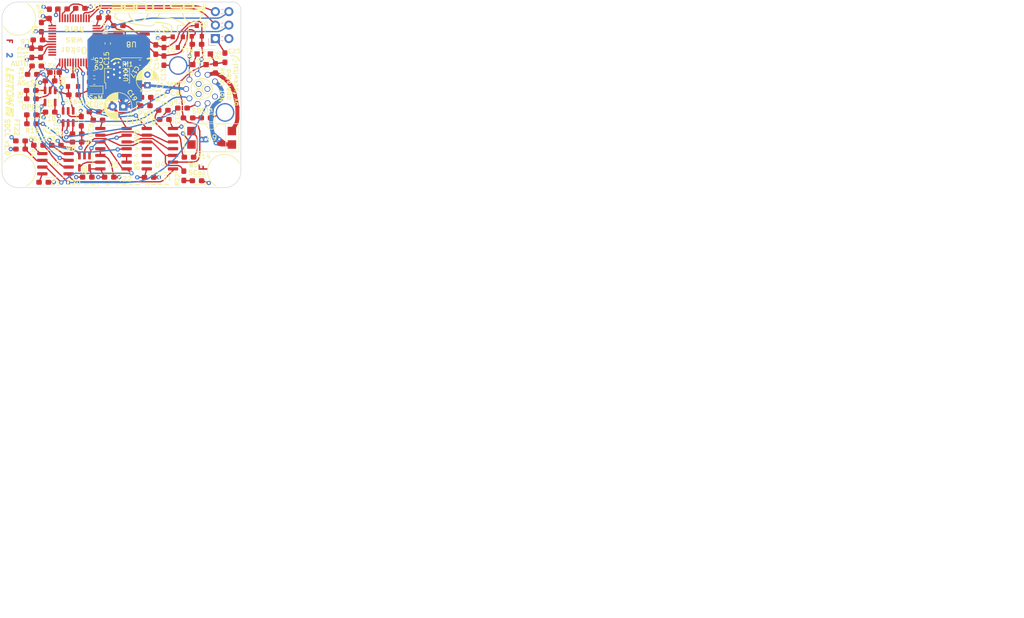
<source format=kicad_pcb>
(kicad_pcb (version 20171130) (host pcbnew 5.1.10)

  (general
    (thickness 1.6)
    (drawings 77)
    (tracks 726)
    (zones 0)
    (modules 81)
    (nets 79)
  )

  (page A4)
  (layers
    (0 F.Cu signal)
    (1 3V3.Cu power hide)
    (2 GND.Cu power hide)
    (31 B.Cu signal)
    (33 F.Adhes user)
    (35 F.Paste user)
    (37 F.SilkS user)
    (38 B.Mask user)
    (39 F.Mask user)
    (40 Dwgs.User user hide)
    (41 Cmts.User user hide)
    (42 Eco1.User user hide)
    (43 Eco2.User user hide)
    (44 Edge.Cuts user)
    (45 Margin user)
    (46 B.CrtYd user)
    (47 F.CrtYd user)
    (49 F.Fab user hide)
  )

  (setup
    (last_trace_width 0.25)
    (user_trace_width 0.5)
    (user_trace_width 0.75)
    (trace_clearance 0.2)
    (zone_clearance 0.33)
    (zone_45_only no)
    (trace_min 0.2)
    (via_size 0.8)
    (via_drill 0.4)
    (via_min_size 0.4)
    (via_min_drill 0.3)
    (uvia_size 0.3)
    (uvia_drill 0.1)
    (uvias_allowed no)
    (uvia_min_size 0.2)
    (uvia_min_drill 0.1)
    (edge_width 0.1)
    (segment_width 0.2)
    (pcb_text_width 0.3)
    (pcb_text_size 1.5 1.5)
    (mod_edge_width 0.15)
    (mod_text_size 1 1)
    (mod_text_width 0.15)
    (pad_size 4.5 4.5)
    (pad_drill 3)
    (pad_to_mask_clearance 0)
    (aux_axis_origin 0 0)
    (visible_elements FFFFFF7F)
    (pcbplotparams
      (layerselection 0x010e0_ffffffff)
      (usegerberextensions false)
      (usegerberattributes true)
      (usegerberadvancedattributes true)
      (creategerberjobfile true)
      (excludeedgelayer true)
      (linewidth 0.100000)
      (plotframeref false)
      (viasonmask false)
      (mode 1)
      (useauxorigin false)
      (hpglpennumber 1)
      (hpglpenspeed 20)
      (hpglpendiameter 15.000000)
      (psnegative false)
      (psa4output false)
      (plotreference true)
      (plotvalue true)
      (plotinvisibletext false)
      (padsonsilk false)
      (subtractmaskfromsilk false)
      (outputformat 1)
      (mirror false)
      (drillshape 0)
      (scaleselection 1)
      (outputdirectory "export/"))
  )

  (net 0 "")
  (net 1 GND)
  (net 2 +3V3)
  (net 3 NRST)
  (net 4 +12V)
  (net 5 "Net-(D2-Pad3)")
  (net 6 TRACESWO)
  (net 7 SWDIO)
  (net 8 SWCLK)
  (net 9 "Net-(R12-Pad1)")
  (net 10 "Net-(U7-Pad46)")
  (net 11 "Net-(U7-Pad45)")
  (net 12 "Net-(U7-Pad43)")
  (net 13 "Net-(U7-Pad42)")
  (net 14 "Net-(U7-Pad41)")
  (net 15 "Net-(U7-Pad40)")
  (net 16 "Net-(U7-Pad38)")
  (net 17 "Net-(U7-Pad31)")
  (net 18 "Net-(U7-Pad30)")
  (net 19 "Net-(U7-Pad29)")
  (net 20 "Net-(U7-Pad28)")
  (net 21 "Net-(U7-Pad27)")
  (net 22 "Net-(U7-Pad26)")
  (net 23 "Net-(U7-Pad25)")
  (net 24 "Net-(U7-Pad22)")
  (net 25 "Net-(U7-Pad21)")
  (net 26 "Net-(U7-Pad17)")
  (net 27 "Net-(U7-Pad16)")
  (net 28 "Net-(U7-Pad12)")
  (net 29 "Net-(U7-Pad11)")
  (net 30 "Net-(U7-Pad10)")
  (net 31 "Net-(U7-Pad6)")
  (net 32 "Net-(U7-Pad5)")
  (net 33 "Net-(U7-Pad4)")
  (net 34 "Net-(U7-Pad3)")
  (net 35 "Net-(U7-Pad2)")
  (net 36 "Net-(R14-Pad2)")
  (net 37 "Net-(R10-Pad1)")
  (net 38 "Net-(D5-Pad2)")
  (net 39 "Net-(D6-Pad2)")
  (net 40 "Net-(D7-Pad2)")
  (net 41 "Net-(D9-Pad2)")
  (net 42 "Net-(D10-Pad2)")
  (net 43 "Net-(D11-Pad2)")
  (net 44 "Net-(D12-Pad2)")
  (net 45 "Net-(D13-Pad2)")
  (net 46 "/Non-Programmable Logic/~WDO~")
  (net 47 "/Non-Programmable Logic/RP")
  (net 48 "/Non-Programmable Logic/WP")
  (net 49 "/Non-Programmable Logic/correct_button_pressed")
  (net 50 "/Non-Programmable Logic/close_while_allowed")
  (net 51 "/Non-Programmable Logic/reopened")
  (net 52 "/Non-Programmable Logic/~reset_all~")
  (net 53 "/Non-Programmable Logic/closing_allowed")
  (net 54 "/Non-Programmable Logic/~reopen~")
  (net 55 "/Non-Programmable Logic/WD_and_SDCin_ok")
  (net 56 "/Non-Programmable Logic/~try_close~")
  (net 57 "/Non-Programmable Logic/still_initial_open")
  (net 58 "Net-(R!1-Pad2)")
  (net 59 "Net-(D14-Pad2)")
  (net 60 "Net-(R24-Pad2)")
  (net 61 "/CAN uC/SDC_in_3V3")
  (net 62 "/CAN uC/TS_activate_MUXed")
  (net 63 /Connections/SDC_out)
  (net 64 /Connections/SDC_in)
  (net 65 /Connections/TS_activate_ext)
  (net 66 /Connections/TS_activate_dash)
  (net 67 /Connections/~SDC_reset~)
  (net 68 "/CAN uC/AS_driving_mode")
  (net 69 "/CAN uC/AS_close_SDC")
  (net 70 "/Non-Programmable Logic/To_SDC_relais")
  (net 71 "/CAN uC/Watchdog")
  (net 72 "/CAN uC/SDC_is_ready")
  (net 73 "/CAN TRX/CAN_TX")
  (net 74 "/CAN TRX/CAN_RX")
  (net 75 /Supervisor/CANH)
  (net 76 /Supervisor/CANL)
  (net 77 "Net-(D14-Pad1)")
  (net 78 "Net-(R13-Pad1)")

  (net_class Default "This is the default net class."
    (clearance 0.2)
    (trace_width 0.25)
    (via_dia 0.8)
    (via_drill 0.4)
    (uvia_dia 0.3)
    (uvia_drill 0.1)
    (add_net +12V)
    (add_net +3V3)
    (add_net "/CAN TRX/CAN_RX")
    (add_net "/CAN TRX/CAN_TX")
    (add_net "/CAN uC/AS_close_SDC")
    (add_net "/CAN uC/AS_driving_mode")
    (add_net "/CAN uC/SDC_in_3V3")
    (add_net "/CAN uC/SDC_is_ready")
    (add_net "/CAN uC/TS_activate_MUXed")
    (add_net "/CAN uC/Watchdog")
    (add_net /Connections/SDC_in)
    (add_net /Connections/SDC_out)
    (add_net /Connections/TS_activate_dash)
    (add_net /Connections/TS_activate_ext)
    (add_net /Connections/~SDC_reset~)
    (add_net "/Non-Programmable Logic/RP")
    (add_net "/Non-Programmable Logic/To_SDC_relais")
    (add_net "/Non-Programmable Logic/WD_and_SDCin_ok")
    (add_net "/Non-Programmable Logic/WP")
    (add_net "/Non-Programmable Logic/close_while_allowed")
    (add_net "/Non-Programmable Logic/closing_allowed")
    (add_net "/Non-Programmable Logic/correct_button_pressed")
    (add_net "/Non-Programmable Logic/reopened")
    (add_net "/Non-Programmable Logic/still_initial_open")
    (add_net "/Non-Programmable Logic/~WDO~")
    (add_net "/Non-Programmable Logic/~reopen~")
    (add_net "/Non-Programmable Logic/~reset_all~")
    (add_net "/Non-Programmable Logic/~try_close~")
    (add_net /Supervisor/CANH)
    (add_net /Supervisor/CANL)
    (add_net GND)
    (add_net NRST)
    (add_net "Net-(D10-Pad2)")
    (add_net "Net-(D11-Pad2)")
    (add_net "Net-(D12-Pad2)")
    (add_net "Net-(D13-Pad2)")
    (add_net "Net-(D14-Pad1)")
    (add_net "Net-(D14-Pad2)")
    (add_net "Net-(D2-Pad3)")
    (add_net "Net-(D5-Pad2)")
    (add_net "Net-(D6-Pad2)")
    (add_net "Net-(D7-Pad2)")
    (add_net "Net-(D9-Pad2)")
    (add_net "Net-(R!1-Pad2)")
    (add_net "Net-(R10-Pad1)")
    (add_net "Net-(R12-Pad1)")
    (add_net "Net-(R13-Pad1)")
    (add_net "Net-(R14-Pad2)")
    (add_net "Net-(R24-Pad2)")
    (add_net "Net-(U7-Pad10)")
    (add_net "Net-(U7-Pad11)")
    (add_net "Net-(U7-Pad12)")
    (add_net "Net-(U7-Pad16)")
    (add_net "Net-(U7-Pad17)")
    (add_net "Net-(U7-Pad2)")
    (add_net "Net-(U7-Pad21)")
    (add_net "Net-(U7-Pad22)")
    (add_net "Net-(U7-Pad25)")
    (add_net "Net-(U7-Pad26)")
    (add_net "Net-(U7-Pad27)")
    (add_net "Net-(U7-Pad28)")
    (add_net "Net-(U7-Pad29)")
    (add_net "Net-(U7-Pad3)")
    (add_net "Net-(U7-Pad30)")
    (add_net "Net-(U7-Pad31)")
    (add_net "Net-(U7-Pad38)")
    (add_net "Net-(U7-Pad4)")
    (add_net "Net-(U7-Pad40)")
    (add_net "Net-(U7-Pad41)")
    (add_net "Net-(U7-Pad42)")
    (add_net "Net-(U7-Pad43)")
    (add_net "Net-(U7-Pad45)")
    (add_net "Net-(U7-Pad46)")
    (add_net "Net-(U7-Pad5)")
    (add_net "Net-(U7-Pad6)")
    (add_net SWCLK)
    (add_net SWDIO)
    (add_net TRACESWO)
  )

  (module Connector_PinHeader_2.54mm:PinHeader_2x03_P2.54mm_Horizontal (layer B.Cu) (tedit 631B2472) (tstamp 61B54F35)
    (at 178.2 74.9)
    (descr "Through hole angled pin header, 2x03, 2.54mm pitch, 6mm pin length, double rows")
    (tags "Through hole angled pin header THT 2x03 2.54mm double row")
    (path /61BBA8EA/61BDC487)
    (fp_text reference J1 (at -2.3 0.6) (layer B.SilkS) hide
      (effects (font (size 1 1) (thickness 0.15)) (justify mirror))
    )
    (fp_text value Debug_Connector (at 5.655 -7.35) (layer B.Fab)
      (effects (font (size 1 1) (thickness 0.15)) (justify mirror))
    )
    (fp_line (start 4 1.6) (end -1.6 1.6) (layer B.CrtYd) (width 0.05))
    (fp_line (start 4 -6.7) (end 4 1.6) (layer B.CrtYd) (width 0.05))
    (fp_line (start -1.6 -6.7) (end 4 -6.7) (layer B.CrtYd) (width 0.05))
    (fp_line (start -1.6 1.6) (end -1.6 -6.7) (layer B.CrtYd) (width 0.05))
    (fp_line (start -1.27 1.27) (end 0 1.27) (layer B.SilkS) (width 0.12))
    (fp_line (start -1.27 0) (end -1.27 1.27) (layer B.SilkS) (width 0.12))
    (fp_line (start 1.042929 -5.46) (end 1.497071 -5.46) (layer B.SilkS) (width 0.12))
    (fp_line (start 1.042929 -4.7) (end 1.497071 -4.7) (layer B.SilkS) (width 0.12))
    (fp_line (start 1.042929 -2.92) (end 1.497071 -2.92) (layer B.SilkS) (width 0.12))
    (fp_line (start 1.042929 -2.16) (end 1.497071 -2.16) (layer B.SilkS) (width 0.12))
    (fp_line (start 1.11 -0.38) (end 1.497071 -0.38) (layer B.SilkS) (width 0.12))
    (fp_line (start 1.11 0.38) (end 1.497071 0.38) (layer B.SilkS) (width 0.12))
    (fp_line (start 6.58 -5.4) (end 12.58 -5.4) (layer B.Fab) (width 0.1))
    (fp_line (start 12.58 -4.76) (end 12.58 -5.4) (layer B.Fab) (width 0.1))
    (fp_line (start 6.58 -4.76) (end 12.58 -4.76) (layer B.Fab) (width 0.1))
    (fp_line (start -0.32 -5.4) (end 4.04 -5.4) (layer B.Fab) (width 0.1))
    (fp_line (start -0.32 -4.76) (end -0.32 -5.4) (layer B.Fab) (width 0.1))
    (fp_line (start -0.32 -4.76) (end 4.04 -4.76) (layer B.Fab) (width 0.1))
    (fp_line (start 6.58 -2.86) (end 12.58 -2.86) (layer B.Fab) (width 0.1))
    (fp_line (start 12.58 -2.22) (end 12.58 -2.86) (layer B.Fab) (width 0.1))
    (fp_line (start 6.58 -2.22) (end 12.58 -2.22) (layer B.Fab) (width 0.1))
    (fp_line (start -0.32 -2.86) (end 4.04 -2.86) (layer B.Fab) (width 0.1))
    (fp_line (start -0.32 -2.22) (end -0.32 -2.86) (layer B.Fab) (width 0.1))
    (fp_line (start -0.32 -2.22) (end 4.04 -2.22) (layer B.Fab) (width 0.1))
    (fp_line (start 6.58 -0.32) (end 12.58 -0.32) (layer B.Fab) (width 0.1))
    (fp_line (start 12.58 0.32) (end 12.58 -0.32) (layer B.Fab) (width 0.1))
    (fp_line (start 6.58 0.32) (end 12.58 0.32) (layer B.Fab) (width 0.1))
    (fp_line (start -0.32 -0.32) (end 4.04 -0.32) (layer B.Fab) (width 0.1))
    (fp_line (start -0.32 0.32) (end -0.32 -0.32) (layer B.Fab) (width 0.1))
    (fp_line (start -0.32 0.32) (end 4.04 0.32) (layer B.Fab) (width 0.1))
    (fp_line (start 4.04 0.635) (end 4.675 1.27) (layer B.Fab) (width 0.1))
    (fp_line (start 4.04 -6.35) (end 4.04 0.635) (layer B.Fab) (width 0.1))
    (fp_line (start 6.58 -6.35) (end 4.04 -6.35) (layer B.Fab) (width 0.1))
    (fp_line (start 6.58 1.27) (end 6.58 -6.35) (layer B.Fab) (width 0.1))
    (fp_line (start 4.675 1.27) (end 6.58 1.27) (layer B.Fab) (width 0.1))
    (fp_text user %R (at 5.31 -2.54 -90) (layer B.Fab)
      (effects (font (size 1 1) (thickness 0.15)) (justify mirror))
    )
    (pad 6 thru_hole oval (at 2.54 -5.08) (size 1.7 1.7) (drill 1) (layers *.Cu *.Mask)
      (net 7 SWDIO))
    (pad 5 thru_hole oval (at 0 -5.08) (size 1.7 1.7) (drill 1) (layers *.Cu *.Mask)
      (net 6 TRACESWO))
    (pad 4 thru_hole oval (at 2.54 -2.54) (size 1.7 1.7) (drill 1) (layers *.Cu *.Mask)
      (net 3 NRST))
    (pad 3 thru_hole oval (at 0 -2.54) (size 1.7 1.7) (drill 1) (layers *.Cu *.Mask)
      (net 8 SWCLK))
    (pad 2 thru_hole oval (at 2.54 0) (size 1.7 1.7) (drill 1) (layers *.Cu *.Mask)
      (net 2 +3V3))
    (pad 1 thru_hole rect (at 0 0) (size 1.7 1.7) (drill 1) (layers *.Cu *.Mask)
      (net 1 GND))
    (model ${KISYS3DMOD}/Connector_PinHeader_2.54mm.3dshapes/PinHeader_2x03_P2.54mm_Horizontal.wrl
      (at (xyz 0 0 0))
      (scale (xyz 1 1 1))
      (rotate (xyz 0 0 0))
    )
  )

  (module Custom:Binder_M12-A_12P_Female_NoSilk (layer B.Cu) (tedit 62083683) (tstamp 61C02DD4)
    (at 175.6 84.4 90)
    (path /61BBA8EA/61CD6444)
    (fp_text reference J2 (at 0 10.045 90) (layer B.SilkS) hide
      (effects (font (size 1 1) (thickness 0.15)) (justify mirror))
    )
    (fp_text value Binder-M12-12P (at 0 -10.045 90) (layer B.Fab)
      (effects (font (size 1 1) (thickness 0.15)) (justify mirror))
    )
    (fp_line (start -0.6 3.7) (end -0.6 4.1) (layer B.Fab) (width 0.12))
    (fp_line (start 0.6 3.7) (end 0.6 4.1) (layer B.Fab) (width 0.12))
    (fp_circle (center 0 0.1) (end 0 4.2) (layer B.Fab) (width 0.12))
    (fp_circle (center 0 0) (end 0 -9.37) (layer B.CrtYd) (width 0.05))
    (fp_circle (center 0 0) (end 0 -9) (layer B.Fab) (width 0.1))
    (fp_arc (start 0 3.7) (end -0.6 3.7) (angle 180) (layer B.Fab) (width 0.12))
    (pad 10 thru_hole circle (at 0 1.1 90) (size 1.1 1.1) (drill 0.8) (layers *.Cu *.Mask)
      (net 2 +3V3))
    (pad 11 thru_hole circle (at 0.952627 -0.549999 90) (size 1.1 1.1) (drill 0.8) (layers *.Cu *.Mask)
      (net 2 +3V3))
    (pad 12 thru_hole circle (at -0.952627 -0.55 90) (size 1.1 1.1) (drill 0.8) (layers *.Cu *.Mask)
      (net 1 GND))
    (pad 1 thru_hole circle (at -1.428 2.524 90) (size 1.1 1.1) (drill 0.8) (layers *.Cu *.Mask)
      (net 1 GND))
    (pad 2 thru_hole circle (at 1.428 2.524 90) (size 1.1 1.1) (drill 0.8) (layers *.Cu *.Mask)
      (net 63 /Connections/SDC_out))
    (pad 3 thru_hole circle (at 2.672 1.127 90) (size 1.1 1.1) (drill 0.8) (layers *.Cu *.Mask)
      (net 64 /Connections/SDC_in))
    (pad 4 thru_hole circle (at 2.804 -0.738 90) (size 1.1 1.1) (drill 0.8) (layers *.Cu *.Mask)
      (net 75 /Supervisor/CANH))
    (pad 5 thru_hole circle (at 1.77 -2.297 90) (size 1.1 1.1) (drill 0.8) (layers *.Cu *.Mask)
      (net 76 /Supervisor/CANL))
    (pad 6 thru_hole circle (at 0 -2.9 90) (size 1.1 1.1) (drill 0.8) (layers *.Cu *.Mask)
      (net 4 +12V))
    (pad 7 thru_hole circle (at -1.77 -2.297 90) (size 1.1 1.1) (drill 0.8) (layers *.Cu *.Mask)
      (net 65 /Connections/TS_activate_ext))
    (pad 8 thru_hole circle (at -2.804 -0.738 90) (size 1.1 1.1) (drill 0.8) (layers *.Cu *.Mask)
      (net 66 /Connections/TS_activate_dash))
    (pad 9 thru_hole circle (at -2.672 1.127 90) (size 1.1 1.1) (drill 0.8) (layers *.Cu *.Mask)
      (net 67 /Connections/~SDC_reset~))
    (pad M1 thru_hole circle (at -4.419 4.419 90) (size 3.5 3.5) (drill 3) (layers *.Cu *.Mask)
      (net 1 GND))
    (pad M2 thru_hole circle (at 4.419 -4.419 90) (size 3.5 3.5) (drill 3) (layers *.Cu *.Mask)
      (net 1 GND))
    (model ${KIPRJMOD}/packages3d/Phoenix.3dshapes/1441820.stp
      (offset (xyz 12.75 0 -2.5))
      (scale (xyz 1 1 1))
      (rotate (xyz 0 180 -45))
    )
  )

  (module Custom:lightning (layer B.Cu) (tedit 0) (tstamp 61E9B0FE)
    (at 163 81.3 170)
    (fp_text reference G*** (at 0 0 170) (layer B.SilkS) hide
      (effects (font (size 1.524 1.524) (thickness 0.3)) (justify mirror))
    )
    (fp_text value LOGO (at 0.75 0 170) (layer B.SilkS) hide
      (effects (font (size 1.524 1.524) (thickness 0.3)) (justify mirror))
    )
    (fp_poly (pts (xy 0.430913 1.456164) (xy 0.521811 1.455869) (xy 0.606258 1.455399) (xy 0.682846 1.45477)
      (xy 0.75017 1.454) (xy 0.806824 1.453106) (xy 0.851402 1.452106) (xy 0.882496 1.451017)
      (xy 0.898703 1.449856) (xy 0.900767 1.449309) (xy 0.899613 1.43618) (xy 0.888204 1.410419)
      (xy 0.866912 1.372582) (xy 0.836105 1.323223) (xy 0.796154 1.262896) (xy 0.74743 1.192154)
      (xy 0.690303 1.111553) (xy 0.625143 1.021647) (xy 0.552321 0.922989) (xy 0.520924 0.880925)
      (xy 0.450696 0.786623) (xy 0.387458 0.700694) (xy 0.331659 0.623785) (xy 0.283753 0.55654)
      (xy 0.244189 0.499608) (xy 0.213421 0.453634) (xy 0.191898 0.419264) (xy 0.180073 0.397146)
      (xy 0.177799 0.389552) (xy 0.186221 0.387068) (xy 0.211313 0.385) (xy 0.252819 0.383353)
      (xy 0.310481 0.382136) (xy 0.384041 0.381354) (xy 0.473243 0.381015) (xy 0.498627 0.381)
      (xy 0.581533 0.380938) (xy 0.649079 0.380708) (xy 0.702836 0.380246) (xy 0.744378 0.379488)
      (xy 0.775275 0.378369) (xy 0.797102 0.376824) (xy 0.811429 0.374788) (xy 0.81983 0.372197)
      (xy 0.823877 0.368987) (xy 0.824594 0.367607) (xy 0.828836 0.351043) (xy 0.828744 0.332757)
      (xy 0.823583 0.311675) (xy 0.812616 0.286723) (xy 0.795108 0.256825) (xy 0.770322 0.220908)
      (xy 0.737525 0.177895) (xy 0.695978 0.126714) (xy 0.644947 0.066288) (xy 0.583696 -0.004457)
      (xy 0.521042 -0.075779) (xy 0.488377 -0.112738) (xy 0.459582 -0.145221) (xy 0.436528 -0.171128)
      (xy 0.421085 -0.188357) (xy 0.415209 -0.194733) (xy 0.408084 -0.202439) (xy 0.392226 -0.220134)
      (xy 0.370073 -0.245083) (xy 0.347249 -0.270933) (xy 0.321592 -0.300007) (xy 0.300107 -0.324241)
      (xy 0.285226 -0.340902) (xy 0.279516 -0.347133) (xy 0.272568 -0.354586) (xy 0.256354 -0.372267)
      (xy 0.232986 -0.397864) (xy 0.204578 -0.429066) (xy 0.190547 -0.4445) (xy 0.159689 -0.478376)
      (xy 0.13206 -0.508546) (xy 0.110049 -0.532413) (xy 0.096043 -0.547382) (xy 0.093181 -0.550334)
      (xy 0.081063 -0.563159) (xy 0.062153 -0.583961) (xy 0.043085 -0.605367) (xy 0.016888 -0.634711)
      (xy -0.013587 -0.668344) (xy -0.037389 -0.694267) (xy -0.062521 -0.721662) (xy -0.095287 -0.757754)
      (xy -0.132809 -0.799332) (xy -0.172203 -0.843184) (xy -0.210589 -0.886099) (xy -0.245085 -0.924864)
      (xy -0.27281 -0.956269) (xy -0.28511 -0.970373) (xy -0.297634 -0.984671) (xy -0.317857 -1.007561)
      (xy -0.342203 -1.035001) (xy -0.352497 -1.046573) (xy -0.386436 -1.085022) (xy -0.425726 -1.130064)
      (xy -0.467655 -1.17854) (xy -0.509513 -1.227292) (xy -0.548589 -1.27316) (xy -0.582171 -1.312986)
      (xy -0.607549 -1.343611) (xy -0.609656 -1.3462) (xy -0.628962 -1.369823) (xy -0.644009 -1.387949)
      (xy -0.651698 -1.396846) (xy -0.651852 -1.397) (xy -0.658749 -1.405087) (xy -0.673586 -1.423241)
      (xy -0.693767 -1.44827) (xy -0.70525 -1.462617) (xy -0.733676 -1.496546) (xy -0.754347 -1.517543)
      (xy -0.766763 -1.525168) (xy -0.770467 -1.52018) (xy -0.76795 -1.506592) (xy -0.761162 -1.480674)
      (xy -0.751246 -1.446138) (xy -0.739343 -1.406698) (xy -0.726599 -1.366068) (xy -0.714155 -1.327962)
      (xy -0.703154 -1.296091) (xy -0.694766 -1.274234) (xy -0.687035 -1.254591) (xy -0.678025 -1.22967)
      (xy -0.677334 -1.227667) (xy -0.667645 -1.200271) (xy -0.657743 -1.174578) (xy -0.644609 -1.14283)
      (xy -0.641102 -1.134534) (xy -0.614484 -1.07236) (xy -0.586907 -1.009307) (xy -0.557064 -0.942478)
      (xy -0.523651 -0.868977) (xy -0.485363 -0.785908) (xy -0.443217 -0.695343) (xy -0.412795 -0.62958)
      (xy -0.382559 -0.56307) (xy -0.35334 -0.497745) (xy -0.325969 -0.435536) (xy -0.301278 -0.378374)
      (xy -0.280099 -0.328192) (xy -0.263262 -0.28692) (xy -0.251599 -0.256491) (xy -0.245942 -0.238836)
      (xy -0.245534 -0.236082) (xy -0.253703 -0.23432) (xy -0.277022 -0.232715) (xy -0.313706 -0.231313)
      (xy -0.361972 -0.230157) (xy -0.420037 -0.229291) (xy -0.486117 -0.228758) (xy -0.549834 -0.2286)
      (xy -0.625875 -0.228387) (xy -0.693874 -0.227776) (xy -0.752269 -0.226805) (xy -0.799496 -0.225514)
      (xy -0.833991 -0.223943) (xy -0.854192 -0.222132) (xy -0.858975 -0.220768) (xy -0.859749 -0.207707)
      (xy -0.85564 -0.193251) (xy -0.849377 -0.177213) (xy -0.838988 -0.149613) (xy -0.826105 -0.114814)
      (xy -0.81662 -0.0889) (xy -0.805325 -0.058389) (xy -0.789682 -0.016813) (xy -0.770928 0.032601)
      (xy -0.750304 0.086629) (xy -0.729047 0.142043) (xy -0.708395 0.195618) (xy -0.689587 0.244128)
      (xy -0.673863 0.284347) (xy -0.662459 0.313048) (xy -0.659784 0.319616) (xy -0.650043 0.343809)
      (xy -0.6446 0.357716) (xy -0.635655 0.38037) (xy -0.627667 0.40005) (xy -0.617605 0.424458)
      (xy -0.610217 0.442383) (xy -0.604806 0.455976) (xy -0.59437 0.482587) (xy -0.57999 0.519444)
      (xy -0.562749 0.563771) (xy -0.54373 0.612796) (xy -0.541687 0.618067) (xy -0.522303 0.667965)
      (xy -0.504336 0.713963) (xy -0.488931 0.753144) (xy -0.477236 0.782592) (xy -0.470399 0.799391)
      (xy -0.470096 0.8001) (xy -0.459399 0.826645) (xy -0.448928 0.854971) (xy -0.448872 0.855133)
      (xy -0.434563 0.894998) (xy -0.420641 0.930572) (xy -0.416854 0.9398) (xy -0.40792 0.962833)
      (xy -0.398316 0.989491) (xy -0.397934 0.9906) (xy -0.389142 1.015456) (xy -0.381479 1.035959)
      (xy -0.381 1.037166) (xy -0.373616 1.056793) (xy -0.364768 1.081699) (xy -0.364067 1.083733)
      (xy -0.355164 1.108602) (xy -0.34724 1.129107) (xy -0.346741 1.1303) (xy -0.340888 1.145696)
      (xy -0.330903 1.173503) (xy -0.318046 1.210077) (xy -0.303575 1.251777) (xy -0.288748 1.294959)
      (xy -0.274825 1.335981) (xy -0.263064 1.3712) (xy -0.256052 1.392767) (xy -0.246844 1.419027)
      (xy -0.238228 1.439273) (xy -0.234555 1.445683) (xy -0.229445 1.447876) (xy -0.21701 1.449766)
      (xy -0.196247 1.451373) (xy -0.166151 1.452715) (xy -0.125718 1.45381) (xy -0.073945 1.454678)
      (xy -0.009827 1.455337) (xy 0.067639 1.455805) (xy 0.159458 1.456102) (xy 0.266634 1.456246)
      (xy 0.33497 1.456266) (xy 0.430913 1.456164)) (layer B.Mask) (width 0.01))
  )

  (module Custom:FTLogo_DV (layer B.Cu) (tedit 0) (tstamp 61E9AF52)
    (at 159.254177 84.263653 180)
    (fp_text reference G*** (at 0 0) (layer B.SilkS) hide
      (effects (font (size 1.524 1.524) (thickness 0.3)) (justify mirror))
    )
    (fp_text value LOGO (at 0.75 0) (layer B.SilkS) hide
      (effects (font (size 1.524 1.524) (thickness 0.3)) (justify mirror))
    )
    (fp_poly (pts (xy -1.496773 0.694964) (xy -1.450706 0.676149) (xy -1.396822 0.655296) (xy -1.338461 0.633609)
      (xy -1.27896 0.612291) (xy -1.221657 0.592545) (xy -1.169889 0.575573) (xy -1.139976 0.566358)
      (xy -1.115964 0.559614) (xy -1.081932 0.550617) (xy -1.039653 0.539798) (xy -0.990902 0.527588)
      (xy -0.937451 0.514418) (xy -0.881074 0.500718) (xy -0.823546 0.486919) (xy -0.766639 0.473451)
      (xy -0.712127 0.460747) (xy -0.661784 0.449236) (xy -0.617383 0.439349) (xy -0.613834 0.438574)
      (xy -0.557433 0.427706) (xy -0.490533 0.417247) (xy -0.414727 0.407327) (xy -0.331607 0.398076)
      (xy -0.242766 0.389622) (xy -0.149797 0.382096) (xy -0.054293 0.375627) (xy 0.042154 0.370343)
      (xy 0.137951 0.366375) (xy 0.231504 0.363851) (xy 0.3175 0.362909) (xy 0.350386 0.362578)
      (xy 0.380811 0.361801) (xy 0.405782 0.360687) (xy 0.422305 0.359345) (xy 0.424493 0.359033)
      (xy 0.446819 0.355341) (xy 0.407207 0.306182) (xy 0.389735 0.285256) (xy 0.374108 0.267903)
      (xy 0.362393 0.256347) (xy 0.357666 0.252913) (xy 0.348645 0.251692) (xy 0.329385 0.250754)
      (xy 0.301739 0.250103) (xy 0.267559 0.249745) (xy 0.2287 0.249686) (xy 0.187013 0.249933)
      (xy 0.144352 0.25049) (xy 0.10257 0.251364) (xy 0.078619 0.252045) (xy -0.006823 0.256334)
      (xy -0.101752 0.263925) (xy -0.204111 0.274508) (xy -0.311842 0.287779) (xy -0.422887 0.303431)
      (xy -0.535188 0.321156) (xy -0.646688 0.340649) (xy -0.755329 0.361604) (xy -0.859053 0.383713)
      (xy -0.950475 0.405335) (xy -1.017364 0.423052) (xy -1.090851 0.444296) (xy -1.168243 0.468169)
      (xy -1.246846 0.493775) (xy -1.323966 0.520217) (xy -1.396909 0.5466) (xy -1.462981 0.572025)
      (xy -1.510896 0.591856) (xy -1.56331 0.614469) (xy -1.565041 0.669549) (xy -1.566773 0.724629)
      (xy -1.496773 0.694964)) (layer B.Mask) (width 0.01))
    (fp_poly (pts (xy -1.89419 1.14533) (xy -1.895929 0.633612) (xy -1.919729 0.61304) (xy -1.938703 0.599296)
      (xy -1.961586 0.588249) (xy -1.99049 0.579221) (xy -2.027528 0.571534) (xy -2.068286 0.565373)
      (xy -2.094237 0.562556) (xy -2.130144 0.559612) (xy -2.173874 0.556644) (xy -2.22329 0.553759)
      (xy -2.276256 0.551062) (xy -2.330636 0.548658) (xy -2.384296 0.546652) (xy -2.435099 0.545149)
      (xy -2.480909 0.544255) (xy -2.500691 0.544072) (xy -2.567215 0.543737) (xy -2.533953 0.513084)
      (xy -2.441368 0.434421) (xy -2.339941 0.361023) (xy -2.229358 0.292749) (xy -2.109304 0.229459)
      (xy -1.979464 0.17101) (xy -1.839524 0.117263) (xy -1.68917 0.068075) (xy -1.528087 0.023306)
      (xy -1.355961 -0.017187) (xy -1.350247 -0.018418) (xy -1.277424 -0.0337) (xy -1.206375 -0.047812)
      (xy -1.135984 -0.060897) (xy -1.065136 -0.073101) (xy -0.992713 -0.084568) (xy -0.917601 -0.095443)
      (xy -0.838682 -0.10587) (xy -0.754842 -0.115995) (xy -0.664964 -0.125962) (xy -0.567931 -0.135916)
      (xy -0.462629 -0.146001) (xy -0.347941 -0.156362) (xy -0.22275 -0.167144) (xy -0.167702 -0.171756)
      (xy -0.107383 -0.176838) (xy -0.050741 -0.181739) (xy 0.001086 -0.186349) (xy 0.046961 -0.190563)
      (xy 0.085745 -0.194272) (xy 0.1163 -0.19737) (xy 0.137487 -0.199748) (xy 0.148169 -0.201301)
      (xy 0.149225 -0.201638) (xy 0.148193 -0.208206) (xy 0.142681 -0.223521) (xy 0.133534 -0.245472)
      (xy 0.121597 -0.271947) (xy 0.118184 -0.27922) (xy 0.095739 -0.327324) (xy 0.073634 -0.375924)
      (xy 0.052404 -0.423736) (xy 0.032584 -0.469473) (xy 0.014709 -0.511849) (xy -0.000687 -0.549579)
      (xy -0.013069 -0.581377) (xy -0.021902 -0.605957) (xy -0.026651 -0.622033) (xy -0.026966 -0.628196)
      (xy -0.020492 -0.628777) (xy -0.002793 -0.62937) (xy 0.025264 -0.629966) (xy 0.062809 -0.630557)
      (xy 0.108972 -0.631134) (xy 0.162885 -0.631687) (xy 0.223678 -0.632207) (xy 0.290483 -0.632686)
      (xy 0.36243 -0.633115) (xy 0.43865 -0.633484) (xy 0.511609 -0.633763) (xy 0.60701 -0.634054)
      (xy 0.690976 -0.634242) (xy 0.764166 -0.634322) (xy 0.827241 -0.634285) (xy 0.880859 -0.634124)
      (xy 0.925682 -0.633832) (xy 0.962367 -0.633401) (xy 0.991576 -0.632823) (xy 1.013968 -0.632093)
      (xy 1.030202 -0.6312) (xy 1.040939 -0.63014) (xy 1.046837 -0.628903) (xy 1.048538 -0.627716)
      (xy 1.050499 -0.618636) (xy 1.05401 -0.600703) (xy 1.058482 -0.576972) (xy 1.061159 -0.562429)
      (xy 1.078368 -0.489148) (xy 1.103439 -0.41182) (xy 1.134896 -0.334089) (xy 1.171266 -0.259597)
      (xy 1.211072 -0.191988) (xy 1.211146 -0.191875) (xy 1.275899 -0.10339) (xy 1.348996 -0.0231)
      (xy 1.429573 0.048643) (xy 1.516765 0.111487) (xy 1.609708 0.165078) (xy 1.707537 0.209064)
      (xy 1.809388 0.243091) (xy 1.914395 0.266808) (xy 2.021694 0.279861) (xy 2.130421 0.281898)
      (xy 2.239711 0.272565) (xy 2.316238 0.259045) (xy 2.381715 0.242869) (xy 2.443829 0.222864)
      (xy 2.506812 0.197515) (xy 2.567214 0.169137) (xy 2.635541 0.132641) (xy 2.695841 0.094354)
      (xy 2.75202 0.051475) (xy 2.807982 0.001206) (xy 2.82589 -0.016309) (xy 2.870843 -0.062137)
      (xy 2.908222 -0.103147) (xy 2.939941 -0.142019) (xy 2.967919 -0.181435) (xy 2.994072 -0.224073)
      (xy 3.020315 -0.272613) (xy 3.045589 -0.323548) (xy 3.068697 -0.374297) (xy 3.08762 -0.422845)
      (xy 3.103641 -0.473079) (xy 3.118045 -0.528891) (xy 3.127473 -0.571547) (xy 3.140787 -0.635)
      (xy 4.352316 -0.635) (xy 4.407305 -0.521607) (xy 4.437343 -0.4579) (xy 4.461082 -0.403547)
      (xy 4.478832 -0.357774) (xy 4.490897 -0.319801) (xy 4.496422 -0.295855) (xy 4.496079 -0.277387)
      (xy 4.487457 -0.259053) (xy 4.469588 -0.239561) (xy 4.441504 -0.217622) (xy 4.433604 -0.212167)
      (xy 4.382434 -0.180473) (xy 4.320048 -0.147036) (xy 4.24716 -0.112095) (xy 4.164487 -0.075884)
      (xy 4.072745 -0.038641) (xy 3.972649 -0.000601) (xy 3.864915 0.037999) (xy 3.750259 0.076922)
      (xy 3.629396 0.115932) (xy 3.503043 0.154793) (xy 3.371914 0.193269) (xy 3.236727 0.231123)
      (xy 3.098196 0.268118) (xy 2.957037 0.30402) (xy 2.813966 0.33859) (xy 2.669699 0.371593)
      (xy 2.657928 0.374202) (xy 2.514415 0.404747) (xy 2.367495 0.433736) (xy 2.218463 0.460997)
      (xy 2.068613 0.48636) (xy 1.919238 0.509654) (xy 1.771633 0.530708) (xy 1.62709 0.549352)
      (xy 1.486904 0.565416) (xy 1.352368 0.578727) (xy 1.224777 0.589116) (xy 1.105423 0.596412)
      (xy 0.995601 0.600445) (xy 0.937381 0.601219) (xy 0.879441 0.601201) (xy 0.831937 0.600511)
      (xy 0.793215 0.598864) (xy 0.761622 0.595972) (xy 0.735503 0.591551) (xy 0.713207 0.585315)
      (xy 0.693078 0.576977) (xy 0.673464 0.566252) (xy 0.652712 0.552854) (xy 0.651049 0.551724)
      (xy 0.624461 0.533194) (xy 0.596751 0.513218) (xy 0.572725 0.495279) (xy 0.566399 0.49038)
      (xy 0.541103 0.470539) (xy 0.522422 0.456839) (xy 0.507251 0.448225) (xy 0.492484 0.443642)
      (xy 0.475018 0.442032) (xy 0.451745 0.442342) (xy 0.42772 0.44323) (xy 0.399461 0.4446)
      (xy 0.375727 0.446405) (xy 0.359075 0.448405) (xy 0.352125 0.450288) (xy 0.3544 0.456084)
      (xy 0.364325 0.46828) (xy 0.380356 0.485417) (xy 0.400949 0.506036) (xy 0.424558 0.52868)
      (xy 0.449639 0.55189) (xy 0.474648 0.574207) (xy 0.49804 0.594174) (xy 0.51827 0.610331)
      (xy 0.531862 0.620003) (xy 0.573786 0.645276) (xy 0.616435 0.667833) (xy 0.656431 0.686008)
      (xy 0.68979 0.697958) (xy 0.726453 0.705747) (xy 0.774277 0.711262) (xy 0.832552 0.714551)
      (xy 0.900568 0.715661) (xy 0.977613 0.71464) (xy 1.06298 0.711534) (xy 1.155957 0.706391)
      (xy 1.255835 0.699259) (xy 1.361903 0.690184) (xy 1.473452 0.679213) (xy 1.589771 0.666395)
      (xy 1.710152 0.651777) (xy 1.833883 0.635405) (xy 1.960254 0.617327) (xy 2.007809 0.610174)
      (xy 2.145791 0.588552) (xy 2.274622 0.567071) (xy 2.397227 0.545179) (xy 2.516531 0.522322)
      (xy 2.635459 0.497945) (xy 2.756934 0.471496) (xy 2.839357 0.452766) (xy 3.042878 0.404577)
      (xy 3.23482 0.356572) (xy 3.415125 0.30877) (xy 3.583734 0.261187) (xy 3.740587 0.213843)
      (xy 3.885628 0.166756) (xy 4.018796 0.119944) (xy 4.140034 0.073425) (xy 4.249283 0.027217)
      (xy 4.321024 -0.006111) (xy 4.377326 -0.035039) (xy 4.430553 -0.065532) (xy 4.479584 -0.096733)
      (xy 4.5233 -0.127784) (xy 4.560581 -0.157829) (xy 4.590308 -0.186009) (xy 4.611361 -0.21147)
      (xy 4.62262 -0.233352) (xy 4.623713 -0.23782) (xy 4.625162 -0.258344) (xy 4.622459 -0.2832)
      (xy 4.615276 -0.31335) (xy 4.603287 -0.349757) (xy 4.586164 -0.393381) (xy 4.563581 -0.445185)
      (xy 4.53521 -0.50613) (xy 4.525927 -0.525498) (xy 4.510234 -0.55817) (xy 4.496517 -0.586932)
      (xy 4.48558 -0.610081) (xy 4.478227 -0.625914) (xy 4.475262 -0.632727) (xy 4.475238 -0.632844)
      (xy 4.481037 -0.633388) (xy 4.497441 -0.633882) (xy 4.522958 -0.634308) (xy 4.556099 -0.634647)
      (xy 4.595372 -0.634881) (xy 4.639286 -0.634993) (xy 4.653643 -0.635) (xy 4.832047 -0.635)
      (xy 4.832047 -0.683381) (xy -4.838095 -0.683381) (xy -4.838095 -0.635) (xy -4.592582 -0.635)
      (xy -4.590649 -0.624567) (xy -4.470187 -0.624567) (xy -4.467576 -0.630068) (xy -4.467391 -0.630193)
      (xy -4.460632 -0.630707) (xy -4.442426 -0.631206) (xy -4.413422 -0.631688) (xy -4.374266 -0.632148)
      (xy -4.325607 -0.632583) (xy -4.268093 -0.632991) (xy -4.202373 -0.633369) (xy -4.129094 -0.633713)
      (xy -4.048904 -0.634019) (xy -3.962452 -0.634286) (xy -3.870385 -0.634509) (xy -3.773351 -0.634686)
      (xy -3.672 -0.634814) (xy -3.566978 -0.634889) (xy -3.497036 -0.634908) (xy -3.369156 -0.634909)
      (xy -3.252843 -0.634884) (xy -3.14757 -0.634829) (xy -3.052809 -0.634737) (xy -2.968033 -0.634606)
      (xy -2.892714 -0.63443) (xy -2.826325 -0.634204) (xy -2.768337 -0.633924) (xy -2.718223 -0.633585)
      (xy -2.675456 -0.633182) (xy -2.639507 -0.63271) (xy -2.609849 -0.632166) (xy -2.585956 -0.631543)
      (xy -2.567297 -0.630838) (xy -2.553348 -0.630046) (xy -2.543578 -0.629162) (xy -2.537462 -0.628181)
      (xy -2.534471 -0.627099) (xy -2.533953 -0.626324) (xy -2.536207 -0.604891) (xy -2.542475 -0.574679)
      (xy -2.552013 -0.538029) (xy -2.564078 -0.497284) (xy -2.577925 -0.454784) (xy -2.59281 -0.412871)
      (xy -2.607992 -0.373886) (xy -2.622724 -0.340172) (xy -2.628739 -0.327873) (xy -2.682088 -0.236351)
      (xy -2.745064 -0.151264) (xy -2.816712 -0.073353) (xy -2.896076 -0.003356) (xy -2.9822 0.057988)
      (xy -3.074128 0.109939) (xy -3.170905 0.151757) (xy -3.271576 0.182704) (xy -3.296215 0.188433)
      (xy -3.318369 0.192986) (xy -3.339027 0.196431) (xy -3.360431 0.19892) (xy -3.384824 0.200605)
      (xy -3.414448 0.201639) (xy -3.451545 0.202173) (xy -3.498356 0.202359) (xy -3.501572 0.202363)
      (xy -3.551005 0.202235) (xy -3.590412 0.201665) (xy -3.621858 0.200536) (xy -3.647408 0.198731)
      (xy -3.669126 0.196131) (xy -3.689078 0.192619) (xy -3.695095 0.191355) (xy -3.802605 0.16214)
      (xy -3.904273 0.122653) (xy -3.999576 0.073411) (xy -4.087989 0.01493) (xy -4.168988 -0.052274)
      (xy -4.24205 -0.127685) (xy -4.306649 -0.210786) (xy -4.362262 -0.301061) (xy -4.408366 -0.397995)
      (xy -4.444435 -0.501071) (xy -4.460275 -0.56225) (xy -4.466715 -0.592363) (xy -4.469959 -0.612567)
      (xy -4.470187 -0.624567) (xy -4.590649 -0.624567) (xy -4.581657 -0.576036) (xy -4.568623 -0.518769)
      (xy -4.550145 -0.456091) (xy -4.527347 -0.390773) (xy -4.501355 -0.325589) (xy -4.473292 -0.263311)
      (xy -4.444284 -0.206711) (xy -4.415454 -0.158563) (xy -4.407699 -0.147161) (xy -4.373472 -0.102061)
      (xy -4.332643 -0.054042) (xy -4.288603 -0.006799) (xy -4.244744 0.035974) (xy -4.217514 0.059987)
      (xy -4.127671 0.129083) (xy -4.036164 0.186933) (xy -3.941685 0.234074) (xy -3.842925 0.271039)
      (xy -3.738574 0.298366) (xy -3.627325 0.316589) (xy -3.578217 0.321658) (xy -3.472293 0.324881)
      (xy -3.365467 0.316569) (xy -3.258884 0.297111) (xy -3.15369 0.266893) (xy -3.05103 0.226301)
      (xy -2.952051 0.175723) (xy -2.857898 0.115546) (xy -2.774444 0.05025) (xy -2.714671 -0.007049)
      (xy -2.656361 -0.074207) (xy -2.601174 -0.148987) (xy -2.550772 -0.229154) (xy -2.510323 -0.305195)
      (xy -2.496147 -0.337306) (xy -2.481363 -0.375941) (xy -2.466675 -0.418691) (xy -2.452789 -0.46315)
      (xy -2.440407 -0.506908) (xy -2.430235 -0.547557) (xy -2.422977 -0.58269) (xy -2.419337 -0.609899)
      (xy -2.419048 -0.617268) (xy -2.419048 -0.635032) (xy -2.395357 -0.635) (xy 1.165817 -0.635)
      (xy 3.02404 -0.635) (xy 3.020254 -0.618369) (xy 3.002577 -0.545649) (xy 2.984516 -0.48242)
      (xy 2.965037 -0.426096) (xy 2.943108 -0.374091) (xy 2.917693 -0.323819) (xy 2.887761 -0.272692)
      (xy 2.872565 -0.248752) (xy 2.846581 -0.212636) (xy 2.813144 -0.172174) (xy 2.774716 -0.129946)
      (xy 2.733759 -0.088531) (xy 2.692735 -0.050509) (xy 2.654107 -0.01846) (xy 2.649201 -0.014724)
      (xy 2.611589 0.011108) (xy 2.566299 0.038368) (xy 2.517225 0.064971) (xy 2.468262 0.088834)
      (xy 2.423307 0.10787) (xy 2.413 0.111685) (xy 2.311185 0.141808) (xy 2.20822 0.160229)
      (xy 2.104983 0.167134) (xy 2.00235 0.162707) (xy 1.901201 0.147133) (xy 1.802412 0.120595)
      (xy 1.70686 0.083279) (xy 1.615424 0.035369) (xy 1.528982 -0.022951) (xy 1.449008 -0.090928)
      (xy 1.382892 -0.160772) (xy 1.323683 -0.237576) (xy 1.272318 -0.319607) (xy 1.229734 -0.405132)
      (xy 1.196869 -0.492417) (xy 1.174661 -0.579729) (xy 1.170072 -0.606622) (xy 1.165817 -0.635)
      (xy -2.395357 -0.635) (xy -1.2878 -0.633504) (xy -0.156553 -0.631976) (xy -0.120785 -0.539319)
      (xy -0.10545 -0.500256) (xy -0.088357 -0.457792) (xy -0.071347 -0.416438) (xy -0.056261 -0.380706)
      (xy -0.052836 -0.372789) (xy -0.020655 -0.298917) (xy -0.259792 -0.27933) (xy -0.41629 -0.265927)
      (xy -0.561753 -0.252223) (xy -0.697239 -0.23807) (xy -0.823807 -0.223323) (xy -0.942516 -0.207836)
      (xy -1.054424 -0.191465) (xy -1.16059 -0.174062) (xy -1.262073 -0.155483) (xy -1.359932 -0.135582)
      (xy -1.448405 -0.115808) (xy -1.612696 -0.074209) (xy -1.768606 -0.028064) (xy -1.91568 0.022427)
      (xy -2.05346 0.077068) (xy -2.181491 0.13566) (xy -2.299317 0.198005) (xy -2.406481 0.263906)
      (xy -2.502528 0.333164) (xy -2.524881 0.351089) (xy -2.55361 0.375583) (xy -2.583819 0.402966)
      (xy -2.613929 0.431637) (xy -2.642362 0.459992) (xy -2.667538 0.486428) (xy -2.687879 0.509342)
      (xy -2.701804 0.527132) (xy -2.707029 0.536003) (xy -2.713367 0.564523) (xy -2.708128 0.590776)
      (xy -2.692627 0.612453) (xy -2.681536 0.622032) (xy -2.669128 0.630196) (xy -2.654325 0.637099)
      (xy -2.636049 0.642892) (xy -2.613223 0.647729) (xy -2.584767 0.651762) (xy -2.549604 0.655146)
      (xy -2.506655 0.658032) (xy -2.454843 0.660573) (xy -2.393088 0.662923) (xy -2.320566 0.665227)
      (xy -2.253496 0.667325) (xy -2.197473 0.669367) (xy -2.151452 0.671496) (xy -2.114386 0.673858)
      (xy -2.08523 0.676596) (xy -2.062938 0.679856) (xy -2.046463 0.68378) (xy -2.034759 0.688514)
      (xy -2.026781 0.694202) (xy -2.021483 0.700988) (xy -2.018639 0.706884) (xy -2.017242 0.716464)
      (xy -2.015924 0.738016) (xy -2.014686 0.771421) (xy -2.013531 0.816556) (xy -2.012462 0.8733)
      (xy -2.01148 0.941532) (xy -2.010589 1.021129) (xy -2.00979 1.11197) (xy -2.009237 1.189869)
      (xy -2.006222 1.657047) (xy -1.892451 1.657047) (xy -1.89419 1.14533)) (layer B.Mask) (width 0.01))
    (fp_poly (pts (xy 4.692952 -0.858733) (xy 4.740497 -0.890547) (xy 4.779208 -0.929669) (xy 4.808298 -0.975008)
      (xy 4.826977 -1.025476) (xy 4.831928 -1.050602) (xy 4.833746 -1.069319) (xy 4.835351 -1.097545)
      (xy 4.83665 -1.132691) (xy 4.837551 -1.172173) (xy 4.837961 -1.213403) (xy 4.837975 -1.220107)
      (xy 4.838095 -1.348619) (xy 3.906762 -1.348619) (xy 3.906762 -1.439333) (xy 4.838095 -1.439333)
      (xy 4.838095 -1.651) (xy 4.410226 -1.650022) (xy 4.337725 -1.649805) (xy 4.267539 -1.649498)
      (xy 4.200802 -1.649111) (xy 4.138645 -1.648655) (xy 4.082202 -1.648141) (xy 4.032605 -1.64758)
      (xy 3.990988 -1.646984) (xy 3.958482 -1.646363) (xy 3.93622 -1.645729) (xy 3.927928 -1.645325)
      (xy 3.898578 -1.642668) (xy 3.876576 -1.638596) (xy 3.857176 -1.631866) (xy 3.835632 -1.621234)
      (xy 3.835286 -1.621048) (xy 3.800566 -1.598554) (xy 3.766452 -1.569744) (xy 3.736675 -1.538112)
      (xy 3.716489 -1.509814) (xy 3.700746 -1.482951) (xy 3.703838 -1.040191) (xy 3.906762 -1.040191)
      (xy 3.906762 -1.130905) (xy 4.620381 -1.130905) (xy 4.620381 -1.040191) (xy 3.906762 -1.040191)
      (xy 3.703838 -1.040191) (xy 3.704166 -0.993295) (xy 3.731381 -0.952935) (xy 3.758449 -0.919154)
      (xy 3.79081 -0.891493) (xy 3.83101 -0.868032) (xy 3.862735 -0.854054) (xy 3.903738 -0.837657)
      (xy 4.27869 -0.837626) (xy 4.653643 -0.837595) (xy 4.692952 -0.858733)) (layer B.Mask) (width 0.01))
    (fp_poly (pts (xy 2.937631 -0.835792) (xy 3.438071 -0.837595) (xy 3.478349 -0.856624) (xy 3.525706 -0.88456)
      (xy 3.563069 -0.919152) (xy 3.590918 -0.961007) (xy 3.609732 -1.010732) (xy 3.613855 -1.028079)
      (xy 3.618663 -1.061202) (xy 3.618375 -1.093443) (xy 3.612585 -1.128027) (xy 3.600891 -1.16818)
      (xy 3.593803 -1.188357) (xy 3.576145 -1.236738) (xy 3.59628 -1.276048) (xy 3.619161 -1.329059)
      (xy 3.631272 -1.378458) (xy 3.632814 -1.425728) (xy 3.623987 -1.472355) (xy 3.623093 -1.475289)
      (xy 3.602396 -1.521782) (xy 3.57118 -1.562761) (xy 3.529918 -1.597762) (xy 3.479081 -1.626321)
      (xy 3.462262 -1.633472) (xy 3.425976 -1.647899) (xy 2.931583 -1.649774) (xy 2.43719 -1.651648)
      (xy 2.43719 -1.348619) (xy 2.648857 -1.348619) (xy 2.648857 -1.439333) (xy 3.404809 -1.439333)
      (xy 3.404809 -1.348619) (xy 2.648857 -1.348619) (xy 2.43719 -1.348619) (xy 2.43719 -1.040191)
      (xy 2.648857 -1.040191) (xy 2.648857 -1.130905) (xy 3.392714 -1.130905) (xy 3.392714 -1.040191)
      (xy 2.648857 -1.040191) (xy 2.43719 -1.040191) (xy 2.43719 -0.833989) (xy 2.937631 -0.835792)) (layer B.Mask) (width 0.01))
    (fp_poly (pts (xy 1.397 -1.439333) (xy 2.159 -1.439333) (xy 2.159 -0.834572) (xy 2.377313 -0.834572)
      (xy 2.375502 -1.15056) (xy 2.37369 -1.466548) (xy 2.355547 -1.49973) (xy 2.330248 -1.536987)
      (xy 2.296858 -1.573189) (xy 2.259114 -1.604759) (xy 2.222093 -1.627467) (xy 2.180443 -1.647976)
      (xy 1.787209 -1.649626) (xy 1.393976 -1.651277) (xy 1.344906 -1.627133) (xy 1.295162 -1.596415)
      (xy 1.253354 -1.557695) (xy 1.22044 -1.512304) (xy 1.197375 -1.461577) (xy 1.185117 -1.406847)
      (xy 1.184794 -1.403929) (xy 1.183747 -1.387951) (xy 1.182761 -1.361417) (xy 1.181864 -1.325864)
      (xy 1.181081 -1.282832) (xy 1.180437 -1.233859) (xy 1.17996 -1.180484) (xy 1.179674 -1.124244)
      (xy 1.179612 -1.096131) (xy 1.179285 -0.834572) (xy 1.397 -0.834572) (xy 1.397 -1.439333)) (layer B.Mask) (width 0.01))
    (fp_poly (pts (xy 1.161143 -1.040191) (xy 0.689428 -1.040191) (xy 0.689428 -1.651) (xy 0.471714 -1.651)
      (xy 0.471714 -1.040191) (xy -0.453572 -1.040191) (xy -0.453572 -1.651) (xy -0.671286 -1.651)
      (xy -0.671286 -1.040191) (xy -1.143 -1.040191) (xy -1.143 -0.834572) (xy 1.161143 -0.834572)
      (xy 1.161143 -1.040191)) (layer B.Mask) (width 0.01))
    (fp_poly (pts (xy -1.215572 -1.040191) (xy -2.201334 -1.040191) (xy -2.201334 -1.130905) (xy -1.824869 -1.131231)
      (xy -1.756984 -1.131367) (xy -1.691535 -1.131646) (xy -1.629725 -1.132054) (xy -1.572754 -1.132576)
      (xy -1.521823 -1.133197) (xy -1.478134 -1.133902) (xy -1.442887 -1.134677) (xy -1.417283 -1.135507)
      (xy -1.402525 -1.136377) (xy -1.402166 -1.136414) (xy -1.346496 -1.148134) (xy -1.295104 -1.171159)
      (xy -1.247957 -1.205506) (xy -1.239395 -1.21339) (xy -1.202994 -1.255386) (xy -1.177993 -1.301188)
      (xy -1.164306 -1.35108) (xy -1.161846 -1.405339) (xy -1.167187 -1.448382) (xy -1.181684 -1.493777)
      (xy -1.206525 -1.535806) (xy -1.240123 -1.573084) (xy -1.280891 -1.604226) (xy -1.327239 -1.627846)
      (xy -1.377582 -1.642559) (xy -1.392432 -1.644927) (xy -1.405425 -1.645836) (xy -1.429482 -1.646704)
      (xy -1.46357 -1.647521) (xy -1.506658 -1.648275) (xy -1.557713 -1.648953) (xy -1.615704 -1.649544)
      (xy -1.679599 -1.650037) (xy -1.748366 -1.65042) (xy -1.820973 -1.65068) (xy -1.896389 -1.650806)
      (xy -1.909536 -1.650813) (xy -2.382762 -1.651) (xy -2.382762 -1.548896) (xy -2.382714 -1.511596)
      (xy -2.382417 -1.48463) (xy -2.381645 -1.466237) (xy -2.380173 -1.454657) (xy -2.377772 -1.448128)
      (xy -2.374216 -1.444889) (xy -2.36928 -1.443179) (xy -2.369155 -1.443145) (xy -2.361106 -1.442577)
      (xy -2.341897 -1.442035) (xy -2.312462 -1.441524) (xy -2.273736 -1.441052) (xy -2.226654 -1.440626)
      (xy -2.172151 -1.440253) (xy -2.111161 -1.43994) (xy -2.04462 -1.439694) (xy -1.973462 -1.439521)
      (xy -1.898621 -1.439429) (xy -1.867203 -1.439416) (xy -1.378857 -1.439333) (xy -1.378857 -1.348619)
      (xy -1.691822 -1.348075) (xy -1.756829 -1.347885) (xy -1.821896 -1.347551) (xy -1.885291 -1.347091)
      (xy -1.945282 -1.346524) (xy -2.000138 -1.345869) (xy -2.048125 -1.345143) (xy -2.087513 -1.344366)
      (xy -2.11657 -1.343555) (xy -2.116999 -1.34354) (xy -2.229212 -1.339548) (xy -2.274237 -1.317151)
      (xy -2.321474 -1.289797) (xy -2.358719 -1.259092) (xy -2.387988 -1.223123) (xy -2.405267 -1.192869)
      (xy -2.416053 -1.170257) (xy -2.422769 -1.152715) (xy -2.426365 -1.135891) (xy -2.427794 -1.115435)
      (xy -2.42801 -1.088864) (xy -2.425195 -1.04347) (xy -2.415968 -1.005658) (xy -2.398876 -0.971977)
      (xy -2.372463 -0.938973) (xy -2.359027 -0.925252) (xy -2.315631 -0.889104) (xy -2.269238 -0.863465)
      (xy -2.217501 -0.847263) (xy -2.174119 -0.840691) (xy -2.158138 -0.839737) (xy -2.131178 -0.838828)
      (xy -2.094355 -0.837976) (xy -2.048783 -0.837195) (xy -1.99558 -0.836498) (xy -1.935862 -0.835898)
      (xy -1.870743 -0.835407) (xy -1.801341 -0.83504) (xy -1.728771 -0.834808) (xy -1.664607 -0.834728)
      (xy -1.215572 -0.834572) (xy -1.215572 -1.040191)) (layer B.Mask) (width 0.01))
    (fp_poly (pts (xy -3.152322 -0.835817) (xy -2.663976 -0.837595) (xy -2.630993 -0.854953) (xy -2.594256 -0.879662)
      (xy -2.559225 -0.913171) (xy -2.529005 -0.952266) (xy -2.51613 -0.973908) (xy -2.508055 -0.9895)
      (xy -2.502265 -1.002838) (xy -2.49825 -1.016547) (xy -2.495498 -1.033255) (xy -2.493499 -1.055588)
      (xy -2.49174 -1.086174) (xy -2.490874 -1.103691) (xy -2.489827 -1.131344) (xy -2.488844 -1.168978)
      (xy -2.487956 -1.214476) (xy -2.487196 -1.265724) (xy -2.486595 -1.320606) (xy -2.486186 -1.377006)
      (xy -2.486018 -1.422703) (xy -2.485572 -1.651) (xy -2.931584 -1.650003) (xy -3.005653 -1.649791)
      (xy -3.077452 -1.649497) (xy -3.145867 -1.64913) (xy -3.209786 -1.6487) (xy -3.268098 -1.648218)
      (xy -3.31969 -1.647693) (xy -3.36345 -1.647136) (xy -3.398267 -1.646556) (xy -3.423027 -1.645964)
      (xy -3.435183 -1.645467) (xy -3.465543 -1.642995) (xy -3.48854 -1.63919) (xy -3.508905 -1.632904)
      (xy -3.53137 -1.622986) (xy -3.534969 -1.621234) (xy -3.576058 -1.595877) (xy -3.613664 -1.562856)
      (xy -3.644591 -1.525301) (xy -3.660322 -1.49847) (xy -3.667367 -1.483104) (xy -3.672088 -1.469359)
      (xy -3.674945 -1.454209) (xy -3.676398 -1.434627) (xy -3.676907 -1.407588) (xy -3.676953 -1.389146)
      (xy -3.676777 -1.357138) (xy -3.676248 -1.342572) (xy -3.459238 -1.342572) (xy -3.459238 -1.439333)
      (xy -2.703286 -1.439333) (xy -2.703286 -1.342572) (xy -3.459238 -1.342572) (xy -3.676248 -1.342572)
      (xy -3.675947 -1.334315) (xy -3.674006 -1.317765) (xy -3.6705 -1.304582) (xy -3.664973 -1.291854)
      (xy -3.660322 -1.282896) (xy -3.631884 -1.240968) (xy -3.594828 -1.203452) (xy -3.551899 -1.172481)
      (xy -3.505842 -1.150185) (xy -3.478905 -1.142097) (xy -3.466048 -1.140556) (xy -3.441532 -1.139099)
      (xy -3.405793 -1.137736) (xy -3.359267 -1.136475) (xy -3.302389 -1.135328) (xy -3.235596 -1.134305)
      (xy -3.159324 -1.133416) (xy -3.076726 -1.132692) (xy -2.703286 -1.129878) (xy -2.703286 -1.040191)
      (xy -3.640667 -1.040191) (xy -3.640667 -0.834038) (xy -3.152322 -0.835817)) (layer B.Mask) (width 0.01))
    (fp_poly (pts (xy -3.695095 -1.040191) (xy -4.620381 -1.040191) (xy -4.620381 -1.130905) (xy -3.695095 -1.130905)
      (xy -3.695095 -1.336524) (xy -4.620381 -1.336524) (xy -4.620381 -1.651) (xy -4.838095 -1.651)
      (xy -4.837997 -1.398512) (xy -4.837847 -1.31996) (xy -4.837415 -1.252464) (xy -4.836627 -1.19499)
      (xy -4.83541 -1.146501) (xy -4.833692 -1.10596) (xy -4.8314 -1.072332) (xy -4.828461 -1.044581)
      (xy -4.824802 -1.02167) (xy -4.820349 -1.002562) (xy -4.815031 -0.986223) (xy -4.808774 -0.971615)
      (xy -4.807823 -0.969656) (xy -4.792758 -0.944115) (xy -4.774673 -0.920669) (xy -4.763758 -0.909675)
      (xy -4.726433 -0.883197) (xy -4.682012 -0.861248) (xy -4.63525 -0.84593) (xy -4.608221 -0.840822)
      (xy -4.594321 -0.839805) (xy -4.56935 -0.838845) (xy -4.534329 -0.837954) (xy -4.490282 -0.837147)
      (xy -4.438233 -0.836434) (xy -4.379205 -0.835831) (xy -4.31422 -0.835349) (xy -4.244302 -0.835001)
      (xy -4.170474 -0.834801) (xy -4.129012 -0.834758) (xy -3.695095 -0.834572) (xy -3.695095 -1.040191)) (layer B.Mask) (width 0.01))
  )

  (module Custom:heart (layer B.Cu) (tedit 0) (tstamp 61E79923)
    (at 155.9 81.5 200)
    (fp_text reference G*** (at 0 0 20) (layer B.SilkS) hide
      (effects (font (size 1.524 1.524) (thickness 0.3)) (justify mirror))
    )
    (fp_text value LOGO (at 0.75 0 20) (layer B.SilkS) hide
      (effects (font (size 1.524 1.524) (thickness 0.3)) (justify mirror))
    )
    (fp_poly (pts (xy -0.619108 1.157187) (xy -0.560201 1.148073) (xy -0.503158 1.133244) (xy -0.447617 1.112627)
      (xy -0.393218 1.08615) (xy -0.3429 1.055916) (xy -0.292967 1.019793) (xy -0.244532 0.978154)
      (xy -0.198343 0.931786) (xy -0.155147 0.88148) (xy -0.115692 0.828024) (xy -0.091557 0.790568)
      (xy -0.0704 0.75575) (xy -0.060136 0.773957) (xy -0.036731 0.811977) (xy -0.008733 0.85157)
      (xy 0.022776 0.891457) (xy 0.056716 0.930354) (xy 0.092008 0.966983) (xy 0.12757 1.00006)
      (xy 0.138112 1.009084) (xy 0.181709 1.042494) (xy 0.228723 1.072786) (xy 0.277864 1.099278)
      (xy 0.327841 1.121292) (xy 0.377364 1.138148) (xy 0.389372 1.141437) (xy 0.44348 1.152568)
      (xy 0.500709 1.158819) (xy 0.560204 1.160262) (xy 0.62111 1.156968) (xy 0.682571 1.149009)
      (xy 0.743732 1.136457) (xy 0.803738 1.119382) (xy 0.849167 1.102981) (xy 0.912746 1.074371)
      (xy 0.973034 1.040455) (xy 1.029785 1.001496) (xy 1.08275 0.957762) (xy 1.131681 0.909518)
      (xy 1.176331 0.85703) (xy 1.216451 0.800565) (xy 1.251795 0.740389) (xy 1.282112 0.676767)
      (xy 1.306435 0.612166) (xy 1.323771 0.553558) (xy 1.336404 0.49644) (xy 1.344631 0.438941)
      (xy 1.34875 0.379193) (xy 1.349375 0.342685) (xy 1.346606 0.270648) (xy 1.338244 0.200629)
      (xy 1.324206 0.13244) (xy 1.304406 0.065889) (xy 1.278762 0.000786) (xy 1.247189 -0.063059)
      (xy 1.209603 -0.125838) (xy 1.165922 -0.187741) (xy 1.116059 -0.248959) (xy 1.064171 -0.305337)
      (xy 1.029904 -0.339653) (xy 0.994193 -0.373452) (xy 0.956284 -0.407385) (xy 0.915421 -0.442101)
      (xy 0.870849 -0.478251) (xy 0.821814 -0.516485) (xy 0.796925 -0.535425) (xy 0.782977 -0.54594)
      (xy 0.769469 -0.556067) (xy 0.755956 -0.566125) (xy 0.741997 -0.576432) (xy 0.727149 -0.587308)
      (xy 0.710968 -0.599072) (xy 0.693012 -0.612043) (xy 0.672838 -0.626541) (xy 0.650004 -0.642885)
      (xy 0.624067 -0.661393) (xy 0.594584 -0.682386) (xy 0.561112 -0.706182) (xy 0.523209 -0.733101)
      (xy 0.493712 -0.754037) (xy 0.436727 -0.794831) (xy 0.384685 -0.832866) (xy 0.337048 -0.868589)
      (xy 0.293279 -0.902445) (xy 0.252838 -0.934881) (xy 0.215187 -0.966343) (xy 0.179788 -0.997276)
      (xy 0.146103 -1.028127) (xy 0.113593 -1.059342) (xy 0.08172 -1.091368) (xy 0.062589 -1.11125)
      (xy 0.035616 -1.140446) (xy 0.009677 -1.170108) (xy -0.014288 -1.199098) (xy -0.035339 -1.226279)
      (xy -0.052537 -1.250513) (xy -0.053081 -1.25133) (xy -0.060039 -1.26138) (xy -0.065829 -1.26899)
      (xy -0.069479 -1.272906) (xy -0.070038 -1.273175) (xy -0.072703 -1.270747) (xy -0.078291 -1.264101)
      (xy -0.086039 -1.254189) (xy -0.095186 -1.241964) (xy -0.097322 -1.239043) (xy -0.128549 -1.197902)
      (xy -0.162007 -1.157293) (xy -0.198047 -1.1169) (xy -0.237015 -1.076407) (xy -0.279262 -1.0355)
      (xy -0.325136 -0.993862) (xy -0.374986 -0.951179) (xy -0.429162 -0.907134) (xy -0.488011 -0.861413)
      (xy -0.551884 -0.8137) (xy -0.621128 -0.763678) (xy -0.630238 -0.757206) (xy -0.680792 -0.72133)
      (xy -0.726494 -0.68885) (xy -0.76769 -0.659513) (xy -0.804723 -0.633064) (xy -0.83794 -0.609251)
      (xy -0.867685 -0.58782) (xy -0.894303 -0.568517) (xy -0.918138 -0.551089) (xy -0.939537 -0.535283)
      (xy -0.958842 -0.520845) (xy -0.976401 -0.507521) (xy -0.992557 -0.495058) (xy -1.007656 -0.483203)
      (xy -1.022041 -0.471701) (xy -1.036059 -0.460301) (xy -1.050054 -0.448747) (xy -1.050925 -0.448023)
      (xy -1.115957 -0.391946) (xy -1.174982 -0.336799) (xy -1.228227 -0.282298) (xy -1.275918 -0.22816)
      (xy -1.318282 -0.174101) (xy -1.355546 -0.119839) (xy -1.387935 -0.065091) (xy -1.415676 -0.009573)
      (xy -1.431625 0.027818) (xy -1.454881 0.094483) (xy -1.472485 0.163151) (xy -1.484412 0.233196)
      (xy -1.490638 0.303991) (xy -1.491139 0.374909) (xy -1.485891 0.445322) (xy -1.47487 0.514605)
      (xy -1.458052 0.58213) (xy -1.453504 0.5969) (xy -1.428415 0.665782) (xy -1.398295 0.730832)
      (xy -1.363028 0.792235) (xy -1.322501 0.850176) (xy -1.276599 0.904842) (xy -1.241037 0.941424)
      (xy -1.188893 0.987821) (xy -1.133787 1.028659) (xy -1.075629 1.063979) (xy -1.01433 1.093827)
      (xy -0.9498 1.118245) (xy -0.881949 1.137277) (xy -0.810689 1.150967) (xy -0.810617 1.150978)
      (xy -0.743955 1.158566) (xy -0.680239 1.160661) (xy -0.619108 1.157187)) (layer B.Mask) (width 0.01))
  )

  (module Custom:LeitOnLogo_small (layer F.Cu) (tedit 0) (tstamp 61E47766)
    (at 139.64932 84.905821 270)
    (fp_text reference G*** (at 0 0 90) (layer F.SilkS) hide
      (effects (font (size 1.524 1.524) (thickness 0.3)))
    )
    (fp_text value LOGO (at 0.75 0 90) (layer F.SilkS) hide
      (effects (font (size 1.524 1.524) (thickness 0.3)))
    )
    (fp_poly (pts (xy 4.498561 -0.558187) (xy 4.54928 -0.557997) (xy 4.59218 -0.5577) (xy 4.627955 -0.557288)
      (xy 4.657304 -0.556752) (xy 4.680923 -0.556085) (xy 4.69951 -0.555278) (xy 4.713762 -0.554323)
      (xy 4.724375 -0.553212) (xy 4.732046 -0.551937) (xy 4.737474 -0.55049) (xy 4.741354 -0.548863)
      (xy 4.741527 -0.548772) (xy 4.762776 -0.531862) (xy 4.775597 -0.507323) (xy 4.780383 -0.474124)
      (xy 4.779526 -0.449188) (xy 4.776908 -0.426066) (xy 4.773585 -0.407644) (xy 4.770277 -0.397916)
      (xy 4.766216 -0.388526) (xy 4.760478 -0.370305) (xy 4.754161 -0.346817) (xy 4.752807 -0.341313)
      (xy 4.740906 -0.2921) (xy 4.498078 -0.2921) (xy 4.443789 -0.291963) (xy 4.393554 -0.291571)
      (xy 4.348775 -0.290955) (xy 4.31085 -0.290147) (xy 4.281182 -0.289176) (xy 4.261168 -0.288076)
      (xy 4.252211 -0.286875) (xy 4.251885 -0.286658) (xy 4.244153 -0.282958) (xy 4.227949 -0.279342)
      (xy 4.214998 -0.277543) (xy 4.190283 -0.27334) (xy 4.168531 -0.267018) (xy 4.152915 -0.259744)
      (xy 4.146613 -0.252684) (xy 4.146599 -0.252413) (xy 4.141491 -0.247997) (xy 4.138474 -0.24765)
      (xy 4.125567 -0.242418) (xy 4.108782 -0.228403) (xy 4.090022 -0.20813) (xy 4.071193 -0.184123)
      (xy 4.0542 -0.158906) (xy 4.040948 -0.135002) (xy 4.033341 -0.114936) (xy 4.03225 -0.106913)
      (xy 4.028975 -0.095351) (xy 4.0259 -0.092075) (xy 4.020939 -0.0833) (xy 4.01955 -0.073025)
      (xy 4.01737 -0.059882) (xy 4.013752 -0.054317) (xy 4.00922 -0.046321) (xy 4.004788 -0.030554)
      (xy 4.003509 -0.02378) (xy 3.999761 -0.005601) (xy 3.995756 0.007303) (xy 3.994592 0.009525)
      (xy 3.990499 0.018636) (xy 3.984367 0.035918) (xy 3.978645 0.053975) (xy 3.971679 0.07598)
      (xy 3.965326 0.094163) (xy 3.961729 0.10291) (xy 3.957224 0.11607) (xy 3.952951 0.134945)
      (xy 3.952182 0.139422) (xy 3.948417 0.155399) (xy 3.943951 0.164382) (xy 3.942538 0.1651)
      (xy 3.938337 0.170527) (xy 3.937 0.1806) (xy 3.93487 0.193895) (xy 3.931202 0.199683)
      (xy 3.92667 0.207679) (xy 3.922238 0.223446) (xy 3.920959 0.23022) (xy 3.917211 0.248399)
      (xy 3.913206 0.261303) (xy 3.912042 0.263525) (xy 3.907949 0.272636) (xy 3.901817 0.289918)
      (xy 3.896095 0.307975) (xy 3.889261 0.329732) (xy 3.883198 0.347443) (xy 3.879867 0.355808)
      (xy 3.87521 0.36868) (xy 3.870572 0.386225) (xy 3.87048 0.386643) (xy 3.862653 0.40473)
      (xy 3.84918 0.422688) (xy 3.84586 0.425936) (xy 3.825875 0.444127) (xy 3.610888 0.444313)
      (xy 3.395902 0.4445) (xy 3.383085 0.428205) (xy 3.369066 0.414075) (xy 3.350423 0.39979)
      (xy 3.331236 0.388046) (xy 3.315586 0.38154) (xy 3.311651 0.381) (xy 3.30312 0.37761)
      (xy 3.302 0.37465) (xy 3.296183 0.37131) (xy 3.280844 0.369031) (xy 3.261801 0.3683)
      (xy 3.217469 0.374009) (xy 3.177746 0.39009) (xy 3.144076 0.414973) (xy 3.117903 0.447089)
      (xy 3.10067 0.484866) (xy 3.093822 0.526736) (xy 3.094869 0.549811) (xy 3.100817 0.576395)
      (xy 3.111599 0.603775) (xy 3.125532 0.629209) (xy 3.140934 0.649957) (xy 3.156121 0.663278)
      (xy 3.166663 0.66675) (xy 3.174327 0.670099) (xy 3.175 0.672263) (xy 3.180722 0.67771)
      (xy 3.195502 0.68359) (xy 3.215762 0.689074) (xy 3.237922 0.693333) (xy 3.258403 0.695538)
      (xy 3.273071 0.694972) (xy 3.310884 0.685168) (xy 3.341222 0.6703) (xy 3.369051 0.647872)
      (xy 3.371596 0.645402) (xy 3.401591 0.61595) (xy 3.620083 0.615881) (xy 3.683353 0.615783)
      (xy 3.735382 0.61542) (xy 3.777624 0.614625) (xy 3.811539 0.613228) (xy 3.838582 0.611061)
      (xy 3.86021 0.607956) (xy 3.877882 0.603745) (xy 3.893054 0.59826) (xy 3.907183 0.591331)
      (xy 3.921726 0.582791) (xy 3.925209 0.580627) (xy 3.951781 0.560783) (xy 3.97806 0.535679)
      (xy 4.000557 0.509049) (xy 4.01578 0.484629) (xy 4.016608 0.482819) (xy 4.024367 0.465555)
      (xy 4.030579 0.452253) (xy 4.031268 0.45085) (xy 4.035591 0.439936) (xy 4.041984 0.421283)
      (xy 4.047725 0.403225) (xy 4.054808 0.380837) (xy 4.06117 0.36186) (xy 4.064644 0.352425)
      (xy 4.069315 0.339328) (xy 4.075723 0.319304) (xy 4.080088 0.3048) (xy 4.086672 0.283694)
      (xy 4.092721 0.26658) (xy 4.095679 0.259695) (xy 4.099848 0.247421) (xy 4.104054 0.228452)
      (xy 4.105466 0.220008) (xy 4.109145 0.202679) (xy 4.11348 0.192066) (xy 4.115521 0.1905)
      (xy 4.11979 0.185073) (xy 4.12115 0.174999) (xy 4.123215 0.161749) (xy 4.12678 0.156019)
      (xy 4.131505 0.148019) (xy 4.13606 0.132641) (xy 4.136873 0.128657) (xy 4.140967 0.111435)
      (xy 4.145336 0.099608) (xy 4.146076 0.098425) (xy 4.150256 0.08929) (xy 4.156332 0.071963)
      (xy 4.161868 0.053975) (xy 4.168663 0.031529) (xy 4.174914 0.012526) (xy 4.178415 0.003175)
      (xy 4.18359 -0.01223) (xy 4.187973 -0.030227) (xy 4.198807 -0.06375) (xy 4.215989 -0.091327)
      (xy 4.223361 -0.098986) (xy 4.227534 -0.102186) (xy 4.233134 -0.10479) (xy 4.241454 -0.10687)
      (xy 4.25379 -0.108504) (xy 4.271436 -0.109764) (xy 4.295688 -0.110727) (xy 4.32784 -0.111467)
      (xy 4.369187 -0.112059) (xy 4.421023 -0.112578) (xy 4.464709 -0.112942) (xy 4.525236 -0.113369)
      (xy 4.574233 -0.113561) (xy 4.612872 -0.11348) (xy 4.64232 -0.113086) (xy 4.663747 -0.112342)
      (xy 4.678323 -0.111207) (xy 4.687217 -0.109644) (xy 4.691598 -0.107614) (xy 4.69265 -0.105379)
      (xy 4.689311 -0.094761) (xy 4.687001 -0.092509) (xy 4.682127 -0.084373) (xy 4.677995 -0.06939)
      (xy 4.677805 -0.068322) (xy 4.673197 -0.044501) (xy 4.667468 -0.019124) (xy 4.661545 0.004129)
      (xy 4.656355 0.021579) (xy 4.653319 0.028939) (xy 4.65004 0.038727) (xy 4.646444 0.05637)
      (xy 4.644587 0.068627) (xy 4.641179 0.087107) (xy 4.637135 0.099071) (xy 4.634681 0.1016)
      (xy 4.630767 0.107112) (xy 4.62915 0.120275) (xy 4.627429 0.134768) (xy 4.623542 0.142416)
      (xy 4.619714 0.150175) (xy 4.615797 0.166486) (xy 4.613572 0.18079) (xy 4.610172 0.200692)
      (xy 4.606039 0.214945) (xy 4.603305 0.219349) (xy 4.598749 0.227863) (xy 4.5974 0.238585)
      (xy 4.594923 0.255591) (xy 4.591306 0.265198) (xy 4.585385 0.280652) (xy 4.578144 0.30807)
      (xy 4.569519 0.347703) (xy 4.563887 0.376237) (xy 4.559342 0.39575) (xy 4.554723 0.408999)
      (xy 4.551741 0.41275) (xy 4.548102 0.418264) (xy 4.5466 0.431425) (xy 4.544784 0.445986)
      (xy 4.540694 0.45375) (xy 4.536696 0.461621) (xy 4.532669 0.478012) (xy 4.530437 0.492225)
      (xy 4.527246 0.51129) (xy 4.523579 0.52394) (xy 4.521163 0.52705) (xy 4.516869 0.532578)
      (xy 4.512994 0.546051) (xy 4.512698 0.547687) (xy 4.508766 0.567397) (xy 4.503157 0.591801)
      (xy 4.496978 0.616455) (xy 4.491337 0.636911) (xy 4.487784 0.6477) (xy 4.484094 0.659505)
      (xy 4.479376 0.677934) (xy 4.477563 0.6858) (xy 4.47198 0.709257) (xy 4.466045 0.731892)
      (xy 4.464705 0.7366) (xy 4.459004 0.756955) (xy 4.452549 0.781165) (xy 4.450535 0.788987)
      (xy 4.445125 0.806411) (xy 4.439862 0.817306) (xy 4.43758 0.81915) (xy 4.432482 0.824046)
      (xy 4.4323 0.825766) (xy 4.428731 0.834246) (xy 4.419592 0.848768) (xy 4.41213 0.859139)
      (xy 4.38981 0.882452) (xy 4.361325 0.899853) (xy 4.323579 0.913208) (xy 4.321175 0.913861)
      (xy 4.311173 0.91485) (xy 4.289516 0.915756) (xy 4.257209 0.91658) (xy 4.215257 0.917321)
      (xy 4.164666 0.91798) (xy 4.106442 0.918556) (xy 4.041589 0.91905) (xy 3.971114 0.919462)
      (xy 3.896022 0.919792) (xy 3.817318 0.92004) (xy 3.736008 0.920206) (xy 3.653098 0.92029)
      (xy 3.569592 0.920293) (xy 3.486498 0.920213) (xy 3.404819 0.920053) (xy 3.325562 0.91981)
      (xy 3.249732 0.919486) (xy 3.178334 0.919081) (xy 3.112375 0.918595) (xy 3.052859 0.918027)
      (xy 3.000793 0.917378) (xy 2.957181 0.916648) (xy 2.923029 0.915837) (xy 2.899343 0.914946)
      (xy 2.887128 0.913973) (xy 2.886075 0.913747) (xy 2.86683 0.905058) (xy 2.85115 0.894528)
      (xy 2.84384 0.887559) (xy 2.839203 0.879619) (xy 2.836634 0.86783) (xy 2.835532 0.849311)
      (xy 2.835294 0.821181) (xy 2.835294 0.818706) (xy 2.83621 0.782924) (xy 2.838917 0.759349)
      (xy 2.843231 0.748328) (xy 2.84921 0.736324) (xy 2.85115 0.723004) (xy 2.852994 0.708999)
      (xy 2.856767 0.702127) (xy 2.860932 0.69428) (xy 2.865147 0.678282) (xy 2.866886 0.668415)
      (xy 2.870526 0.649246) (xy 2.874601 0.635251) (xy 2.876346 0.631825) (xy 2.880886 0.621334)
      (xy 2.884399 0.606425) (xy 2.888784 0.583906) (xy 2.894775 0.558625) (xy 2.901203 0.535048)
      (xy 2.906899 0.517642) (xy 2.908757 0.513316) (xy 2.912666 0.501041) (xy 2.916641 0.481689)
      (xy 2.91835 0.470454) (xy 2.921749 0.452189) (xy 2.925802 0.440477) (xy 2.928168 0.43815)
      (xy 2.932082 0.432637) (xy 2.9337 0.419474) (xy 2.93539 0.405003) (xy 2.939213 0.397392)
      (xy 2.943128 0.389623) (xy 2.947101 0.37349) (xy 2.94903 0.361538) (xy 2.952586 0.340649)
      (xy 2.956809 0.32389) (xy 2.958904 0.318533) (xy 2.964422 0.304371) (xy 2.97093 0.282574)
      (xy 2.977234 0.257878) (xy 2.982139 0.23502) (xy 2.98445 0.218736) (xy 2.9845 0.21707)
      (xy 2.986781 0.206129) (xy 2.990393 0.2032) (xy 2.994328 0.197474) (xy 2.998315 0.182696)
      (xy 3.00066 0.168191) (xy 3.004009 0.148303) (xy 3.008009 0.134097) (xy 3.010642 0.129716)
      (xy 3.014707 0.121478) (xy 3.01625 0.10795) (xy 3.018007 0.093598) (xy 3.021867 0.086177)
      (xy 3.026032 0.07833) (xy 3.030247 0.062332) (xy 3.031986 0.052465) (xy 3.035626 0.033296)
      (xy 3.039701 0.019301) (xy 3.041446 0.015875) (xy 3.046166 0.005416) (xy 3.050117 -0.009525)
      (xy 3.055948 -0.037354) (xy 3.06226 -0.064149) (xy 3.068214 -0.08664) (xy 3.072973 -0.10156)
      (xy 3.07463 -0.10514) (xy 3.077905 -0.114921) (xy 3.081501 -0.132572) (xy 3.083381 -0.14497)
      (xy 3.086833 -0.164278) (xy 3.090912 -0.177822) (xy 3.093286 -0.181493) (xy 3.097583 -0.189822)
      (xy 3.0988 -0.200025) (xy 3.100962 -0.213158) (xy 3.104555 -0.218708) (xy 3.108583 -0.226549)
      (xy 3.112682 -0.242802) (xy 3.114791 -0.255595) (xy 3.118198 -0.275659) (xy 3.12203 -0.290631)
      (xy 3.124113 -0.295275) (xy 3.128665 -0.305749) (xy 3.13238 -0.320675) (xy 3.137405 -0.344888)
      (xy 3.143691 -0.370118) (xy 3.150051 -0.391972) (xy 3.155299 -0.406056) (xy 3.155598 -0.406645)
      (xy 3.159871 -0.4189) (xy 3.1642 -0.437404) (xy 3.165248 -0.443157) (xy 3.169228 -0.459512)
      (xy 3.173886 -0.468968) (xy 3.175558 -0.4699) (xy 3.181037 -0.474867) (xy 3.18135 -0.477241)
      (xy 3.185958 -0.485729) (xy 3.198383 -0.499987) (xy 3.216522 -0.517851) (xy 3.238273 -0.53716)
      (xy 3.245205 -0.542925) (xy 3.247791 -0.544869) (xy 3.251 -0.546606) (xy 3.25553 -0.54815)
      (xy 3.26208 -0.549515) (xy 3.271348 -0.550714) (xy 3.284033 -0.551761) (xy 3.300832 -0.552669)
      (xy 3.322444 -0.553453) (xy 3.349568 -0.554126) (xy 3.382902 -0.554701) (xy 3.423144 -0.555193)
      (xy 3.470993 -0.555615) (xy 3.527147 -0.55598) (xy 3.592304 -0.556303) (xy 3.667163 -0.556596)
      (xy 3.752422 -0.556875) (xy 3.84878 -0.557152) (xy 3.956934 -0.557441) (xy 3.990975 -0.55753)
      (xy 4.103256 -0.557812) (xy 4.203534 -0.558036) (xy 4.292507 -0.558194) (xy 4.370871 -0.558277)
      (xy 4.439323 -0.558277) (xy 4.498561 -0.558187)) (layer F.SilkS) (width 0.01))
    (fp_poly (pts (xy 2.560505 -0.577692) (xy 2.605354 -0.577242) (xy 2.644474 -0.57654) (xy 2.676316 -0.575626)
      (xy 2.699328 -0.574539) (xy 2.71196 -0.57332) (xy 2.713897 -0.572678) (xy 2.713777 -0.564634)
      (xy 2.71079 -0.547386) (xy 2.705507 -0.523958) (xy 2.702157 -0.510765) (xy 2.689441 -0.462681)
      (xy 2.675958 -0.412066) (xy 2.662787 -0.362959) (xy 2.651012 -0.319394) (xy 2.64443 -0.295275)
      (xy 2.637138 -0.268592) (xy 2.62981 -0.241502) (xy 2.621641 -0.211002) (xy 2.611826 -0.174085)
      (xy 2.600202 -0.130175) (xy 2.590682 -0.094184) (xy 2.583487 -0.067047) (xy 2.577701 -0.045341)
      (xy 2.572408 -0.025642) (xy 2.566692 -0.004523) (xy 2.560287 0.01905) (xy 2.552283 0.048558)
      (xy 2.542177 0.08593) (xy 2.531157 0.126763) (xy 2.52041 0.166655) (xy 2.511125 0.201203)
      (xy 2.508036 0.212725) (xy 2.504246 0.226957) (xy 2.498189 0.249783) (xy 2.490843 0.277519)
      (xy 2.486147 0.295275) (xy 2.477957 0.326173) (xy 2.469926 0.356334) (xy 2.463275 0.381182)
      (xy 2.460755 0.390525) (xy 2.455299 0.410766) (xy 2.447805 0.43871) (xy 2.439498 0.469784)
      (xy 2.435233 0.485775) (xy 2.4254 0.522673) (xy 2.418109 0.550009) (xy 2.412631 0.57049)
      (xy 2.408238 0.586824) (xy 2.404202 0.601721) (xy 2.399795 0.617888) (xy 2.395119 0.635)
      (xy 2.38691 0.665411) (xy 2.377493 0.700865) (xy 2.368797 0.734098) (xy 2.368149 0.7366)
      (xy 2.354262 0.784168) (xy 2.339396 0.821561) (xy 2.322273 0.851296) (xy 2.301612 0.875895)
      (xy 2.293419 0.883657) (xy 2.27075 0.901784) (xy 2.247256 0.915117) (xy 2.220501 0.924301)
      (xy 2.188051 0.929984) (xy 2.14747 0.93281) (xy 2.105801 0.93345) (xy 2.06042 0.932545)
      (xy 2.025652 0.929428) (xy 1.999515 0.923493) (xy 1.980022 0.914133) (xy 1.96519 0.900743)
      (xy 1.955923 0.887677) (xy 1.950537 0.877147) (xy 1.940857 0.856483) (xy 1.927575 0.827234)
      (xy 1.911383 0.790945) (xy 1.892975 0.749164) (xy 1.873041 0.703438) (xy 1.860149 0.67362)
      (xy 1.839419 0.625566) (xy 1.819681 0.579886) (xy 1.801655 0.538247) (xy 1.786063 0.502313)
      (xy 1.773627 0.473748) (xy 1.76507 0.454217) (xy 1.762164 0.447675) (xy 1.753478 0.428007)
      (xy 1.741719 0.40089) (xy 1.728728 0.370583) (xy 1.721016 0.352425) (xy 1.707714 0.321238)
      (xy 1.694063 0.289669) (xy 1.682115 0.26244) (xy 1.67692 0.250825) (xy 1.665041 0.224089)
      (xy 1.65157 0.193077) (xy 1.641364 0.169096) (xy 1.623044 0.125468) (xy 1.611481 0.169096)
      (xy 1.604609 0.19484) (xy 1.598083 0.218985) (xy 1.593691 0.23495) (xy 1.589176 0.251406)
      (xy 1.581844 0.278546) (xy 1.572121 0.314775) (xy 1.560434 0.358497) (xy 1.547208 0.408116)
      (xy 1.53287 0.462038) (xy 1.517847 0.518667) (xy 1.511421 0.542925) (xy 1.501981 0.578507)
      (xy 1.493301 0.611086) (xy 1.486065 0.638105) (xy 1.480957 0.657007) (xy 1.479146 0.663575)
      (xy 1.47415 0.681244) (xy 1.4677 0.704017) (xy 1.464763 0.714375) (xy 1.459272 0.73428)
      (xy 1.451793 0.762121) (xy 1.443492 0.79353) (xy 1.438466 0.8128) (xy 1.430444 0.843274)
      (xy 1.422691 0.871937) (xy 1.416286 0.89484) (xy 1.413322 0.904875) (xy 1.40547 0.930275)
      (xy 1.204385 0.931951) (xy 1.1485 0.932381) (xy 1.104021 0.932594) (xy 1.069652 0.932528)
      (xy 1.044101 0.932123) (xy 1.026072 0.931317) (xy 1.014273 0.930047) (xy 1.007408 0.928252)
      (xy 1.004185 0.925871) (xy 1.003309 0.922841) (xy 1.0033 0.922364) (xy 1.004948 0.912219)
      (xy 1.009572 0.891743) (xy 1.016691 0.862825) (xy 1.025823 0.827354) (xy 1.036486 0.787221)
      (xy 1.048199 0.744313) (xy 1.053881 0.7239) (xy 1.058005 0.708859) (xy 1.064448 0.684993)
      (xy 1.072281 0.655754) (xy 1.0795 0.62865) (xy 1.087784 0.597546) (xy 1.095481 0.568813)
      (xy 1.101664 0.545903) (xy 1.105088 0.5334) (xy 1.109626 0.516813) (xy 1.116958 0.489641)
      (xy 1.12663 0.453579) (xy 1.138191 0.410318) (xy 1.151188 0.361554) (xy 1.165169 0.308978)
      (xy 1.179682 0.254286) (xy 1.187328 0.225425) (xy 1.196781 0.18984) (xy 1.205496 0.157259)
      (xy 1.212784 0.13024) (xy 1.217957 0.111339) (xy 1.219812 0.104775) (xy 1.223647 0.091097)
      (xy 1.229817 0.068424) (xy 1.237433 0.040045) (xy 1.244695 0.0127) (xy 1.252943 -0.01841)
      (xy 1.26061 -0.047147) (xy 1.266773 -0.070057) (xy 1.270188 -0.08255) (xy 1.273989 -0.09645)
      (xy 1.280304 -0.119837) (xy 1.288386 -0.149926) (xy 1.297484 -0.183931) (xy 1.301778 -0.200025)
      (xy 1.319002 -0.264451) (xy 1.333402 -0.317807) (xy 1.345356 -0.361312) (xy 1.355242 -0.396187)
      (xy 1.363435 -0.42365) (xy 1.370314 -0.444923) (xy 1.376254 -0.461225) (xy 1.381634 -0.473776)
      (xy 1.38683 -0.483795) (xy 1.392143 -0.492388) (xy 1.420462 -0.524798) (xy 1.45721 -0.551278)
      (xy 1.497009 -0.568559) (xy 1.518257 -0.572695) (xy 1.548448 -0.575632) (xy 1.58391 -0.577321)
      (xy 1.620973 -0.577716) (xy 1.655966 -0.576769) (xy 1.68522 -0.574433) (xy 1.70319 -0.571221)
      (xy 1.72138 -0.563801) (xy 1.740025 -0.552595) (xy 1.755561 -0.540205) (xy 1.764422 -0.529236)
      (xy 1.7653 -0.525858) (xy 1.765786 -0.521781) (xy 1.767821 -0.51522) (xy 1.772269 -0.504034)
      (xy 1.779992 -0.486085) (xy 1.791856 -0.459235) (xy 1.795583 -0.45085) (xy 1.802007 -0.436067)
      (xy 1.81232 -0.411931) (xy 1.825518 -0.380812) (xy 1.840596 -0.345075) (xy 1.856552 -0.30709)
      (xy 1.857511 -0.3048) (xy 1.873729 -0.266193) (xy 1.889364 -0.229162) (xy 1.903345 -0.196227)
      (xy 1.914604 -0.169906) (xy 1.922072 -0.152718) (xy 1.922213 -0.1524) (xy 1.932284 -0.129686)
      (xy 1.941614 -0.108646) (xy 1.946147 -0.098425) (xy 1.951112 -0.086929) (xy 1.960114 -0.065795)
      (xy 1.972274 -0.037094) (xy 1.986715 -0.002899) (xy 2.002559 0.034717) (xy 2.006652 0.04445)
      (xy 2.022994 0.083226) (xy 2.038433 0.119686) (xy 2.052019 0.151597) (xy 2.062802 0.17673)
      (xy 2.069832 0.192855) (xy 2.070754 0.194914) (xy 2.078032 0.212539) (xy 2.082317 0.225871)
      (xy 2.0828 0.229029) (xy 2.085083 0.234205) (xy 2.090526 0.230567) (xy 2.097018 0.220854)
      (xy 2.102448 0.207807) (xy 2.103996 0.20151) (xy 2.107359 0.186135) (xy 2.11311 0.162653)
      (xy 2.120225 0.135189) (xy 2.123275 0.123825) (xy 2.132489 0.089773) (xy 2.143021 0.050723)
      (xy 2.152909 0.013946) (xy 2.154946 0.00635) (xy 2.163413 -0.025144) (xy 2.172053 -0.057119)
      (xy 2.179417 -0.084212) (xy 2.181569 -0.092075) (xy 2.188861 -0.118759) (xy 2.196189 -0.145849)
      (xy 2.204358 -0.176349) (xy 2.214173 -0.213266) (xy 2.225797 -0.257175) (xy 2.23477 -0.291098)
      (xy 2.241693 -0.317201) (xy 2.247682 -0.339659) (xy 2.253853 -0.362645) (xy 2.261323 -0.390333)
      (xy 2.2691 -0.4191) (xy 2.277556 -0.450541) (xy 2.28606 -0.482436) (xy 2.29319 -0.509448)
      (xy 2.295252 -0.517351) (xy 2.301101 -0.5395) (xy 2.306134 -0.557872) (xy 2.308673 -0.566563)
      (xy 2.310406 -0.569718) (xy 2.314264 -0.572226) (xy 2.321569 -0.57416) (xy 2.333645 -0.575595)
      (xy 2.351814 -0.576604) (xy 2.377401 -0.57726) (xy 2.411726 -0.577637) (xy 2.456115 -0.57781)
      (xy 2.511478 -0.57785) (xy 2.560505 -0.577692)) (layer F.SilkS) (width 0.01))
    (fp_poly (pts (xy -1.037884 -0.576903) (xy -0.961301 -0.57675) (xy -0.873449 -0.576526) (xy -0.791921 -0.576297)
      (xy -0.225425 -0.574675) (xy -0.226883 -0.5588) (xy -0.229677 -0.541495) (xy -0.23443 -0.521478)
      (xy -0.234649 -0.5207) (xy -0.238806 -0.505659) (xy -0.245276 -0.481792) (xy -0.253127 -0.452552)
      (xy -0.26035 -0.42545) (xy -0.271511 -0.383486) (xy -0.279967 -0.351902) (xy -0.286251 -0.328797)
      (xy -0.290896 -0.31227) (xy -0.294436 -0.300421) (xy -0.297402 -0.291348) (xy -0.299957 -0.284163)
      (xy -0.306341 -0.2667) (xy -0.670551 -0.2667) (xy -0.685456 -0.211138) (xy -0.69464 -0.176961)
      (xy -0.704916 -0.13881) (xy -0.714198 -0.104432) (xy -0.714964 -0.1016) (xy -0.732767 -0.035689)
      (xy -0.749808 0.027659) (xy -0.767404 0.09335) (xy -0.786872 0.166292) (xy -0.7874 0.168275)
      (xy -0.797989 0.207927) (xy -0.80886 0.248499) (xy -0.818976 0.286133) (xy -0.827304 0.316976)
      (xy -0.830032 0.327025) (xy -0.836566 0.351056) (xy -0.842279 0.372138) (xy -0.84789 0.392948)
      (xy -0.854118 0.416161) (xy -0.861679 0.444455) (xy -0.871294 0.480505) (xy -0.879467 0.511175)
      (xy -0.887176 0.540088) (xy -0.894186 0.566343) (xy -0.899512 0.586256) (xy -0.901517 0.593725)
      (xy -0.905146 0.607227) (xy -0.911214 0.629822) (xy -0.918868 0.65834) (xy -0.927088 0.688975)
      (xy -0.936935 0.7256) (xy -0.947467 0.764635) (xy -0.957236 0.800719) (xy -0.96311 0.822325)
      (xy -0.97066 0.850138) (xy -0.977498 0.875538) (xy -0.982526 0.894444) (xy -0.983808 0.899363)
      (xy -0.988717 0.915511) (xy -0.993313 0.926351) (xy -1.000705 0.928529) (xy -1.018737 0.930341)
      (xy -1.045571 0.931788) (xy -1.07937 0.932876) (xy -1.118297 0.933607) (xy -1.160514 0.933986)
      (xy -1.204185 0.934017) (xy -1.247472 0.933702) (xy -1.288538 0.933047) (xy -1.325547 0.932055)
      (xy -1.356662 0.93073) (xy -1.380044 0.929075) (xy -1.393857 0.927095) (xy -1.396849 0.925512)
      (xy -1.396158 0.918868) (xy -1.39398 0.907957) (xy -1.389865 0.890957) (xy -1.383364 0.866046)
      (xy -1.374027 0.831399) (xy -1.369825 0.815975) (xy -1.362548 0.789156) (xy -1.353047 0.753918)
      (xy -1.342359 0.714116) (xy -1.33152 0.673604) (xy -1.32715 0.657225) (xy -1.316571 0.617573)
      (xy -1.305727 0.577004) (xy -1.295648 0.53937) (xy -1.287367 0.508527) (xy -1.28466 0.498475)
      (xy -1.275878 0.46587) (xy -1.266524 0.431079) (xy -1.258353 0.400625) (xy -1.256924 0.395287)
      (xy -1.248428 0.36355) (xy -1.238989 0.328286) (xy -1.232277 0.303212) (xy -1.224773 0.275227)
      (xy -1.215597 0.241077) (xy -1.206388 0.206859) (xy -1.20369 0.19685) (xy -1.185639 0.129861)
      (xy -1.169072 0.06831) (xy -1.154598 0.014455) (xy -1.142823 -0.029443) (xy -1.14263 -0.030163)
      (xy -1.13439 -0.060897) (xy -1.124982 -0.095939) (xy -1.117059 -0.125413) (xy -1.109277 -0.154755)
      (xy -1.101494 -0.184789) (xy -1.095368 -0.209116) (xy -1.095261 -0.20955) (xy -1.089743 -0.230982)
      (xy -1.084747 -0.248565) (xy -1.082424 -0.255588) (xy -1.081855 -0.258812) (xy -1.083803 -0.261346)
      (xy -1.089591 -0.263272) (xy -1.100541 -0.264674) (xy -1.117978 -0.265633) (xy -1.143225 -0.266233)
      (xy -1.177605 -0.266555) (xy -1.222441 -0.266683) (xy -1.260491 -0.2667) (xy -1.44284 -0.2667)
      (xy -1.439719 -0.287338) (xy -1.438114 -0.29638) (xy -1.435431 -0.308725) (xy -1.431285 -0.325877)
      (xy -1.425295 -0.349337) (xy -1.417076 -0.380608) (xy -1.406245 -0.421192) (xy -1.393145 -0.4699)
      (xy -1.386508 -0.494772) (xy -1.380121 -0.519098) (xy -1.377449 -0.529461) (xy -1.371731 -0.548632)
      (xy -1.365742 -0.564107) (xy -1.364792 -0.566007) (xy -1.363346 -0.568061) (xy -1.360825 -0.569861)
      (xy -1.356445 -0.571421) (xy -1.349422 -0.572754) (xy -1.338971 -0.573875) (xy -1.324309 -0.574799)
      (xy -1.304651 -0.575538) (xy -1.279214 -0.576108) (xy -1.247212 -0.576522) (xy -1.207863 -0.576795)
      (xy -1.160381 -0.57694) (xy -1.103983 -0.576971) (xy -1.037884 -0.576903)) (layer F.SilkS) (width 0.01))
    (fp_poly (pts (xy -1.75815 -0.576563) (xy -1.731111 -0.576352) (xy -1.674628 -0.575984) (xy -1.629648 -0.575677)
      (xy -1.594981 -0.575035) (xy -1.569439 -0.573662) (xy -1.551832 -0.571162) (xy -1.540971 -0.567137)
      (xy -1.535667 -0.561191) (xy -1.534732 -0.552929) (xy -1.536976 -0.541952) (xy -1.541209 -0.527866)
      (xy -1.545159 -0.51435) (xy -1.551068 -0.492558) (xy -1.558942 -0.463305) (xy -1.567486 -0.431407)
      (xy -1.571617 -0.415925) (xy -1.58144 -0.379061) (xy -1.588728 -0.351736) (xy -1.594216 -0.331215)
      (xy -1.598636 -0.314767) (xy -1.602724 -0.299656) (xy -1.607213 -0.28315) (xy -1.611697 -0.2667)
      (xy -1.618301 -0.242292) (xy -1.62707 -0.209616) (xy -1.636931 -0.172685) (xy -1.646809 -0.135511)
      (xy -1.648222 -0.130175) (xy -1.658331 -0.092072) (xy -1.668886 -0.052415) (xy -1.678695 -0.015677)
      (xy -1.686565 0.013672) (xy -1.687158 0.015875) (xy -1.695932 0.04848) (xy -1.70528 0.083273)
      (xy -1.713449 0.113727) (xy -1.714877 0.119062) (xy -1.723373 0.150799) (xy -1.732812 0.186063)
      (xy -1.739524 0.211137) (xy -1.747211 0.239813) (xy -1.756454 0.274225) (xy -1.765499 0.307849)
      (xy -1.767243 0.314325) (xy -1.77487 0.342757) (xy -1.784544 0.378997) (xy -1.795074 0.418573)
      (xy -1.805267 0.457011) (xy -1.806157 0.460375) (xy -1.820699 0.515152) (xy -1.835089 0.56899)
      (xy -1.848502 0.618825) (xy -1.860114 0.661593) (xy -1.866762 0.6858) (xy -1.870854 0.700839)
      (xy -1.87727 0.724704) (xy -1.885086 0.753942) (xy -1.8923 0.78105) (xy -1.903423 0.822897)
      (xy -1.911801 0.854273) (xy -1.917939 0.876982) (xy -1.922342 0.892829) (xy -1.925514 0.90362)
      (xy -1.927962 0.91116) (xy -1.930189 0.917253) (xy -1.930926 0.919162) (xy -1.936478 0.93345)
      (xy -2.136639 0.93345) (xy -2.192358 0.933415) (xy -2.236676 0.93326) (xy -2.270892 0.932911)
      (xy -2.296305 0.932292) (xy -2.314214 0.931329) (xy -2.325917 0.929946) (xy -2.332715 0.928069)
      (xy -2.335905 0.925623) (xy -2.336787 0.922533) (xy -2.3368 0.921902) (xy -2.33507 0.909252)
      (xy -2.330669 0.890042) (xy -2.327641 0.87904) (xy -2.323705 0.865397) (xy -2.319286 0.849643)
      (xy -2.313918 0.830047) (xy -2.307133 0.804878) (xy -2.298463 0.772403) (xy -2.287443 0.730892)
      (xy -2.275506 0.6858) (xy -2.263797 0.641589) (xy -2.254234 0.605632) (xy -2.245739 0.573897)
      (xy -2.237231 0.542355) (xy -2.227633 0.506975) (xy -2.227048 0.504825) (xy -2.219366 0.476391)
      (xy -2.209643 0.440151) (xy -2.199077 0.400575) (xy -2.188863 0.362136) (xy -2.187972 0.358775)
      (xy -2.178184 0.321909) (xy -2.168252 0.284686) (xy -2.159252 0.251118) (xy -2.152256 0.225218)
      (xy -2.151447 0.22225) (xy -2.144431 0.196434) (xy -2.138092 0.172962) (xy -2.133707 0.156567)
      (xy -2.133445 0.155575) (xy -2.129362 0.140225) (xy -2.123194 0.117214) (xy -2.116173 0.091138)
      (xy -2.11514 0.087312) (xy -2.106539 0.055406) (xy -2.097127 0.020411) (xy -2.089521 -0.007938)
      (xy -2.082019 -0.035928) (xy -2.072856 -0.070083) (xy -2.063668 -0.104305) (xy -2.060983 -0.1143)
      (xy -2.053228 -0.143173) (xy -2.04333 -0.180039) (xy -2.032435 -0.220625) (xy -2.021692 -0.26066)
      (xy -2.019219 -0.269875) (xy -2.008677 -0.309128) (xy -1.997687 -0.349976) (xy -1.987401 -0.388147)
      (xy -1.978969 -0.419367) (xy -1.977322 -0.42545) (xy -1.968937 -0.456836) (xy -1.960632 -0.488637)
      (xy -1.95379 -0.515545) (xy -1.951839 -0.523468) (xy -1.945831 -0.545026) (xy -1.93966 -0.562144)
      (xy -1.935697 -0.569594) (xy -1.931332 -0.572029) (xy -1.921954 -0.573918) (xy -1.906372 -0.575301)
      (xy -1.883394 -0.576218) (xy -1.851826 -0.576708) (xy -1.810476 -0.576809) (xy -1.75815 -0.576563)) (layer F.SilkS) (width 0.01))
    (fp_poly (pts (xy -2.473252 -0.577762) (xy -2.397754 -0.577504) (xy -2.33021 -0.577086) (xy -2.271312 -0.576517)
      (xy -2.22175 -0.575807) (xy -2.182217 -0.574966) (xy -2.153402 -0.574003) (xy -2.135999 -0.572928)
      (xy -2.130682 -0.571916) (xy -2.130081 -0.567063) (xy -2.131429 -0.556554) (xy -2.134996 -0.539252)
      (xy -2.141051 -0.51402) (xy -2.149863 -0.479722) (xy -2.161702 -0.43522) (xy -2.172938 -0.3937)
      (xy -2.179956 -0.36788) (xy -2.186329 -0.344405) (xy -2.190772 -0.328012) (xy -2.191038 -0.327025)
      (xy -2.196942 -0.305865) (xy -2.201862 -0.288925) (xy -2.207537 -0.269875) (xy -2.486231 -0.26822)
      (xy -2.54457 -0.267764) (xy -2.59899 -0.267126) (xy -2.648177 -0.266338) (xy -2.690817 -0.26543)
      (xy -2.725596 -0.264433) (xy -2.7512 -0.263378) (xy -2.766314 -0.262297) (xy -2.769932 -0.261559)
      (xy -2.77367 -0.253542) (xy -2.779498 -0.236246) (xy -2.78643 -0.212716) (xy -2.789963 -0.199714)
      (xy -2.798061 -0.16913) (xy -2.807978 -0.131739) (xy -2.818266 -0.093007) (xy -2.824895 -0.068084)
      (xy -2.832617 -0.038331) (xy -2.838944 -0.012557) (xy -2.843222 0.006484) (xy -2.8448 0.01604)
      (xy -2.8448 0.016053) (xy -2.843449 0.018333) (xy -2.838687 0.020218) (xy -2.829451 0.021743)
      (xy -2.814678 0.022946) (xy -2.793307 0.023861) (xy -2.764275 0.024526) (xy -2.726519 0.024976)
      (xy -2.678976 0.025247) (xy -2.620585 0.025375) (xy -2.569634 0.0254) (xy -2.511732 0.025483)
      (xy -2.457802 0.025721) (xy -2.409161 0.026097) (xy -2.367123 0.026592) (xy -2.333002 0.02719)
      (xy -2.308114 0.027873) (xy -2.293773 0.028622) (xy -2.29074 0.029127) (xy -2.290136 0.036889)
      (xy -2.292783 0.052452) (xy -2.295322 0.062464) (xy -2.2998 0.078819) (xy -2.306718 0.104573)
      (xy -2.315307 0.136838) (xy -2.324796 0.172726) (xy -2.330306 0.193675) (xy -2.339731 0.229125)
      (xy -2.348532 0.261416) (xy -2.356008 0.288031) (xy -2.361456 0.306455) (xy -2.363536 0.312737)
      (xy -2.370091 0.3302) (xy -2.93205 0.3302) (xy -2.939878 0.360362) (xy -2.946743 0.386077)
      (xy -2.954145 0.412762) (xy -2.955957 0.4191) (xy -2.961072 0.437527) (xy -2.968191 0.46411)
      (xy -2.976209 0.494691) (xy -2.981279 0.51435) (xy -2.988962 0.543638) (xy -2.996189 0.569931)
      (xy -3.001997 0.589787) (xy -3.004737 0.598104) (xy -3.008076 0.612728) (xy -3.006962 0.621916)
      (xy -3.000051 0.623777) (xy -2.981667 0.625329) (xy -2.951601 0.626578) (xy -2.909641 0.62753)
      (xy -2.855577 0.628188) (xy -2.789198 0.628557) (xy -2.72623 0.62865) (xy -2.449659 0.62865)
      (xy -2.452663 0.646112) (xy -2.454548 0.655422) (xy -2.457912 0.669541) (xy -2.463119 0.689851)
      (xy -2.470533 0.71773) (xy -2.480517 0.754559) (xy -2.493435 0.801718) (xy -2.499103 0.822325)
      (xy -2.506257 0.848686) (xy -2.513302 0.875248) (xy -2.516859 0.889) (xy -2.522324 0.907961)
      (xy -2.527573 0.922232) (xy -2.529263 0.925512) (xy -2.536615 0.927283) (xy -2.555402 0.928846)
      (xy -2.584358 0.930201) (xy -2.622218 0.931353) (xy -2.667719 0.932302) (xy -2.719596 0.933051)
      (xy -2.776584 0.933602) (xy -2.837418 0.933957) (xy -2.900835 0.934119) (xy -2.96557 0.934089)
      (xy -3.030358 0.93387) (xy -3.093935 0.933464) (xy -3.155037 0.932873) (xy -3.212398 0.9321)
      (xy -3.264755 0.931145) (xy -3.310843 0.930013) (xy -3.349396 0.928704) (xy -3.379152 0.927221)
      (xy -3.398846 0.925567) (xy -3.406775 0.924005) (xy -3.436691 0.904791) (xy -3.456404 0.87966)
      (xy -3.466125 0.847943) (xy -3.466063 0.80897) (xy -3.456937 0.763897) (xy -3.449525 0.736776)
      (xy -3.441912 0.708521) (xy -3.438405 0.695325) (xy -3.432804 0.67428) (xy -3.425227 0.646074)
      (xy -3.417042 0.615795) (xy -3.414498 0.606425) (xy -3.406816 0.577991) (xy -3.397093 0.541751)
      (xy -3.386527 0.502175) (xy -3.376313 0.463736) (xy -3.375422 0.460375) (xy -3.365634 0.423509)
      (xy -3.355702 0.386286) (xy -3.346702 0.352718) (xy -3.339706 0.326818) (xy -3.338897 0.32385)
      (xy -3.331881 0.298034) (xy -3.325542 0.274562) (xy -3.321157 0.258167) (xy -3.320895 0.257175)
      (xy -3.316812 0.241825) (xy -3.310644 0.218814) (xy -3.303623 0.192738) (xy -3.30259 0.188912)
      (xy -3.29399 0.157006) (xy -3.28458 0.122012) (xy -3.276977 0.093662) (xy -3.26929 0.064986)
      (xy -3.260047 0.030574) (xy -3.251002 -0.00305) (xy -3.249258 -0.009525) (xy -3.241629 -0.037957)
      (xy -3.231951 -0.074195) (xy -3.221416 -0.113769) (xy -3.211215 -0.152207) (xy -3.210322 -0.155575)
      (xy -3.200534 -0.192441) (xy -3.190602 -0.229664) (xy -3.181602 -0.263232) (xy -3.174606 -0.289132)
      (xy -3.173797 -0.2921) (xy -3.166758 -0.317919) (xy -3.160357 -0.341393) (xy -3.155888 -0.357787)
      (xy -3.155618 -0.358775) (xy -3.151059 -0.375975) (xy -3.145114 -0.398997) (xy -3.141621 -0.41275)
      (xy -3.134394 -0.437466) (xy -3.125859 -0.461276) (xy -3.121599 -0.471142) (xy -3.103304 -0.498648)
      (xy -3.076457 -0.525644) (xy -3.044889 -0.548812) (xy -3.014104 -0.56422) (xy -3.006648 -0.566919)
      (xy -2.999128 -0.569236) (xy -2.990563 -0.5712) (xy -2.979975 -0.57284) (xy -2.966383 -0.574185)
      (xy -2.948811 -0.575266) (xy -2.926277 -0.57611) (xy -2.897804 -0.576747) (xy -2.862412 -0.577206)
      (xy -2.819121 -0.577516) (xy -2.766954 -0.577706) (xy -2.704931 -0.577806) (xy -2.632072 -0.577844)
      (xy -2.556012 -0.57785) (xy -2.473252 -0.577762)) (layer F.SilkS) (width 0.01))
    (fp_poly (pts (xy -3.987398 -0.57785) (xy -3.929307 -0.577649) (xy -3.8801 -0.57706) (xy -3.840561 -0.576108)
      (xy -3.811472 -0.574819) (xy -3.793616 -0.573216) (xy -3.787828 -0.571586) (xy -3.786995 -0.561927)
      (xy -3.789783 -0.545832) (xy -3.790986 -0.541423) (xy -3.795734 -0.524639) (xy -3.802541 -0.499774)
      (xy -3.81026 -0.471038) (xy -3.813928 -0.4572) (xy -3.821971 -0.426802) (xy -3.829898 -0.396999)
      (xy -3.836423 -0.372618) (xy -3.838445 -0.365125) (xy -3.843901 -0.344884) (xy -3.851395 -0.31694)
      (xy -3.859702 -0.285866) (xy -3.863967 -0.269875) (xy -3.873782 -0.233042) (xy -3.881068 -0.205725)
      (xy -3.886564 -0.185168) (xy -3.89101 -0.168615) (xy -3.895145 -0.15331) (xy -3.89971 -0.136499)
      (xy -3.904022 -0.12065) (xy -3.911047 -0.094602) (xy -3.920012 -0.061015) (xy -3.929654 -0.024639)
      (xy -3.936979 0.003175) (xy -3.950036 0.052664) (xy -3.963657 0.103816) (xy -3.976796 0.15273)
      (xy -3.988407 0.195504) (xy -3.994012 0.2159) (xy -3.998104 0.230939) (xy -4.00452 0.254804)
      (xy -4.012336 0.284042) (xy -4.01955 0.31115) (xy -4.027835 0.342253) (xy -4.035532 0.370986)
      (xy -4.041715 0.393896) (xy -4.045139 0.4064) (xy -4.055794 0.444944) (xy -4.066481 0.484181)
      (xy -4.076669 0.522098) (xy -4.085826 0.55668) (xy -4.093421 0.585916) (xy -4.098924 0.607792)
      (xy -4.101802 0.620295) (xy -4.1021 0.622278) (xy -4.095788 0.624014) (xy -4.076997 0.625482)
      (xy -4.045946 0.626678) (xy -4.002852 0.627596) (xy -3.947935 0.628232) (xy -3.881413 0.62858)
      (xy -3.82905 0.62865) (xy -3.762932 0.628676) (xy -3.708404 0.628784) (xy -3.664358 0.62902)
      (xy -3.629684 0.629429) (xy -3.603273 0.630055) (xy -3.584017 0.630945) (xy -3.570805 0.632143)
      (xy -3.562529 0.633694) (xy -3.558079 0.635644) (xy -3.556346 0.638037) (xy -3.55615 0.639762)
      (xy -3.557859 0.651006) (xy -3.562239 0.67054) (xy -3.568403 0.694466) (xy -3.569511 0.6985)
      (xy -3.576246 0.722881) (xy -3.582454 0.745652) (xy -3.58893 0.769789) (xy -3.596469 0.798271)
      (xy -3.605867 0.834077) (xy -3.613587 0.8636) (xy -3.62065 0.888907) (xy -3.627335 0.909889)
      (xy -3.632538 0.923179) (xy -3.633897 0.925512) (xy -3.641527 0.927313) (xy -3.660578 0.928897)
      (xy -3.689775 0.930268) (xy -3.727841 0.931428) (xy -3.7735 0.932378) (xy -3.825475 0.933123)
      (xy -3.882491 0.933663) (xy -3.943269 0.934002) (xy -4.006536 0.934142) (xy -4.071013 0.934085)
      (xy -4.135425 0.933833) (xy -4.198495 0.93339) (xy -4.258947 0.932757) (xy -4.315505 0.931937)
      (xy -4.366892 0.930932) (xy -4.411832 0.929745) (xy -4.449048 0.928378) (xy -4.477265 0.926833)
      (xy -4.495206 0.925114) (xy -4.500817 0.923876) (xy -4.530786 0.905241) (xy -4.550003 0.879879)
      (xy -4.558699 0.847438) (xy -4.5593 0.834627) (xy -4.558965 0.822097) (xy -4.557693 0.808763)
      (xy -4.555091 0.792812) (xy -4.550764 0.772433) (xy -4.544315 0.745813) (xy -4.535351 0.711138)
      (xy -4.523475 0.666596) (xy -4.519241 0.650875) (xy -4.51203 0.624058) (xy -4.502585 0.588822)
      (xy -4.491938 0.549022) (xy -4.48112 0.508513) (xy -4.47675 0.492125) (xy -4.466171 0.452473)
      (xy -4.455327 0.411904) (xy -4.445248 0.37427) (xy -4.436967 0.343427) (xy -4.43426 0.333375)
      (xy -4.425478 0.30077) (xy -4.416124 0.265979) (xy -4.407953 0.235525) (xy -4.406524 0.230187)
      (xy -4.398028 0.19845) (xy -4.388589 0.163186) (xy -4.381877 0.138112) (xy -4.374188 0.109438)
      (xy -4.36494 0.075027) (xy -4.355888 0.041404) (xy -4.354141 0.034925) (xy -4.34693 0.008108)
      (xy -4.337485 -0.027128) (xy -4.326838 -0.066928) (xy -4.31602 -0.107437) (xy -4.31165 -0.123825)
      (xy -4.301071 -0.163477) (xy -4.290227 -0.204046) (xy -4.280148 -0.24168) (xy -4.271867 -0.272523)
      (xy -4.26916 -0.282575) (xy -4.260378 -0.31518) (xy -4.251024 -0.349971) (xy -4.242853 -0.380425)
      (xy -4.241424 -0.385763) (xy -4.233172 -0.416482) (xy -4.223722 -0.45151) (xy -4.215728 -0.481013)
      (xy -4.208909 -0.506543) (xy -4.203086 -0.529122) (xy -4.199356 -0.544479) (xy -4.199001 -0.5461)
      (xy -4.19705 -0.55483) (xy -4.194401 -0.561793) (xy -4.189723 -0.567188) (xy -4.181684 -0.571216)
      (xy -4.168953 -0.574076) (xy -4.150199 -0.575968) (xy -4.124089 -0.577092) (xy -4.089294 -0.577647)
      (xy -4.044481 -0.577833) (xy -3.988319 -0.577851) (xy -3.987398 -0.57785)) (layer F.SilkS) (width 0.01))
    (fp_poly (pts (xy 0.566668 -0.599721) (xy 0.614704 -0.597573) (xy 0.656735 -0.593379) (xy 0.6858 -0.588041)
      (xy 0.709339 -0.581706) (xy 0.728147 -0.575727) (xy 0.738711 -0.571242) (xy 0.739457 -0.570689)
      (xy 0.750818 -0.565657) (xy 0.755568 -0.56515) (xy 0.76744 -0.561949) (xy 0.787198 -0.553343)
      (xy 0.812066 -0.540827) (xy 0.839269 -0.525897) (xy 0.866031 -0.510048) (xy 0.889577 -0.494777)
      (xy 0.89978 -0.487446) (xy 0.944259 -0.447601) (xy 0.986329 -0.397987) (xy 1.023975 -0.341529)
      (xy 1.055185 -0.281152) (xy 1.072815 -0.23608) (xy 1.089759 -0.172649) (xy 1.100702 -0.103157)
      (xy 1.104776 -0.033156) (xy 1.104782 -0.031222) (xy 1.104562 -0.005052) (xy 1.103549 0.018146)
      (xy 1.101385 0.041511) (xy 1.097709 0.068182) (xy 1.092162 0.101296) (xy 1.085179 0.1397)
      (xy 1.062274 0.230367) (xy 1.027598 0.320984) (xy 0.982025 0.410314) (xy 0.926427 0.497124)
      (xy 0.86168 0.580176) (xy 0.788656 0.658236) (xy 0.708229 0.730069) (xy 0.623019 0.793266)
      (xy 0.550323 0.837398) (xy 0.471912 0.876477) (xy 0.391541 0.908886) (xy 0.312964 0.933005)
      (xy 0.282702 0.940005) (xy 0.243614 0.946408) (xy 0.197335 0.951328) (xy 0.147904 0.954566)
      (xy 0.09936 0.955921) (xy 0.055742 0.955195) (xy 0.025085 0.952733) (xy -0.020088 0.944211)
      (xy -0.069293 0.930239) (xy -0.118996 0.912201) (xy -0.165662 0.891478) (xy -0.205757 0.869451)
      (xy -0.228602 0.853537) (xy -0.276572 0.8112) (xy -0.320139 0.764569) (xy -0.357227 0.716225)
      (xy -0.385762 0.668748) (xy -0.396824 0.644525) (xy -0.404605 0.625365) (xy -0.411322 0.609341)
      (xy -0.412593 0.606425) (xy -0.427465 0.563558) (xy -0.43884 0.511811) (xy -0.446383 0.4546)
      (xy -0.449755 0.395347) (xy -0.448912 0.352271) (xy -0.042454 0.352271) (xy -0.036814 0.412827)
      (xy -0.022635 0.470037) (xy -0.000528 0.521351) (xy 0.02565 0.560393) (xy 0.059363 0.591434)
      (xy 0.101374 0.614358) (xy 0.14983 0.628679) (xy 0.202875 0.633911) (xy 0.258657 0.629566)
      (xy 0.276225 0.626196) (xy 0.338551 0.606247) (xy 0.398952 0.574806) (xy 0.456447 0.533043)
      (xy 0.510052 0.482131) (xy 0.558787 0.42324) (xy 0.601671 0.357544) (xy 0.63772 0.286213)
      (xy 0.665954 0.21042) (xy 0.683805 0.1397) (xy 0.694812 0.063099) (xy 0.696778 -0.007435)
      (xy 0.68989 -0.07128) (xy 0.674332 -0.127812) (xy 0.650291 -0.176406) (xy 0.617955 -0.216439)
      (xy 0.577508 -0.247286) (xy 0.566497 -0.253313) (xy 0.532911 -0.265454) (xy 0.491435 -0.27291)
      (xy 0.446025 -0.275579) (xy 0.400636 -0.273357) (xy 0.359222 -0.266143) (xy 0.337614 -0.259251)
      (xy 0.275091 -0.228962) (xy 0.214971 -0.18928) (xy 0.159689 -0.14233) (xy 0.111678 -0.090236)
      (xy 0.07337 -0.035123) (xy 0.066225 -0.022315) (xy 0.059553 -0.009966) (xy 0.049252 0.008892)
      (xy 0.04018 0.0254) (xy 0.010039 0.090024) (xy -0.014008 0.163739) (xy -0.032252 0.247522)
      (xy -0.038941 0.290924) (xy -0.042454 0.352271) (xy -0.448912 0.352271) (xy -0.448622 0.337469)
      (xy -0.443668 0.29063) (xy -0.42064 0.179871) (xy -0.386951 0.075675) (xy -0.342339 -0.022686)
      (xy -0.311778 -0.076656) (xy -0.271913 -0.138336) (xy -0.230618 -0.19409) (xy -0.184875 -0.247649)
      (xy -0.131667 -0.302745) (xy -0.118681 -0.315422) (xy -0.030405 -0.392547) (xy 0.063045 -0.458089)
      (xy 0.161822 -0.512132) (xy 0.266078 -0.554758) (xy 0.375967 -0.58605) (xy 0.384175 -0.587884)
      (xy 0.42138 -0.593904) (xy 0.466521 -0.597885) (xy 0.516111 -0.599824) (xy 0.566668 -0.599721)) (layer F.SilkS) (width 0.01))
  )

  (module Diode_SMD:D_SOD-323_HandSoldering (layer F.Cu) (tedit 58641869) (tstamp 61E3C118)
    (at 176 77.8 180)
    (descr SOD-323)
    (tags SOD-323)
    (path /61BBA8EA/61E0CD10)
    (attr smd)
    (fp_text reference D1 (at 2.719048 -0.634571 270 unlocked) (layer F.SilkS)
      (effects (font (size 0.8 0.8) (thickness 0.15)))
    )
    (fp_text value "Zener 3V" (at 0.1 1.9) (layer F.Fab)
      (effects (font (size 1 1) (thickness 0.15)))
    )
    (fp_line (start -1.9 -0.85) (end -1.9 0.85) (layer F.SilkS) (width 0.12))
    (fp_line (start 0.2 0) (end 0.45 0) (layer F.Fab) (width 0.1))
    (fp_line (start 0.2 0.35) (end -0.3 0) (layer F.Fab) (width 0.1))
    (fp_line (start 0.2 -0.35) (end 0.2 0.35) (layer F.Fab) (width 0.1))
    (fp_line (start -0.3 0) (end 0.2 -0.35) (layer F.Fab) (width 0.1))
    (fp_line (start -0.3 0) (end -0.5 0) (layer F.Fab) (width 0.1))
    (fp_line (start -0.3 -0.35) (end -0.3 0.35) (layer F.Fab) (width 0.1))
    (fp_line (start -0.9 0.7) (end -0.9 -0.7) (layer F.Fab) (width 0.1))
    (fp_line (start 0.9 0.7) (end -0.9 0.7) (layer F.Fab) (width 0.1))
    (fp_line (start 0.9 -0.7) (end 0.9 0.7) (layer F.Fab) (width 0.1))
    (fp_line (start -0.9 -0.7) (end 0.9 -0.7) (layer F.Fab) (width 0.1))
    (fp_line (start -2 -0.95) (end 2 -0.95) (layer F.CrtYd) (width 0.05))
    (fp_line (start 2 -0.95) (end 2 0.95) (layer F.CrtYd) (width 0.05))
    (fp_line (start -2 0.95) (end 2 0.95) (layer F.CrtYd) (width 0.05))
    (fp_line (start -2 -0.95) (end -2 0.95) (layer F.CrtYd) (width 0.05))
    (fp_line (start -1.9 0.85) (end 1.25 0.85) (layer F.SilkS) (width 0.12))
    (fp_line (start -1.9 -0.85) (end 1.25 -0.85) (layer F.SilkS) (width 0.12))
    (fp_text user %R (at 0 -1.85) (layer F.Fab)
      (effects (font (size 1 1) (thickness 0.15)))
    )
    (pad 2 smd rect (at 1.25 0 180) (size 1 1) (layers F.Cu F.Paste F.Mask)
      (net 1 GND))
    (pad 1 smd rect (at -1.25 0 180) (size 1 1) (layers F.Cu F.Paste F.Mask)
      (net 61 "/CAN uC/SDC_in_3V3"))
    (model ${KISYS3DMOD}/Diode_SMD.3dshapes/D_SOD-323.wrl
      (at (xyz 0 0 0))
      (scale (xyz 1 1 1))
      (rotate (xyz 0 0 0))
    )
  )

  (module "" (layer F.Cu) (tedit 0) (tstamp 0)
    (at 154.94 86.36)
    (fp_text reference "" (at 175.379275 97.559263) (layer F.SilkS)
      (effects (font (size 1.27 1.27) (thickness 0.15)))
    )
    (fp_text value "" (at 175.379275 97.559263) (layer F.SilkS)
      (effects (font (size 1.27 1.27) (thickness 0.15)))
    )
  )

  (module Custom:FTLogo_small (layer F.Cu) (tedit 0) (tstamp 61B9DF51)
    (at 167.514735 71.3 180)
    (fp_text reference LOGO (at 0 0) (layer F.SilkS) hide
      (effects (font (size 1.524 1.524) (thickness 0.3)))
    )
    (fp_text value LOGO (at 0.75 0) (layer F.SilkS) hide
      (effects (font (size 1.524 1.524) (thickness 0.3)))
    )
    (fp_poly (pts (xy -1.631321 -2.753159) (xy -1.584163 -2.751528) (xy -1.5406 -2.748525) (xy -1.502936 -2.744165)
      (xy -1.500717 -2.74383) (xy -1.418084 -2.727991) (xy -1.340455 -2.706392) (xy -1.266983 -2.678605)
      (xy -1.196821 -2.644199) (xy -1.129124 -2.602745) (xy -1.063044 -2.553814) (xy -0.997735 -2.496976)
      (xy -0.978883 -2.479014) (xy -0.950948 -2.451108) (xy -0.926207 -2.424483) (xy -0.903272 -2.397407)
      (xy -0.880751 -2.368153) (xy -0.857255 -2.334988) (xy -0.831395 -2.296185) (xy -0.828899 -2.29235)
      (xy -0.794058 -2.237174) (xy -0.76503 -2.187783) (xy -0.741706 -2.14391) (xy -0.723981 -2.105285)
      (xy -0.711748 -2.07164) (xy -0.7049 -2.042706) (xy -0.703331 -2.018214) (xy -0.706935 -1.997895)
      (xy -0.709553 -1.991391) (xy -0.721508 -1.972969) (xy -0.738843 -1.954702) (xy -0.758842 -1.939235)
      (xy -0.769263 -1.933241) (xy -0.787056 -1.925536) (xy -0.806927 -1.919397) (xy -0.829373 -1.914858)
      (xy -0.854891 -1.91195) (xy -0.883979 -1.910707) (xy -0.917134 -1.911159) (xy -0.954854 -1.913341)
      (xy -0.997636 -1.917283) (xy -1.045978 -1.923019) (xy -1.100376 -1.930581) (xy -1.161328 -1.94)
      (xy -1.229332 -1.95131) (xy -1.304884 -1.964543) (xy -1.335617 -1.970071) (xy -1.388211 -1.979583)
      (xy -1.433212 -1.987688) (xy -1.471356 -1.994501) (xy -1.503378 -2.000136) (xy -1.530016 -2.004707)
      (xy -1.552004 -2.008329) (xy -1.57008 -2.011114) (xy -1.584978 -2.013178) (xy -1.597435 -2.014633)
      (xy -1.608187 -2.015595) (xy -1.617969 -2.016177) (xy -1.627519 -2.016494) (xy -1.636184 -2.016641)
      (xy -1.662097 -2.016359) (xy -1.681049 -2.014379) (xy -1.694466 -2.010149) (xy -1.703774 -2.003118)
      (xy -1.7104 -1.992734) (xy -1.712819 -1.986998) (xy -1.717443 -1.965835) (xy -1.717854 -1.939733)
      (xy -1.714454 -1.910852) (xy -1.707646 -1.881352) (xy -1.697831 -1.853393) (xy -1.685413 -1.829134)
      (xy -1.682612 -1.824857) (xy -1.664105 -1.803288) (xy -1.638185 -1.781205) (xy -1.605836 -1.759205)
      (xy -1.568038 -1.737886) (xy -1.525772 -1.717846) (xy -1.480022 -1.699682) (xy -1.472637 -1.697057)
      (xy -1.432477 -1.683358) (xy -1.38476 -1.667698) (xy -1.330118 -1.650267) (xy -1.269181 -1.631256)
      (xy -1.202582 -1.610855) (xy -1.130953 -1.589255) (xy -1.054924 -1.566646) (xy -0.975127 -1.543218)
      (xy -0.892195 -1.519162) (xy -0.806758 -1.494668) (xy -0.719448 -1.469927) (xy -0.715446 -1.4688)
      (xy -0.679335 -1.458602) (xy -0.645819 -1.449079) (xy -0.61576 -1.440481) (xy -0.590025 -1.433057)
      (xy -0.569476 -1.427058) (xy -0.554978 -1.422733) (xy -0.547396 -1.420333) (xy -0.546476 -1.419953)
      (xy -0.547319 -1.415499) (xy -0.551022 -1.40428) (xy -0.55717 -1.38734) (xy -0.56535 -1.365724)
      (xy -0.575147 -1.340474) (xy -0.586149 -1.312634) (xy -0.597941 -1.283249) (xy -0.610111 -1.253362)
      (xy -0.622244 -1.224017) (xy -0.633926 -1.196258) (xy -0.644744 -1.171129) (xy -0.648226 -1.163203)
      (xy -0.675347 -1.103166) (xy -0.70103 -1.04917) (xy -0.726276 -0.999148) (xy -0.743378 -0.966955)
      (xy -0.761926 -0.932727) (xy -0.826522 -0.942375) (xy -0.863333 -0.94808) (xy -0.896897 -0.953684)
      (xy -0.926365 -0.959018) (xy -0.950892 -0.963913) (xy -0.969629 -0.968198) (xy -0.981729 -0.971703)
      (xy -0.986346 -0.97426) (xy -0.986367 -0.974401) (xy -0.984503 -0.978893) (xy -0.979183 -0.990105)
      (xy -0.970811 -1.00722) (xy -0.959794 -1.029425) (xy -0.946535 -1.055903) (xy -0.931442 -1.085839)
      (xy -0.914918 -1.118418) (xy -0.907823 -1.132353) (xy -0.82928 -1.286439) (xy -0.858082 -1.294844)
      (xy -0.869318 -1.298118) (xy -0.887426 -1.303388) (xy -0.911145 -1.310288) (xy -0.939218 -1.318452)
      (xy -0.970385 -1.327514) (xy -1.003387 -1.337106) (xy -1.018117 -1.341387) (xy -1.112782 -1.36911)
      (xy -1.199464 -1.394946) (xy -1.278417 -1.418981) (xy -1.34989 -1.441301) (xy -1.414136 -1.461992)
      (xy -1.471405 -1.48114) (xy -1.521951 -1.498831) (xy -1.566023 -1.515151) (xy -1.603874 -1.530186)
      (xy -1.635755 -1.544022) (xy -1.661918 -1.556745) (xy -1.682613 -1.568441) (xy -1.68336 -1.568907)
      (xy -1.735483 -1.603725) (xy -1.779843 -1.638277) (xy -1.817072 -1.673397) (xy -1.847802 -1.709914)
      (xy -1.872667 -1.74866) (xy -1.892297 -1.790466) (xy -1.907325 -1.836163) (xy -1.916264 -1.875066)
      (xy -1.922649 -1.925504) (xy -1.92225 -1.974221) (xy -1.91537 -2.020462) (xy -1.902311 -2.063473)
      (xy -1.883373 -2.102501) (xy -1.858859 -2.13679) (xy -1.82907 -2.165586) (xy -1.794307 -2.188136)
      (xy -1.790254 -2.190173) (xy -1.765059 -2.201582) (xy -1.741776 -2.209795) (xy -1.718109 -2.215278)
      (xy -1.691766 -2.218494) (xy -1.660451 -2.219909) (xy -1.642534 -2.220085) (xy -1.628067 -2.220082)
      (xy -1.614986 -2.219945) (xy -1.602506 -2.219562) (xy -1.589843 -2.218822) (xy -1.576214 -2.217613)
      (xy -1.560835 -2.215825) (xy -1.542923 -2.213345) (xy -1.521693 -2.210063) (xy -1.496361 -2.205866)
      (xy -1.466145 -2.200645) (xy -1.43026 -2.194287) (xy -1.387922 -2.18668) (xy -1.338348 -2.177715)
      (xy -1.316567 -2.173768) (xy -1.260795 -2.163771) (xy -1.20849 -2.154614) (xy -1.160227 -2.146386)
      (xy -1.116583 -2.139178) (xy -1.078133 -2.133081) (xy -1.045452 -2.128184) (xy -1.019115 -2.124579)
      (xy -0.999699 -2.122354) (xy -0.987778 -2.121601) (xy -0.985133 -2.121748) (xy -0.98375 -2.12524)
      (xy -0.987754 -2.13394) (xy -0.996493 -2.147119) (xy -1.009315 -2.16405) (xy -1.025568 -2.184007)
      (xy -1.0446 -2.206262) (xy -1.065759 -2.230088) (xy -1.088392 -2.254759) (xy -1.111848 -2.279546)
      (xy -1.135474 -2.303724) (xy -1.158618 -2.326564) (xy -1.180628 -2.34734) (xy -1.200851 -2.365326)
      (xy -1.211716 -2.374361) (xy -1.279116 -2.424053) (xy -1.347591 -2.465387) (xy -1.417321 -2.498423)
      (xy -1.488487 -2.523222) (xy -1.56127 -2.539846) (xy -1.635851 -2.548355) (xy -1.712411 -2.54881)
      (xy -1.727237 -2.547988) (xy -1.808565 -2.538694) (xy -1.886506 -2.521689) (xy -1.960822 -2.497109)
      (xy -2.031274 -2.465089) (xy -2.097625 -2.425765) (xy -2.159637 -2.379273) (xy -2.217072 -2.325747)
      (xy -2.269691 -2.265324) (xy -2.302589 -2.220383) (xy -2.340984 -2.159184) (xy -2.371846 -2.09878)
      (xy -2.395398 -2.038169) (xy -2.411865 -1.976349) (xy -2.421471 -1.912315) (xy -2.424439 -1.845066)
      (xy -2.420993 -1.773599) (xy -2.414634 -1.718733) (xy -2.40449 -1.66163) (xy -2.389715 -1.599672)
      (xy -2.370908 -1.534661) (xy -2.348671 -1.468398) (xy -2.323603 -1.402686) (xy -2.296305 -1.339324)
      (xy -2.270326 -1.285798) (xy -2.253827 -1.258796) (xy -2.231235 -1.229248) (xy -2.203901 -1.198648)
      (xy -2.173175 -1.168487) (xy -2.140407 -1.140258) (xy -2.134299 -1.135421) (xy -2.078637 -1.095895)
      (xy -2.014787 -1.057787) (xy -1.942912 -1.021135) (xy -1.863178 -0.985974) (xy -1.775747 -0.952341)
      (xy -1.680786 -0.920272) (xy -1.578457 -0.889802) (xy -1.468926 -0.860969) (xy -1.352357 -0.833807)
      (xy -1.228913 -0.808354) (xy -1.09876 -0.784645) (xy -0.962061 -0.762717) (xy -0.818982 -0.742605)
      (xy -0.669686 -0.724347) (xy -0.514337 -0.707977) (xy -0.353101 -0.693533) (xy -0.18614 -0.681049)
      (xy -0.023283 -0.67109) (xy 0.035589 -0.667904) (xy 0.088145 -0.665169) (xy 0.135774 -0.662841)
      (xy 0.179867 -0.660875) (xy 0.221812 -0.659229) (xy 0.263 -0.657859) (xy 0.304822 -0.656722)
      (xy 0.348665 -0.655773) (xy 0.395922 -0.65497) (xy 0.447981 -0.654269) (xy 0.506232 -0.653626)
      (xy 0.547158 -0.653227) (xy 0.593719 -0.652751) (xy 0.637683 -0.652223) (xy 0.678334 -0.651659)
      (xy 0.714958 -0.651071) (xy 0.746838 -0.650473) (xy 0.773259 -0.649878) (xy 0.793506 -0.649302)
      (xy 0.806863 -0.648756) (xy 0.812616 -0.648255) (xy 0.812791 -0.64816) (xy 0.810244 -0.644329)
      (xy 0.803043 -0.634737) (xy 0.79184 -0.620222) (xy 0.777287 -0.601621) (xy 0.760038 -0.57977)
      (xy 0.740743 -0.555506) (xy 0.734075 -0.547158) (xy 0.655367 -0.448733) (xy 0.510775 -0.449386)
      (xy 0.470774 -0.449663) (xy 0.42835 -0.450127) (xy 0.385572 -0.450744) (xy 0.344512 -0.451478)
      (xy 0.307237 -0.452297) (xy 0.275817 -0.453166) (xy 0.268817 -0.453397) (xy 0.121785 -0.4593)
      (xy -0.025821 -0.466852) (xy -0.172625 -0.475947) (xy -0.31725 -0.486482) (xy -0.45832 -0.498351)
      (xy -0.594455 -0.511452) (xy -0.724281 -0.525679) (xy -0.789517 -0.533572) (xy -0.980213 -0.560886)
      (xy -1.166107 -0.594437) (xy -1.34685 -0.634152) (xy -1.522093 -0.67996) (xy -1.586733 -0.698817)
      (xy -1.677137 -0.727198) (xy -1.764736 -0.757131) (xy -1.849082 -0.788384) (xy -1.929727 -0.820725)
      (xy -2.006223 -0.853919) (xy -2.078122 -0.887733) (xy -2.144977 -0.921935) (xy -2.206339 -0.95629)
      (xy -2.26176 -0.990566) (xy -2.310792 -1.02453) (xy -2.352987 -1.057948) (xy -2.387897 -1.090587)
      (xy -2.415075 -1.122213) (xy -2.423683 -1.134533) (xy -2.444567 -1.16954) (xy -2.466425 -1.21155)
      (xy -2.488671 -1.259246) (xy -2.510723 -1.311308) (xy -2.531997 -1.36642) (xy -2.551909 -1.423261)
      (xy -2.553016 -1.426603) (xy -2.578617 -1.509715) (xy -2.59966 -1.589996) (xy -2.616076 -1.666902)
      (xy -2.6278 -1.73989) (xy -2.634764 -1.808416) (xy -2.636902 -1.871938) (xy -2.634146 -1.92991)
      (xy -2.62643 -1.981791) (xy -2.623155 -1.996017) (xy -2.597477 -2.081692) (xy -2.564174 -2.165555)
      (xy -2.523795 -2.24673) (xy -2.476887 -2.324336) (xy -2.423997 -2.397496) (xy -2.365674 -2.465332)
      (xy -2.302465 -2.526965) (xy -2.280077 -2.546252) (xy -2.237973 -2.578475) (xy -2.18988 -2.610326)
      (xy -2.138213 -2.640406) (xy -2.085386 -2.667316) (xy -2.033815 -2.689656) (xy -2.030081 -2.691102)
      (xy -1.998651 -2.702007) (xy -1.961342 -2.713078) (xy -1.920704 -2.723684) (xy -1.879287 -2.733193)
      (xy -1.839641 -2.740974) (xy -1.80975 -2.745687) (xy -1.771287 -2.749682) (xy -1.727189 -2.75225)
      (xy -1.679765 -2.753404) (xy -1.631321 -2.753159)) (layer F.SilkS) (width 0.01))
    (fp_poly (pts (xy -3.451187 -2.100792) (xy -3.452283 -1.183217) (xy -3.464804 -1.160613) (xy -3.484268 -1.133139)
      (xy -3.510671 -1.108646) (xy -3.544212 -1.087043) (xy -3.585091 -1.068234) (xy -3.633508 -1.052125)
      (xy -3.689662 -1.038623) (xy -3.744529 -1.028988) (xy -3.775812 -1.024537) (xy -3.807662 -1.020573)
      (xy -3.840852 -1.017051) (xy -3.876152 -1.013928) (xy -3.914335 -1.011157) (xy -3.956173 -1.008697)
      (xy -4.002439 -1.006501) (xy -4.053903 -1.004527) (xy -4.111337 -1.002728) (xy -4.175515 -1.001063)
      (xy -4.247207 -0.999485) (xy -4.265083 -0.999125) (xy -4.313643 -0.998096) (xy -4.362106 -0.996944)
      (xy -4.409723 -0.995696) (xy -4.455747 -0.994378) (xy -4.499428 -0.993018) (xy -4.540018 -0.991643)
      (xy -4.576767 -0.990278) (xy -4.608927 -0.98895) (xy -4.635748 -0.987687) (xy -4.656483 -0.986516)
      (xy -4.670383 -0.985462) (xy -4.676698 -0.984553) (xy -4.676968 -0.98441) (xy -4.674565 -0.981119)
      (xy -4.666678 -0.973045) (xy -4.654186 -0.96099) (xy -4.637971 -0.945754) (xy -4.618913 -0.928137)
      (xy -4.597891 -0.908941) (xy -4.575787 -0.888966) (xy -4.553481 -0.869013) (xy -4.531853 -0.849883)
      (xy -4.511784 -0.832376) (xy -4.494154 -0.817293) (xy -4.4831 -0.808085) (xy -4.374756 -0.723902)
      (xy -4.259229 -0.643006) (xy -4.136474 -0.565383) (xy -4.006444 -0.491016) (xy -3.869094 -0.419887)
      (xy -3.724378 -0.351982) (xy -3.572249 -0.287284) (xy -3.412661 -0.225777) (xy -3.24557 -0.167443)
      (xy -3.070928 -0.112268) (xy -2.88869 -0.060234) (xy -2.698809 -0.011326) (xy -2.50124 0.034473)
      (xy -2.295937 0.07718) (xy -2.082853 0.116809) (xy -1.861944 0.153379) (xy -1.699684 0.177585)
      (xy -1.623759 0.188241) (xy -1.548568 0.198425) (xy -1.473485 0.208198) (xy -1.397887 0.217626)
      (xy -1.321148 0.226771) (xy -1.242643 0.235697) (xy -1.161748 0.244469) (xy -1.077837 0.253148)
      (xy -0.990287 0.2618) (xy -0.898471 0.270487) (xy -0.801766 0.279274) (xy -0.699546 0.288223)
      (xy -0.591186 0.297398) (xy -0.476063 0.306864) (xy -0.35355 0.316683) (xy -0.262467 0.323846)
      (xy -0.209675 0.328002) (xy -0.156323 0.332263) (xy -0.103087 0.33657) (xy -0.05064 0.340867)
      (xy 0.000345 0.345095) (xy 0.049194 0.349196) (xy 0.095234 0.353113) (xy 0.13779 0.356788)
      (xy 0.17619 0.360162) (xy 0.209758 0.363178) (xy 0.237822 0.365778) (xy 0.259709 0.367904)
      (xy 0.274743 0.369499) (xy 0.282252 0.370504) (xy 0.282982 0.370709) (xy 0.281507 0.374645)
      (xy 0.276661 0.385303) (xy 0.268855 0.401828) (xy 0.2585 0.423368) (xy 0.246006 0.449067)
      (xy 0.231782 0.478073) (xy 0.216623 0.508761) (xy 0.175531 0.592981) (xy 0.137955 0.672928)
      (xy 0.102659 0.751335) (xy 0.068408 0.830935) (xy 0.039451 0.900943) (xy 0.028559 0.927913)
      (xy 0.016844 0.957263) (xy 0.00471 0.987953) (xy -0.007443 1.01894) (xy -0.019211 1.049183)
      (xy -0.030193 1.07764) (xy -0.039986 1.103269) (xy -0.048188 1.125029) (xy -0.054397 1.141879)
      (xy -0.058209 1.152777) (xy -0.059267 1.156564) (xy -0.055095 1.156874) (xy -0.042828 1.157176)
      (xy -0.022836 1.157469) (xy 0.004509 1.157752) (xy 0.038837 1.158024) (xy 0.079777 1.158282)
      (xy 0.126958 1.158527) (xy 0.180008 1.158757) (xy 0.238558 1.158969) (xy 0.302234 1.159165)
      (xy 0.370668 1.159341) (xy 0.443487 1.159496) (xy 0.520321 1.15963) (xy 0.600799 1.159742)
      (xy 0.68455 1.159829) (xy 0.771202 1.15989) (xy 0.860385 1.159925) (xy 0.928729 1.159933)
      (xy 1.916724 1.159933) (xy 2.120739 1.159933) (xy 5.5118 1.159933) (xy 5.511769 1.148292)
      (xy 5.510733 1.137054) (xy 5.507874 1.11907) (xy 5.503507 1.095788) (xy 5.497948 1.068652)
      (xy 5.491513 1.039112) (xy 5.484516 1.008611) (xy 5.477274 0.978598) (xy 5.470102 0.950519)
      (xy 5.463315 0.925821) (xy 5.463063 0.924947) (xy 5.433513 0.833783) (xy 5.39763 0.741855)
      (xy 5.356313 0.651037) (xy 5.310465 0.563205) (xy 5.260988 0.480232) (xy 5.219643 0.418953)
      (xy 5.144945 0.321537) (xy 5.064784 0.230532) (xy 4.979379 0.146079) (xy 4.88895 0.068316)
      (xy 4.793715 -0.002619) (xy 4.693893 -0.066584) (xy 4.589703 -0.123442) (xy 4.481363 -0.173054)
      (xy 4.369093 -0.215279) (xy 4.253112 -0.24998) (xy 4.133639 -0.277017) (xy 4.12115 -0.279359)
      (xy 4.085572 -0.285657) (xy 4.053263 -0.290744) (xy 4.022649 -0.294739) (xy 3.99216 -0.297762)
      (xy 3.960224 -0.299932) (xy 3.925269 -0.301369) (xy 3.885723 -0.302191) (xy 3.840016 -0.30252)
      (xy 3.81635 -0.302538) (xy 3.763767 -0.302247) (xy 3.717937 -0.301352) (xy 3.677158 -0.299698)
      (xy 3.639726 -0.297128) (xy 3.60394 -0.293486) (xy 3.568098 -0.288616) (xy 3.530498 -0.282361)
      (xy 3.489436 -0.274565) (xy 3.470931 -0.270831) (xy 3.355463 -0.242991) (xy 3.243225 -0.207522)
      (xy 3.134505 -0.16472) (xy 3.029594 -0.114881) (xy 2.928782 -0.0583) (xy 2.83236 0.004727)
      (xy 2.740617 0.073903) (xy 2.653843 0.148935) (xy 2.572329 0.229525) (xy 2.496364 0.315378)
      (xy 2.42624 0.406198) (xy 2.362245 0.50169) (xy 2.304671 0.601557) (xy 2.253807 0.705504)
      (xy 2.209943 0.813236) (xy 2.17337 0.924456) (xy 2.144378 1.038869) (xy 2.13372 1.0922)
      (xy 2.129993 1.112413) (xy 2.126649 1.13031) (xy 2.124081 1.143807) (xy 2.122769 1.150408)
      (xy 2.120739 1.159933) (xy 1.916724 1.159933) (xy 1.919672 1.135592) (xy 1.921574 1.122044)
      (xy 1.924637 1.102664) (xy 1.928452 1.079938) (xy 1.932612 1.056354) (xy 1.933021 1.0541)
      (xy 1.959536 0.931832) (xy 1.994003 0.812082) (xy 2.036191 0.6952) (xy 2.085866 0.58154)
      (xy 2.142797 0.471453) (xy 2.206751 0.365293) (xy 2.277495 0.263409) (xy 2.354796 0.166156)
      (xy 2.438423 0.073885) (xy 2.528143 -0.013052) (xy 2.623724 -0.094302) (xy 2.724932 -0.169515)
      (xy 2.753783 -0.189134) (xy 2.861211 -0.255715) (xy 2.972491 -0.314773) (xy 3.087512 -0.366267)
      (xy 3.206161 -0.410156) (xy 3.328328 -0.446398) (xy 3.453899 -0.474952) (xy 3.582147 -0.495696)
      (xy 3.614473 -0.499145) (xy 3.653446 -0.502071) (xy 3.697257 -0.504434) (xy 3.744101 -0.506197)
      (xy 3.79217 -0.507319) (xy 3.839657 -0.507762) (xy 3.884756 -0.507487) (xy 3.92566 -0.506454)
      (xy 3.960561 -0.504624) (xy 3.968052 -0.504045) (xy 4.097495 -0.489253) (xy 4.22346 -0.466765)
      (xy 4.346074 -0.436531) (xy 4.46546 -0.3985) (xy 4.581745 -0.352624) (xy 4.695053 -0.298853)
      (xy 4.805511 -0.237135) (xy 4.913242 -0.167422) (xy 5.018374 -0.089663) (xy 5.0292 -0.081083)
      (xy 5.084253 -0.034606) (xy 5.141077 0.018149) (xy 5.198224 0.075628) (xy 5.254249 0.136279)
      (xy 5.307706 0.198546) (xy 5.357148 0.260876) (xy 5.392342 0.309033) (xy 5.427945 0.362348)
      (xy 5.463975 0.421014) (xy 5.499256 0.482872) (xy 5.532614 0.545761) (xy 5.562872 0.60752)
      (xy 5.588857 0.665989) (xy 5.596091 0.683683) (xy 5.628236 0.770619) (xy 5.657019 0.861363)
      (xy 5.681666 0.953159) (xy 5.701407 1.04325) (xy 5.709468 1.088451) (xy 5.721135 1.159933)
      (xy 7.941699 1.159933) (xy 7.992632 1.058136) (xy 8.03456 0.973127) (xy 8.071809 0.895043)
      (xy 8.10442 0.823783) (xy 8.132436 0.759245) (xy 8.155899 0.701325) (xy 8.174851 0.649923)
      (xy 8.189336 0.604937) (xy 8.199394 0.566264) (xy 8.202023 0.553425) (xy 8.208977 0.516299)
      (xy 8.198525 0.493469) (xy 8.184803 0.470692) (xy 8.163788 0.446508) (xy 8.135341 0.420817)
      (xy 8.099325 0.393521) (xy 8.055605 0.364521) (xy 8.004042 0.333717) (xy 7.944499 0.301011)
      (xy 7.8994 0.277643) (xy 7.812772 0.235224) (xy 7.718194 0.191777) (xy 7.616103 0.147437)
      (xy 7.506934 0.102336) (xy 7.391125 0.056608) (xy 7.269112 0.010387) (xy 7.141331 -0.036196)
      (xy 7.00822 -0.083006) (xy 6.870214 -0.129911) (xy 6.727751 -0.176777) (xy 6.581267 -0.22347)
      (xy 6.431198 -0.269858) (xy 6.277982 -0.315808) (xy 6.122054 -0.361186) (xy 5.963851 -0.405859)
      (xy 5.80381 -0.449693) (xy 5.642368 -0.492556) (xy 5.47996 -0.534315) (xy 5.317024 -0.574835)
      (xy 5.153996 -0.613985) (xy 4.991313 -0.65163) (xy 4.829411 -0.687637) (xy 4.668726 -0.721873)
      (xy 4.5339 -0.749388) (xy 4.34411 -0.78634) (xy 4.152329 -0.821778) (xy 3.9593 -0.855605)
      (xy 3.765769 -0.887722) (xy 3.572478 -0.918031) (xy 3.380172 -0.946434) (xy 3.189594 -0.972833)
      (xy 3.001488 -0.997129) (xy 2.816599 -1.019225) (xy 2.635671 -1.039022) (xy 2.459446 -1.056422)
      (xy 2.28867 -1.071326) (xy 2.124086 -1.083637) (xy 1.966438 -1.093257) (xy 1.905 -1.096352)
      (xy 1.870435 -1.09771) (xy 1.830895 -1.098799) (xy 1.787697 -1.099621) (xy 1.74216 -1.100175)
      (xy 1.695601 -1.100462) (xy 1.649336 -1.100482) (xy 1.604685 -1.100234) (xy 1.562964 -1.09972)
      (xy 1.525491 -1.098939) (xy 1.493583 -1.097892) (xy 1.468559 -1.096579) (xy 1.464521 -1.096286)
      (xy 1.419944 -1.092341) (xy 1.382293 -1.087744) (xy 1.350031 -1.082152) (xy 1.321621 -1.075219)
      (xy 1.29553 -1.066599) (xy 1.270219 -1.055947) (xy 1.2573 -1.049713) (xy 1.231727 -1.035661)
      (xy 1.200924 -1.016645) (xy 1.16592 -0.993399) (xy 1.127745 -0.966662) (xy 1.087428 -0.937167)
      (xy 1.045999 -0.905652) (xy 1.004487 -0.872854) (xy 0.967317 -0.842351) (xy 0.92075 -0.803396)
      (xy 0.867833 -0.805906) (xy 0.845801 -0.806886) (xy 0.817918 -0.808027) (xy 0.786798 -0.809228)
      (xy 0.755051 -0.810388) (xy 0.731308 -0.811207) (xy 0.705748 -0.812236) (xy 0.683344 -0.813474)
      (xy 0.66537 -0.814823) (xy 0.653102 -0.816184) (xy 0.647813 -0.817459) (xy 0.6477 -0.817654)
      (xy 0.65049 -0.82282) (xy 0.658263 -0.833049) (xy 0.670118 -0.847313) (xy 0.685158 -0.864583)
      (xy 0.702482 -0.883833) (xy 0.721193 -0.904033) (xy 0.740391 -0.924156) (xy 0.744616 -0.928496)
      (xy 0.804564 -0.986608) (xy 0.86766 -1.041717) (xy 0.932718 -1.092962) (xy 0.998553 -1.139482)
      (xy 1.063979 -1.180417) (xy 1.12781 -1.214906) (xy 1.160004 -1.230018) (xy 1.193048 -1.244206)
      (xy 1.224103 -1.256396) (xy 1.254129 -1.266733) (xy 1.284088 -1.275362) (xy 1.314942 -1.282426)
      (xy 1.347649 -1.288069) (xy 1.383173 -1.292436) (xy 1.422474 -1.295671) (xy 1.466512 -1.297918)
      (xy 1.51625 -1.299321) (xy 1.572647 -1.300024) (xy 1.62779 -1.300179) (xy 1.739034 -1.298988)
      (xy 1.857861 -1.29555) (xy 1.98371 -1.289938) (xy 2.116022 -1.282225) (xy 2.254237 -1.272485)
      (xy 2.397794 -1.260791) (xy 2.546133 -1.247214) (xy 2.698695 -1.23183) (xy 2.854919 -1.214709)
      (xy 3.014245 -1.195926) (xy 3.176113 -1.175554) (xy 3.339964 -1.153666) (xy 3.505237 -1.130334)
      (xy 3.671372 -1.105631) (xy 3.837809 -1.079632) (xy 4.003988 -1.052408) (xy 4.169349 -1.024033)
      (xy 4.333332 -0.99458) (xy 4.495377 -0.964122) (xy 4.654923 -0.932731) (xy 4.811412 -0.900482)
      (xy 4.964282 -0.867447) (xy 4.990487 -0.86162) (xy 5.027899 -0.853178) (xy 5.072411 -0.842986)
      (xy 5.1229 -0.831308) (xy 5.178244 -0.818408) (xy 5.237318 -0.804551) (xy 5.299 -0.790003)
      (xy 5.362166 -0.775028) (xy 5.425694 -0.75989) (xy 5.488461 -0.744855) (xy 5.549343 -0.730187)
      (xy 5.594169 -0.719324) (xy 5.805429 -0.66708) (xy 6.009088 -0.614875) (xy 6.205102 -0.562728)
      (xy 6.393428 -0.510654) (xy 6.574021 -0.458669) (xy 6.746839 -0.406791) (xy 6.911837 -0.355036)
      (xy 7.068973 -0.303421) (xy 7.218203 -0.251961) (xy 7.359483 -0.200674) (xy 7.49277 -0.149576)
      (xy 7.618021 -0.098684) (xy 7.735191 -0.048014) (xy 7.844237 0.002417) (xy 7.945116 0.052594)
      (xy 8.037785 0.102498) (xy 8.122199 0.152114) (xy 8.198315 0.201425) (xy 8.266091 0.250414)
      (xy 8.325481 0.299066) (xy 8.362023 0.332894) (xy 8.386347 0.357698) (xy 8.404571 0.378711)
      (xy 8.417523 0.397012) (xy 8.426032 0.413676) (xy 8.427895 0.418674) (xy 8.431204 0.434953)
      (xy 8.432605 0.457004) (xy 8.432166 0.482363) (xy 8.429954 0.50857) (xy 8.426037 0.533161)
      (xy 8.424565 0.53975) (xy 8.413422 0.579892) (xy 8.397744 0.626769) (xy 8.37751 0.680427)
      (xy 8.352703 0.740909) (xy 8.323302 0.808261) (xy 8.28929 0.882527) (xy 8.250646 0.963751)
      (xy 8.207351 1.051979) (xy 8.195604 1.075525) (xy 8.153386 1.159881) (xy 8.480418 1.160966)
      (xy 8.80745 1.16205) (xy 8.808661 1.203325) (xy 8.809873 1.2446) (xy -8.818033 1.2446)
      (xy -8.818033 1.159933) (xy -8.361927 1.159933) (xy -8.157795 1.159933) (xy -4.611273 1.159933)
      (xy -4.617035 1.122892) (xy -4.633933 1.032371) (xy -4.656748 0.938997) (xy -4.684849 0.84528)
      (xy -4.693073 0.820788) (xy -4.736651 0.706869) (xy -4.787766 0.596619) (xy -4.846171 0.490375)
      (xy -4.911618 0.388478) (xy -4.983859 0.291267) (xy -5.062647 0.199081) (xy -5.147733 0.11226)
      (xy -5.238872 0.031143) (xy -5.310717 -0.025501) (xy -5.410759 -0.095333) (xy -5.513934 -0.157491)
      (xy -5.620466 -0.212064) (xy -5.730579 -0.25914) (xy -5.844496 -0.298807) (xy -5.962441 -0.331154)
      (xy -6.084639 -0.356269) (xy -6.184942 -0.371132) (xy -6.213848 -0.373931) (xy -6.249454 -0.376124)
      (xy -6.290113 -0.377711) (xy -6.334179 -0.378692) (xy -6.380004 -0.379065) (xy -6.425941 -0.378832)
      (xy -6.470344 -0.37799) (xy -6.511565 -0.376541) (xy -6.547959 -0.374483) (xy -6.577876 -0.371817)
      (xy -6.582833 -0.371224) (xy -6.643953 -0.362852) (xy -6.699671 -0.353713) (xy -6.753054 -0.343244)
      (xy -6.807164 -0.330883) (xy -6.820326 -0.32764) (xy -6.939195 -0.293689) (xy -7.054603 -0.252014)
      (xy -7.166489 -0.202645) (xy -7.274791 -0.145613) (xy -7.379447 -0.08095) (xy -7.480394 -0.008685)
      (xy -7.506511 0.011732) (xy -7.53344 0.034232) (xy -7.564441 0.061923) (xy -7.598186 0.093479)
      (xy -7.633346 0.127568) (xy -7.668594 0.162863) (xy -7.7026 0.198035) (xy -7.734037 0.231756)
      (xy -7.761575 0.262695) (xy -7.782569 0.287867) (xy -7.852897 0.382497) (xy -7.917045 0.482047)
      (xy -7.97467 0.585749) (xy -8.025429 0.692838) (xy -8.068978 0.802548) (xy -8.104973 0.914113)
      (xy -8.133072 1.026767) (xy -8.147014 1.100667) (xy -8.15012 1.119243) (xy -8.152939 1.135529)
      (xy -8.155046 1.147106) (xy -8.15571 1.150408) (xy -8.157795 1.159933) (xy -8.361927 1.159933)
      (xy -8.358974 1.133475) (xy -8.355396 1.106976) (xy -8.349987 1.074262) (xy -8.343127 1.037292)
      (xy -8.335195 0.998027) (xy -8.32657 0.958425) (xy -8.318366 0.923454) (xy -8.284198 0.801026)
      (xy -8.242257 0.681579) (xy -8.192814 0.565445) (xy -8.136138 0.452955) (xy -8.0725 0.344443)
      (xy -8.002168 0.24024) (xy -7.925413 0.140679) (xy -7.842505 0.046091) (xy -7.753713 -0.043191)
      (xy -7.659306 -0.126834) (xy -7.559555 -0.204508) (xy -7.454729 -0.275879) (xy -7.345099 -0.340615)
      (xy -7.253817 -0.387548) (xy -7.142215 -0.437183) (xy -7.028385 -0.47959) (xy -6.911547 -0.514992)
      (xy -6.790918 -0.543614) (xy -6.665716 -0.565678) (xy -6.601883 -0.574234) (xy -6.581336 -0.576482)
      (xy -6.560111 -0.578275) (xy -6.536973 -0.579658) (xy -6.510686 -0.580675) (xy -6.480015 -0.581371)
      (xy -6.443725 -0.581789) (xy -6.400579 -0.581975) (xy -6.385983 -0.581992) (xy -6.328688 -0.581741)
      (xy -6.278165 -0.580818) (xy -6.232736 -0.579073) (xy -6.190723 -0.57636) (xy -6.150448 -0.572531)
      (xy -6.110232 -0.567439) (xy -6.068399 -0.560935) (xy -6.02327 -0.552873) (xy -5.996517 -0.547737)
      (xy -5.871217 -0.519008) (xy -5.749171 -0.482652) (xy -5.630639 -0.438939) (xy -5.515881 -0.388138)
      (xy -5.405157 -0.330518) (xy -5.298728 -0.266348) (xy -5.196852 -0.195897) (xy -5.099792 -0.119434)
      (xy -5.007806 -0.037228) (xy -4.921155 0.05045) (xy -4.840099 0.143333) (xy -4.764899 0.241151)
      (xy -4.695813 0.343636) (xy -4.633103 0.450517) (xy -4.577028 0.561526) (xy -4.527849 0.676393)
      (xy -4.485826 0.79485) (xy -4.451219 0.916627) (xy -4.424287 1.041455) (xy -4.416549 1.086913)
      (xy -4.404988 1.159942) (xy -2.341917 1.158879) (xy -0.278846 1.157817) (xy -0.237327 1.04775)
      (xy -0.216579 0.993376) (xy -0.194742 0.937305) (xy -0.172281 0.880668) (xy -0.149665 0.824597)
      (xy -0.127358 0.770223) (xy -0.105828 0.718679) (xy -0.08554 0.671095) (xy -0.066962 0.628604)
      (xy -0.05056 0.592338) (xy -0.04288 0.575968) (xy -0.036675 0.562446) (xy -0.032473 0.552286)
      (xy -0.031102 0.547508) (xy -0.031151 0.547405) (xy -0.03548 0.54686) (xy -0.047541 0.54572)
      (xy -0.066623 0.544044) (xy -0.092015 0.541889) (xy -0.123009 0.539316) (xy -0.158892 0.536382)
      (xy -0.198956 0.533147) (xy -0.24249 0.529669) (xy -0.288784 0.526008) (xy -0.303024 0.524888)
      (xy -0.421907 0.515481) (xy -0.533001 0.506522) (xy -0.636969 0.497944) (xy -0.734474 0.489683)
      (xy -0.826179 0.481673) (xy -0.912745 0.473848) (xy -0.994837 0.466143) (xy -1.073115 0.458492)
      (xy -1.148244 0.45083) (xy -1.220885 0.443091) (xy -1.291702 0.435209) (xy -1.361356 0.42712)
      (xy -1.430512 0.418757) (xy -1.49983 0.410055) (xy -1.569974 0.400948) (xy -1.610784 0.395524)
      (xy -1.844583 0.36213) (xy -2.070557 0.325634) (xy -2.288763 0.286011) (xy -2.499261 0.24324)
      (xy -2.702111 0.197298) (xy -2.897373 0.148163) (xy -3.085105 0.095812) (xy -3.265367 0.040224)
      (xy -3.438219 -0.018624) (xy -3.60372 -0.080755) (xy -3.76193 -0.146191) (xy -3.912907 -0.214955)
      (xy -4.056712 -0.287068) (xy -4.193404 -0.362553) (xy -4.323043 -0.441433) (xy -4.445687 -0.523729)
      (xy -4.561397 -0.609465) (xy -4.670232 -0.698662) (xy -4.772251 -0.791343) (xy -4.776872 -0.795779)
      (xy -4.806347 -0.824747) (xy -4.834527 -0.853599) (xy -4.860626 -0.881448) (xy -4.883856 -0.90741)
      (xy -4.903433 -0.930598) (xy -4.918569 -0.950126) (xy -4.928478 -0.965109) (xy -4.930357 -0.968675)
      (xy -4.940251 -0.99836) (xy -4.942867 -1.029644) (xy -4.938197 -1.060337) (xy -4.930689 -1.080099)
      (xy -4.91491 -1.1054) (xy -4.894009 -1.126893) (xy -4.867413 -1.144875) (xy -4.834551 -1.159641)
      (xy -4.79485 -1.171484) (xy -4.74774 -1.180701) (xy -4.730922 -1.183155) (xy -4.709957 -1.185764)
      (xy -4.687183 -1.18811) (xy -4.661971 -1.19022) (xy -4.633691 -1.192117) (xy -4.601715 -1.193829)
      (xy -4.565412 -1.195379) (xy -4.524154 -1.196792) (xy -4.477311 -1.198095) (xy -4.424254 -1.199311)
      (xy -4.364353 -1.200468) (xy -4.29698 -1.201588) (xy -4.254288 -1.202231) (xy -4.17951 -1.203417)
      (xy -4.112618 -1.2047) (xy -4.053033 -1.206121) (xy -4.000176 -1.20772) (xy -3.953467 -1.209536)
      (xy -3.912327 -1.211609) (xy -3.876175 -1.213979) (xy -3.844432 -1.216687) (xy -3.816518 -1.219772)
      (xy -3.791855 -1.223274) (xy -3.769861 -1.227233) (xy -3.749958 -1.231688) (xy -3.731567 -1.236681)
      (xy -3.724912 -1.238709) (xy -3.701655 -1.247232) (xy -3.685577 -1.256431) (xy -3.675397 -1.26741)
      (xy -3.669837 -1.281273) (xy -3.668712 -1.287239) (xy -3.667363 -1.299297) (xy -3.666091 -1.316843)
      (xy -3.664894 -1.340073) (xy -3.663769 -1.369181) (xy -3.662714 -1.40436) (xy -3.661725 -1.445804)
      (xy -3.660799 -1.493708) (xy -3.659935 -1.548265) (xy -3.65913 -1.609669) (xy -3.65838 -1.678115)
      (xy -3.657683 -1.753797) (xy -3.657036 -1.836908) (xy -3.656437 -1.927642) (xy -3.655883 -2.026194)
      (xy -3.655371 -2.132757) (xy -3.654899 -2.247526) (xy -3.654744 -2.289175) (xy -3.652106 -3.018366)
      (xy -3.450091 -3.018366) (xy -3.451187 -2.100792)) (layer F.SilkS) (width 0.01))
    (fp_poly (pts (xy 8.128357 1.524483) (xy 8.177823 1.524573) (xy 8.22152 1.524757) (xy 8.259897 1.525046)
      (xy 8.293403 1.525451) (xy 8.322488 1.52598) (xy 8.347602 1.526646) (xy 8.369193 1.527458)
      (xy 8.387713 1.528427) (xy 8.403609 1.529563) (xy 8.417332 1.530877) (xy 8.429331 1.532378)
      (xy 8.440055 1.534078) (xy 8.449955 1.535987) (xy 8.459479 1.538114) (xy 8.469078 1.540471)
      (xy 8.471537 1.541096) (xy 8.528233 1.559859) (xy 8.581855 1.586097) (xy 8.631715 1.619159)
      (xy 8.677121 1.658395) (xy 8.717385 1.703157) (xy 8.751816 1.752792) (xy 8.779725 1.806653)
      (xy 8.794682 1.84553) (xy 8.799549 1.86026) (xy 8.803729 1.873555) (xy 8.807279 1.886175)
      (xy 8.810256 1.898884) (xy 8.812718 1.912442) (xy 8.814721 1.927613) (xy 8.816321 1.945158)
      (xy 8.817578 1.96584) (xy 8.818546 1.990419) (xy 8.819283 2.019659) (xy 8.819847 2.054321)
      (xy 8.820294 2.095168) (xy 8.820681 2.142961) (xy 8.821063 2.198159) (xy 8.822798 2.455334)
      (xy 7.1247 2.455334) (xy 7.1247 2.637367) (xy 8.822267 2.637367) (xy 8.822267 3.014134)
      (xy 7.995708 3.013456) (xy 7.912475 3.01338) (xy 7.831394 3.013289) (xy 7.75288 3.013186)
      (xy 7.677348 3.013072) (xy 7.605215 3.012947) (xy 7.536895 3.012812) (xy 7.472804 3.012669)
      (xy 7.413357 3.012519) (xy 7.35897 3.012363) (xy 7.310057 3.012202) (xy 7.267035 3.012038)
      (xy 7.230318 3.011871) (xy 7.200322 3.011702) (xy 7.177462 3.011533) (xy 7.162154 3.011365)
      (xy 7.154813 3.011199) (xy 7.154333 3.011165) (xy 7.112828 3.003661) (xy 7.068363 2.990269)
      (xy 7.023112 2.971837) (xy 6.979248 2.94921) (xy 6.952369 2.932559) (xy 6.898841 2.892996)
      (xy 6.85233 2.850512) (xy 6.813127 2.805471) (xy 6.781527 2.758237) (xy 6.757822 2.709176)
      (xy 6.746827 2.676625) (xy 6.745131 2.670454) (xy 6.743653 2.664375) (xy 6.742375 2.657781)
      (xy 6.741278 2.65007) (xy 6.740345 2.640633) (xy 6.739559 2.628868) (xy 6.738903 2.614167)
      (xy 6.738357 2.595927) (xy 6.737906 2.573541) (xy 6.73753 2.546405) (xy 6.737214 2.513912)
      (xy 6.736938 2.475459) (xy 6.736686 2.430439) (xy 6.73644 2.378247) (xy 6.736182 2.318278)
      (xy 6.736144 2.309284) (xy 6.735891 2.242989) (xy 6.735738 2.184543) (xy 6.735708 2.133324)
      (xy 6.735823 2.088713) (xy 6.736105 2.050092) (xy 6.736577 2.016841) (xy 6.737262 1.988341)
      (xy 6.73818 1.963973) (xy 6.739356 1.943117) (xy 6.740811 1.925155) (xy 6.742568 1.909466)
      (xy 6.743858 1.900767) (xy 7.1247 1.900767) (xy 7.1247 2.074334) (xy 8.4328 2.074334)
      (xy 8.4328 1.900767) (xy 7.1247 1.900767) (xy 6.743858 1.900767) (xy 6.744649 1.895433)
      (xy 6.747077 1.882435) (xy 6.749873 1.869853) (xy 6.752404 1.85962) (xy 6.760472 1.834117)
      (xy 6.772097 1.805152) (xy 6.785882 1.775728) (xy 6.800428 1.74885) (xy 6.813018 1.729317)
      (xy 6.83974 1.697181) (xy 6.872649 1.665183) (xy 6.909616 1.635034) (xy 6.948508 1.608444)
      (xy 6.987195 1.587123) (xy 6.994356 1.583804) (xy 7.031154 1.569084) (xy 7.073199 1.555252)
      (xy 7.11727 1.54329) (xy 7.151782 1.535736) (xy 7.158535 1.534459) (xy 7.165174 1.533306)
      (xy 7.172153 1.53227) (xy 7.179923 1.531343) (xy 7.188935 1.530518) (xy 7.199644 1.529786)
      (xy 7.212499 1.52914) (xy 7.227955 1.528573) (xy 7.246462 1.528076) (xy 7.268473 1.527642)
      (xy 7.294439 1.527264) (xy 7.324814 1.526933) (xy 7.36005 1.526643) (xy 7.400597 1.526384)
      (xy 7.446909 1.52615) (xy 7.499438 1.525933) (xy 7.558635 1.525725) (xy 7.624954 1.525519)
      (xy 7.698845 1.525307) (xy 7.77875 1.525086) (xy 7.863806 1.52486) (xy 7.940846 1.524676)
      (xy 8.010318 1.524545) (xy 8.072672 1.524477) (xy 8.128357 1.524483)) (layer F.SilkS) (width 0.01))
    (fp_poly (pts (xy 5.303308 1.525066) (xy 5.404741 1.525212) (xy 5.498076 1.525342) (xy 5.583682 1.525466)
      (xy 5.66193 1.525592) (xy 5.733189 1.52573) (xy 5.797827 1.52589) (xy 5.856214 1.52608)
      (xy 5.908719 1.526311) (xy 5.955712 1.526592) (xy 5.997562 1.526933) (xy 6.034637 1.527341)
      (xy 6.067308 1.527828) (xy 6.095943 1.528403) (xy 6.120912 1.529075) (xy 6.142584 1.529853)
      (xy 6.161328 1.530747) (xy 6.177513 1.531766) (xy 6.19151 1.53292) (xy 6.203687 1.534218)
      (xy 6.214412 1.53567) (xy 6.224057 1.537285) (xy 6.232989 1.539073) (xy 6.241579 1.541042)
      (xy 6.250194 1.543203) (xy 6.259206 1.545565) (xy 6.268982 1.548137) (xy 6.275916 1.549925)
      (xy 6.333192 1.568234) (xy 6.386274 1.592712) (xy 6.434503 1.622864) (xy 6.477222 1.658194)
      (xy 6.51377 1.698207) (xy 6.543489 1.742407) (xy 6.551187 1.756834) (xy 6.569847 1.801107)
      (xy 6.584159 1.849957) (xy 6.593772 1.901123) (xy 6.598339 1.952343) (xy 6.597508 2.001357)
      (xy 6.593729 2.032) (xy 6.586533 2.065089) (xy 6.575746 2.10347) (xy 6.562024 2.14511)
      (xy 6.546022 2.187975) (xy 6.53445 2.216132) (xy 6.515189 2.261222) (xy 6.538381 2.300628)
      (xy 6.57109 2.361978) (xy 6.596198 2.421849) (xy 6.613596 2.479897) (xy 6.623173 2.535779)
      (xy 6.625166 2.57378) (xy 6.621089 2.632474) (xy 6.609018 2.688764) (xy 6.589195 2.742213)
      (xy 6.561862 2.792381) (xy 6.527261 2.83883) (xy 6.485634 2.88112) (xy 6.437223 2.918812)
      (xy 6.433635 2.921234) (xy 6.393601 2.946307) (xy 6.355596 2.96615) (xy 6.316718 2.982011)
      (xy 6.274064 2.995139) (xy 6.245199 3.002282) (xy 6.20395 3.01176) (xy 4.445 3.014308)
      (xy 4.445 2.637367) (xy 4.834466 2.637367) (xy 6.214702 2.637367) (xy 6.213559 2.547409)
      (xy 6.212416 2.45745) (xy 4.834466 2.455308) (xy 4.834466 2.637367) (xy 4.445 2.637367)
      (xy 4.445 1.900767) (xy 4.834466 1.900767) (xy 4.834466 2.0701) (xy 6.193366 2.0701)
      (xy 6.193366 1.900767) (xy 4.834466 1.900767) (xy 4.445 1.900767) (xy 4.445 1.523783)
      (xy 5.303308 1.525066)) (layer F.SilkS) (width 0.01))
    (fp_poly (pts (xy 2.548467 2.637367) (xy 3.941233 2.637367) (xy 3.941233 1.524) (xy 4.330998 1.524)
      (xy 4.329632 2.077509) (xy 4.328267 2.631017) (xy 4.31873 2.667) (xy 4.301741 2.715767)
      (xy 4.277243 2.763933) (xy 4.246183 2.810501) (xy 4.20951 2.854475) (xy 4.168172 2.894859)
      (xy 4.123115 2.930656) (xy 4.075289 2.96087) (xy 4.02564 2.984504) (xy 4.011657 2.989766)
      (xy 4.002832 2.992919) (xy 3.994702 2.995787) (xy 3.98685 2.998385) (xy 3.978859 3.000726)
      (xy 3.970312 3.002822) (xy 3.960792 3.004686) (xy 3.949881 3.006332) (xy 3.937162 3.007772)
      (xy 3.922218 3.009021) (xy 3.904631 3.010089) (xy 3.883985 3.010992) (xy 3.859862 3.011742)
      (xy 3.831844 3.012351) (xy 3.799515 3.012834) (xy 3.762458 3.013202) (xy 3.720254 3.01347)
      (xy 3.672487 3.013649) (xy 3.61874 3.013754) (xy 3.558595 3.013798) (xy 3.491635 3.013792)
      (xy 3.417442 3.013751) (xy 3.335601 3.013687) (xy 3.249587 3.013617) (xy 3.17527 3.013536)
      (xy 3.103009 3.013413) (xy 3.033283 3.01325) (xy 2.966569 3.013051) (xy 2.903346 3.012818)
      (xy 2.844092 3.012554) (xy 2.789284 3.012263) (xy 2.7394 3.011946) (xy 2.69492 3.011608)
      (xy 2.656319 3.01125) (xy 2.624077 3.010876) (xy 2.598671 3.010489) (xy 2.58058 3.010091)
      (xy 2.57028 3.009685) (xy 2.568419 3.009517) (xy 2.523908 2.999652) (xy 2.477647 2.983253)
      (xy 2.431829 2.961278) (xy 2.388645 2.934684) (xy 2.375515 2.925185) (xy 2.350501 2.904598)
      (xy 2.323435 2.879377) (xy 2.296295 2.851597) (xy 2.27106 2.823334) (xy 2.249707 2.796663)
      (xy 2.240255 2.783302) (xy 2.212272 2.736904) (xy 2.190604 2.690553) (xy 2.173791 2.640941)
      (xy 2.168344 2.620434) (xy 2.16733 2.615671) (xy 2.166415 2.609667) (xy 2.165593 2.601973)
      (xy 2.164857 2.59214) (xy 2.164201 2.579717) (xy 2.163618 2.564256) (xy 2.1631 2.545307)
      (xy 2.162643 2.522422) (xy 2.162239 2.495149) (xy 2.161882 2.463041) (xy 2.161565 2.425648)
      (xy 2.161281 2.38252) (xy 2.161024 2.333209) (xy 2.160787 2.277265) (xy 2.160564 2.214238)
      (xy 2.160349 2.143679) (xy 2.160133 2.065139) (xy 2.160116 2.058459) (xy 2.158721 1.524)
      (xy 2.548467 1.524) (xy 2.548467 2.637367)) (layer F.SilkS) (width 0.01))
    (fp_poly (pts (xy 2.116667 1.900767) (xy 1.253067 1.900767) (xy 1.253067 3.014134) (xy 0.8636 3.014134)
      (xy 0.8636 1.900767) (xy -0.829734 1.900767) (xy -0.829734 3.014134) (xy -1.2192 3.014134)
      (xy -1.2192 1.900767) (xy -2.0828 1.900767) (xy -2.0828 1.524) (xy 2.116667 1.524)
      (xy 2.116667 1.900767)) (layer F.SilkS) (width 0.01))
    (fp_poly (pts (xy -2.215048 1.711237) (xy -2.21615 1.89865) (xy -4.0132 1.900786) (xy -4.0132 2.0701)
      (xy -3.305064 2.0701) (xy -3.200522 2.070128) (xy -3.103591 2.07021) (xy -3.014343 2.070346)
      (xy -2.932851 2.070536) (xy -2.859186 2.07078) (xy -2.793422 2.071077) (xy -2.735629 2.071426)
      (xy -2.685881 2.071827) (xy -2.644249 2.07228) (xy -2.610805 2.072784) (xy -2.585623 2.073339)
      (xy -2.568773 2.073945) (xy -2.561056 2.074499) (xy -2.497636 2.08613) (xy -2.436615 2.104968)
      (xy -2.379444 2.130519) (xy -2.354181 2.144789) (xy -2.297663 2.183384) (xy -2.248416 2.226095)
      (xy -2.206515 2.272825) (xy -2.172034 2.323477) (xy -2.145049 2.377956) (xy -2.125633 2.436165)
      (xy -2.124322 2.441334) (xy -2.11867 2.472497) (xy -2.11537 2.508993) (xy -2.114421 2.548021)
      (xy -2.115822 2.586779) (xy -2.119575 2.622466) (xy -2.124322 2.647133) (xy -2.143149 2.706044)
      (xy -2.169423 2.760949) (xy -2.203054 2.811705) (xy -2.243955 2.858171) (xy -2.268955 2.88136)
      (xy -2.317317 2.919519) (xy -2.36651 2.95053) (xy -2.418408 2.975345) (xy -2.474891 2.994914)
      (xy -2.512483 3.004701) (xy -2.516461 3.005496) (xy -2.521514 3.00623) (xy -2.527983 3.006907)
      (xy -2.536211 3.007529) (xy -2.546541 3.008099) (xy -2.559314 3.008621) (xy -2.574873 3.009098)
      (xy -2.59356 3.009531) (xy -2.615716 3.009926) (xy -2.641684 3.010284) (xy -2.671807 3.010609)
      (xy -2.706426 3.010903) (xy -2.745884 3.01117) (xy -2.790522 3.011413) (xy -2.840683 3.011635)
      (xy -2.896709 3.011839) (xy -2.958942 3.012027) (xy -3.027725 3.012204) (xy -3.103399 3.012371)
      (xy -3.186307 3.012533) (xy -3.27679 3.012692) (xy -3.375192 3.012851) (xy -3.438569 3.012949)
      (xy -4.335022 3.014305) (xy -4.333919 2.826894) (xy -4.332817 2.639484) (xy -3.417274 2.638416)
      (xy -2.501732 2.637348) (xy -2.502874 2.547399) (xy -2.504017 2.45745) (xy -3.253317 2.455183)
      (xy -3.347099 2.454895) (xy -3.432795 2.454622) (xy -3.510788 2.454358) (xy -3.581459 2.454099)
      (xy -3.645188 2.45384) (xy -3.702357 2.453577) (xy -3.753348 2.453303) (xy -3.798542 2.453016)
      (xy -3.838321 2.452709) (xy -3.873065 2.452378) (xy -3.903156 2.452019) (xy -3.928976 2.451626)
      (xy -3.950905 2.451194) (xy -3.969326 2.45072) (xy -3.98462 2.450197) (xy -3.997168 2.449622)
      (xy -4.007351 2.448989) (xy -4.01555 2.448294) (xy -4.022148 2.447531) (xy -4.027526 2.446697)
      (xy -4.032064 2.445786) (xy -4.033858 2.445368) (xy -4.095242 2.426808) (xy -4.15364 2.401785)
      (xy -4.208317 2.370894) (xy -4.258535 2.334733) (xy -4.303558 2.293899) (xy -4.342648 2.248988)
      (xy -4.37507 2.200597) (xy -4.400086 2.149324) (xy -4.40044 2.148437) (xy -4.413721 2.109434)
      (xy -4.42232 2.069924) (xy -4.426597 2.027565) (xy -4.426912 1.980014) (xy -4.426814 1.976967)
      (xy -4.423282 1.928269) (xy -4.415819 1.885217) (xy -4.403753 1.845644) (xy -4.386413 1.807383)
      (xy -4.363126 1.768266) (xy -4.361317 1.765532) (xy -4.332183 1.727563) (xy -4.296118 1.690153)
      (xy -4.25463 1.654573) (xy -4.209224 1.622095) (xy -4.161407 1.593992) (xy -4.153042 1.589688)
      (xy -4.121837 1.575647) (xy -4.085088 1.561837) (xy -4.045683 1.549234) (xy -4.006511 1.53881)
      (xy -3.993157 1.535807) (xy -3.947583 1.526117) (xy -2.213945 1.523823) (xy -2.215048 1.711237)) (layer F.SilkS) (width 0.01))
    (fp_poly (pts (xy -5.678055 1.52402) (xy -5.572957 1.524079) (xy -5.476101 1.524178) (xy -5.387374 1.524317)
      (xy -5.306663 1.524498) (xy -5.233856 1.524721) (xy -5.16884 1.524986) (xy -5.111503 1.525294)
      (xy -5.061733 1.525645) (xy -5.019415 1.526041) (xy -4.984439 1.526482) (xy -4.956692 1.526967)
      (xy -4.936061 1.527499) (xy -4.922433 1.528077) (xy -4.916439 1.528582) (xy -4.86056 1.540206)
      (xy -4.80845 1.559142) (xy -4.759557 1.585661) (xy -4.713334 1.620036) (xy -4.6912 1.640111)
      (xy -4.64919 1.685206) (xy -4.613921 1.733406) (xy -4.584734 1.785842) (xy -4.560973 1.843646)
      (xy -4.547271 1.887707) (xy -4.536083 1.928284) (xy -4.533655 3.014134) (xy -5.394202 3.013598)
      (xy -5.48006 3.013526) (xy -5.563782 3.01342) (xy -5.644961 3.013282) (xy -5.723185 3.013113)
      (xy -5.798045 3.012917) (xy -5.869131 3.012694) (xy -5.936033 3.012446) (xy -5.998341 3.012177)
      (xy -6.055644 3.011887) (xy -6.107534 3.011578) (xy -6.153599 3.011254) (xy -6.193431 3.010915)
      (xy -6.226618 3.010563) (xy -6.252751 3.010202) (xy -6.271421 3.009831) (xy -6.282216 3.009455)
      (xy -6.284383 3.009285) (xy -6.345066 2.997397) (xy -6.404317 2.977715) (xy -6.461123 2.950864)
      (xy -6.51447 2.91747) (xy -6.563346 2.878159) (xy -6.606736 2.833556) (xy -6.640019 2.789767)
      (xy -6.669581 2.738133) (xy -6.691651 2.683252) (xy -6.706156 2.625963) (xy -6.71302 2.567101)
      (xy -6.71217 2.507503) (xy -6.704595 2.455334) (xy -6.307667 2.455334) (xy -6.307667 2.637367)
      (xy -4.923367 2.637367) (xy -4.923367 2.455334) (xy -6.307667 2.455334) (xy -6.704595 2.455334)
      (xy -6.70353 2.448007) (xy -6.687027 2.38945) (xy -6.677752 2.365383) (xy -6.65307 2.316653)
      (xy -6.621023 2.270047) (xy -6.582624 2.226484) (xy -6.538887 2.186882) (xy -6.490826 2.152161)
      (xy -6.439457 2.12324) (xy -6.386078 2.101134) (xy -6.377711 2.098261) (xy -6.369952 2.095643)
      (xy -6.362391 2.093268) (xy -6.354621 2.091123) (xy -6.346231 2.089198) (xy -6.336815 2.08748)
      (xy -6.325962 2.085958) (xy -6.313265 2.084619) (xy -6.298314 2.083452) (xy -6.280702 2.082446)
      (xy -6.260018 2.081588) (xy -6.235855 2.080866) (xy -6.207804 2.080269) (xy -6.175456 2.079785)
      (xy -6.138403 2.079403) (xy -6.096235 2.079109) (xy -6.048544 2.078893) (xy -5.994922 2.078743)
      (xy -5.934959 2.078647) (xy -5.868248 2.078593) (xy -5.794379 2.07857) (xy -5.712943 2.078565)
      (xy -5.623533 2.078567) (xy -4.923367 2.078567) (xy -4.923367 1.900767) (xy -6.633633 1.900767)
      (xy -6.633633 1.524) (xy -5.791506 1.524) (xy -5.678055 1.52402)) (layer F.SilkS) (width 0.01))
    (fp_poly (pts (xy -6.739467 1.900767) (xy -8.4201 1.900767) (xy -8.4201 2.065867) (xy -6.739467 2.065867)
      (xy -6.739467 2.442634) (xy -8.4201 2.442634) (xy -8.4201 3.014134) (xy -8.809567 3.014134)
      (xy -8.809483 2.479675) (xy -8.809436 2.397863) (xy -8.809323 2.321404) (xy -8.809146 2.250587)
      (xy -8.808907 2.185701) (xy -8.808609 2.127034) (xy -8.808253 2.074875) (xy -8.807843 2.029514)
      (xy -8.807379 1.991238) (xy -8.806865 1.960336) (xy -8.806302 1.937098) (xy -8.805693 1.921812)
      (xy -8.805186 1.915584) (xy -8.79284 1.854464) (xy -8.773887 1.798625) (xy -8.748242 1.747949)
      (xy -8.715821 1.702321) (xy -8.676538 1.661627) (xy -8.630309 1.625749) (xy -8.57705 1.594573)
      (xy -8.56615 1.589182) (xy -8.527908 1.57231) (xy -8.488651 1.558302) (xy -8.445907 1.546374)
      (xy -8.397202 1.535747) (xy -8.396817 1.535672) (xy -8.391138 1.53458) (xy -8.385547 1.533579)
      (xy -8.379669 1.532664) (xy -8.37313 1.531831) (xy -8.365554 1.531074) (xy -8.356566 1.530389)
      (xy -8.345792 1.529772) (xy -8.332855 1.529218) (xy -8.317382 1.528723) (xy -8.298998 1.528281)
      (xy -8.277326 1.527888) (xy -8.251993 1.527539) (xy -8.222624 1.527231) (xy -8.188843 1.526957)
      (xy -8.150275 1.526714) (xy -8.106546 1.526498) (xy -8.05728 1.526302) (xy -8.002103 1.526123)
      (xy -7.940639 1.525957) (xy -7.872514 1.525798) (xy -7.797352 1.525642) (xy -7.714779 1.525484)
      (xy -7.624419 1.52532) (xy -7.544858 1.525178) (xy -6.739467 1.52375) (xy -6.739467 1.900767)) (layer F.SilkS) (width 0.01))
  )

  (module Package_DIP:DIP-4_W7.62mm_SMDSocket_SmallPads (layer F.Cu) (tedit 5A02E8C5) (tstamp 61B8CA5E)
    (at 177.5 93.6)
    (descr "4-lead though-hole mounted DIP package, row spacing 7.62 mm (300 mils), SMDSocket, SmallPads")
    (tags "THT DIP DIL PDIP 2.54mm 7.62mm 300mil SMDSocket SmallPads")
    (path /61AD63D5/61B93D23)
    (attr smd)
    (fp_text reference U9 (at 0 0) (layer F.SilkS)
      (effects (font (size 1 1) (thickness 0.15)))
    )
    (fp_text value G3VM-61DR1 (at 0 3.6) (layer F.Fab)
      (effects (font (size 1 1) (thickness 0.15)))
    )
    (fp_line (start -2.175 -2.54) (end 3.175 -2.54) (layer F.Fab) (width 0.1))
    (fp_line (start 3.175 -2.54) (end 3.175 2.54) (layer F.Fab) (width 0.1))
    (fp_line (start 3.175 2.54) (end -3.175 2.54) (layer F.Fab) (width 0.1))
    (fp_line (start -3.175 2.54) (end -3.175 -1.54) (layer F.Fab) (width 0.1))
    (fp_line (start -3.175 -1.54) (end -2.175 -2.54) (layer F.Fab) (width 0.1))
    (fp_line (start -5.08 -2.6) (end -5.08 2.6) (layer F.Fab) (width 0.1))
    (fp_line (start -5.08 2.6) (end 5.08 2.6) (layer F.Fab) (width 0.1))
    (fp_line (start 5.08 2.6) (end 5.08 -2.6) (layer F.Fab) (width 0.1))
    (fp_line (start 5.08 -2.6) (end -5.08 -2.6) (layer F.Fab) (width 0.1))
    (fp_line (start -1 -2.6) (end -2.65 -2.6) (layer F.SilkS) (width 0.12))
    (fp_line (start -2.65 -2.6) (end -2.65 2.6) (layer F.SilkS) (width 0.12))
    (fp_line (start -2.65 2.6) (end 2.65 2.6) (layer F.SilkS) (width 0.12))
    (fp_line (start 2.65 2.6) (end 2.65 -2.6) (layer F.SilkS) (width 0.12))
    (fp_line (start 2.65 -2.6) (end 1 -2.6) (layer F.SilkS) (width 0.12))
    (fp_line (start -5.14 -2.66) (end -5.14 2.66) (layer F.SilkS) (width 0.12))
    (fp_line (start -5.14 2.66) (end 5.14 2.66) (layer F.SilkS) (width 0.12))
    (fp_line (start 5.14 2.66) (end 5.14 -2.66) (layer F.SilkS) (width 0.12))
    (fp_line (start 5.14 -2.66) (end -5.14 -2.66) (layer F.SilkS) (width 0.12))
    (fp_line (start -5.35 -2.85) (end -5.35 2.85) (layer F.CrtYd) (width 0.05))
    (fp_line (start -5.35 2.85) (end 5.35 2.85) (layer F.CrtYd) (width 0.05))
    (fp_line (start 5.35 2.85) (end 5.35 -2.85) (layer F.CrtYd) (width 0.05))
    (fp_line (start 5.35 -2.85) (end -5.35 -2.85) (layer F.CrtYd) (width 0.05))
    (fp_text user %R (at 0 0) (layer F.Fab)
      (effects (font (size 1 1) (thickness 0.15)))
    )
    (fp_arc (start 0 -2.6) (end -1 -2.6) (angle -180) (layer F.SilkS) (width 0.12))
    (pad 4 smd rect (at 3.81 -1.27) (size 1.6 1.6) (layers F.Cu F.Paste F.Mask)
      (net 64 /Connections/SDC_in))
    (pad 2 smd rect (at -3.81 1.27) (size 1.6 1.6) (layers F.Cu F.Paste F.Mask)
      (net 1 GND))
    (pad 3 smd rect (at 3.81 1.27) (size 1.6 1.6) (layers F.Cu F.Paste F.Mask)
      (net 63 /Connections/SDC_out))
    (pad 1 smd rect (at -3.81 -1.27) (size 1.6 1.6) (layers F.Cu F.Paste F.Mask)
      (net 36 "Net-(R14-Pad2)"))
    (model ${KISYS3DMOD}/Package_DIP.3dshapes/DIP-4_W7.62mm_SMDSocket.wrl
      (at (xyz 0 0 0))
      (scale (xyz 1 1 1))
      (rotate (xyz 0 0 0))
    )
  )

  (module Resistor_SMD:R_0603_1608Metric_Pad1.05x0.95mm_HandSolder (layer F.Cu) (tedit 5B301BBD) (tstamp 61B8C82D)
    (at 173.225621 97.263676)
    (descr "Resistor SMD 0603 (1608 Metric), square (rectangular) end terminal, IPC_7351 nominal with elongated pad for handsoldering. (Body size source: http://www.tortai-tech.com/upload/download/2011102023233369053.pdf), generated with kicad-footprint-generator")
    (tags "resistor handsolder")
    (path /61AD63D5/61B9B7FB)
    (attr smd)
    (fp_text reference R14 (at 2.749593 -0.151753) (layer F.SilkS)
      (effects (font (size 0.9 0.9) (thickness 0.15)))
    )
    (fp_text value 300 (at 0 1.43) (layer F.Fab)
      (effects (font (size 1 1) (thickness 0.15)))
    )
    (fp_line (start -0.8 0.4) (end -0.8 -0.4) (layer F.Fab) (width 0.1))
    (fp_line (start -0.8 -0.4) (end 0.8 -0.4) (layer F.Fab) (width 0.1))
    (fp_line (start 0.8 -0.4) (end 0.8 0.4) (layer F.Fab) (width 0.1))
    (fp_line (start 0.8 0.4) (end -0.8 0.4) (layer F.Fab) (width 0.1))
    (fp_line (start -0.171267 -0.51) (end 0.171267 -0.51) (layer F.SilkS) (width 0.12))
    (fp_line (start -0.171267 0.51) (end 0.171267 0.51) (layer F.SilkS) (width 0.12))
    (fp_line (start -1.65 0.73) (end -1.65 -0.73) (layer F.CrtYd) (width 0.05))
    (fp_line (start -1.65 -0.73) (end 1.65 -0.73) (layer F.CrtYd) (width 0.05))
    (fp_line (start 1.65 -0.73) (end 1.65 0.73) (layer F.CrtYd) (width 0.05))
    (fp_line (start 1.65 0.73) (end -1.65 0.73) (layer F.CrtYd) (width 0.05))
    (fp_text user %R (at 0 0) (layer F.Fab)
      (effects (font (size 0.4 0.4) (thickness 0.06)))
    )
    (pad 2 smd roundrect (at 0.875 0) (size 1.05 0.95) (layers F.Cu F.Paste F.Mask) (roundrect_rratio 0.25)
      (net 36 "Net-(R14-Pad2)"))
    (pad 1 smd roundrect (at -0.875 0) (size 1.05 0.95) (layers F.Cu F.Paste F.Mask) (roundrect_rratio 0.25)
      (net 70 "/Non-Programmable Logic/To_SDC_relais"))
    (model ${KISYS3DMOD}/Resistor_SMD.3dshapes/R_0603_1608Metric.wrl
      (at (xyz 0 0 0))
      (scale (xyz 1 1 1))
      (rotate (xyz 0 0 0))
    )
  )

  (module Resistor_SMD:R_0603_1608Metric_Pad1.05x0.95mm_HandSolder (layer F.Cu) (tedit 5B301BBD) (tstamp 61C277B3)
    (at 172 88 180)
    (descr "Resistor SMD 0603 (1608 Metric), square (rectangular) end terminal, IPC_7351 nominal with elongated pad for handsoldering. (Body size source: http://www.tortai-tech.com/upload/download/2011102023233369053.pdf), generated with kicad-footprint-generator")
    (tags "resistor handsolder")
    (path /61A897B7/61C2ED87)
    (attr smd)
    (fp_text reference R24 (at 0.5 1.209173) (layer F.SilkS)
      (effects (font (size 0.8 0.8) (thickness 0.15)))
    )
    (fp_text value 10k (at 0 1.43) (layer F.Fab)
      (effects (font (size 1 1) (thickness 0.15)))
    )
    (fp_line (start -0.8 0.4) (end -0.8 -0.4) (layer F.Fab) (width 0.1))
    (fp_line (start -0.8 -0.4) (end 0.8 -0.4) (layer F.Fab) (width 0.1))
    (fp_line (start 0.8 -0.4) (end 0.8 0.4) (layer F.Fab) (width 0.1))
    (fp_line (start 0.8 0.4) (end -0.8 0.4) (layer F.Fab) (width 0.1))
    (fp_line (start -0.171267 -0.51) (end 0.171267 -0.51) (layer F.SilkS) (width 0.12))
    (fp_line (start -0.171267 0.51) (end 0.171267 0.51) (layer F.SilkS) (width 0.12))
    (fp_line (start -1.65 0.73) (end -1.65 -0.73) (layer F.CrtYd) (width 0.05))
    (fp_line (start -1.65 -0.73) (end 1.65 -0.73) (layer F.CrtYd) (width 0.05))
    (fp_line (start 1.65 -0.73) (end 1.65 0.73) (layer F.CrtYd) (width 0.05))
    (fp_line (start 1.65 0.73) (end -1.65 0.73) (layer F.CrtYd) (width 0.05))
    (fp_text user %R (at 0 0) (layer F.Fab)
      (effects (font (size 0.4 0.4) (thickness 0.06)))
    )
    (pad 2 smd roundrect (at 0.875 0 180) (size 1.05 0.95) (layers F.Cu F.Paste F.Mask) (roundrect_rratio 0.25)
      (net 60 "Net-(R24-Pad2)"))
    (pad 1 smd roundrect (at -0.875 0 180) (size 1.05 0.95) (layers F.Cu F.Paste F.Mask) (roundrect_rratio 0.25)
      (net 66 /Connections/TS_activate_dash))
    (model ${KISYS3DMOD}/Resistor_SMD.3dshapes/R_0603_1608Metric.wrl
      (at (xyz 0 0 0))
      (scale (xyz 1 1 1))
      (rotate (xyz 0 0 0))
    )
  )

  (module Resistor_SMD:R_0603_1608Metric_Pad1.05x0.95mm_HandSolder (layer F.Cu) (tedit 5B301BBD) (tstamp 61C2C37E)
    (at 173.062169 89.854956 180)
    (descr "Resistor SMD 0603 (1608 Metric), square (rectangular) end terminal, IPC_7351 nominal with elongated pad for handsoldering. (Body size source: http://www.tortai-tech.com/upload/download/2011102023233369053.pdf), generated with kicad-footprint-generator")
    (tags "resistor handsolder")
    (path /61A897B7/61D457CF)
    (attr smd)
    (fp_text reference R13 (at 2.005553 -0.053648 270 unlocked) (layer F.SilkS)
      (effects (font (size 0.8 0.8) (thickness 0.15)))
    )
    (fp_text value 510 (at 0 1.43) (layer F.Fab)
      (effects (font (size 1 1) (thickness 0.15)))
    )
    (fp_line (start -0.8 0.4) (end -0.8 -0.4) (layer F.Fab) (width 0.1))
    (fp_line (start -0.8 -0.4) (end 0.8 -0.4) (layer F.Fab) (width 0.1))
    (fp_line (start 0.8 -0.4) (end 0.8 0.4) (layer F.Fab) (width 0.1))
    (fp_line (start 0.8 0.4) (end -0.8 0.4) (layer F.Fab) (width 0.1))
    (fp_line (start -0.171267 -0.51) (end 0.171267 -0.51) (layer F.SilkS) (width 0.12))
    (fp_line (start -0.171267 0.51) (end 0.171267 0.51) (layer F.SilkS) (width 0.12))
    (fp_line (start -1.65 0.73) (end -1.65 -0.73) (layer F.CrtYd) (width 0.05))
    (fp_line (start -1.65 -0.73) (end 1.65 -0.73) (layer F.CrtYd) (width 0.05))
    (fp_line (start 1.65 -0.73) (end 1.65 0.73) (layer F.CrtYd) (width 0.05))
    (fp_line (start 1.65 0.73) (end -1.65 0.73) (layer F.CrtYd) (width 0.05))
    (fp_text user %R (at 0 0) (layer F.Fab)
      (effects (font (size 0.4 0.4) (thickness 0.06)))
    )
    (pad 2 smd roundrect (at 0.875 0 180) (size 1.05 0.95) (layers F.Cu F.Paste F.Mask) (roundrect_rratio 0.25)
      (net 61 "/CAN uC/SDC_in_3V3"))
    (pad 1 smd roundrect (at -0.875 0 180) (size 1.05 0.95) (layers F.Cu F.Paste F.Mask) (roundrect_rratio 0.25)
      (net 78 "Net-(R13-Pad1)"))
    (model ${KISYS3DMOD}/Resistor_SMD.3dshapes/R_0603_1608Metric.wrl
      (at (xyz 0 0 0))
      (scale (xyz 1 1 1))
      (rotate (xyz 0 0 0))
    )
  )

  (module Diode_SMD:D_0603_1608Metric_Pad1.05x0.95mm_HandSolder (layer F.Cu) (tedit 5B4B45C8) (tstamp 61C2C15D)
    (at 176.411358 89.860428 180)
    (descr "Diode SMD 0603 (1608 Metric), square (rectangular) end terminal, IPC_7351 nominal, (Body size source: http://www.tortai-tech.com/upload/download/2011102023233369053.pdf), generated with kicad-footprint-generator")
    (tags "diode handsolder")
    (path /61A897B7/61D457C3)
    (attr smd)
    (fp_text reference D14 (at 0 -1.43) (layer F.SilkS) hide
      (effects (font (size 1 1) (thickness 0.15)))
    )
    (fp_text value "Green LED" (at 0 1.43) (layer F.Fab)
      (effects (font (size 1 1) (thickness 0.15)))
    )
    (fp_line (start 0.8 -0.4) (end -0.5 -0.4) (layer F.Fab) (width 0.1))
    (fp_line (start -0.5 -0.4) (end -0.8 -0.1) (layer F.Fab) (width 0.1))
    (fp_line (start -0.8 -0.1) (end -0.8 0.4) (layer F.Fab) (width 0.1))
    (fp_line (start -0.8 0.4) (end 0.8 0.4) (layer F.Fab) (width 0.1))
    (fp_line (start 0.8 0.4) (end 0.8 -0.4) (layer F.Fab) (width 0.1))
    (fp_line (start 0.8 -0.735) (end -1.66 -0.735) (layer F.SilkS) (width 0.12))
    (fp_line (start -1.66 -0.735) (end -1.66 0.735) (layer F.SilkS) (width 0.12))
    (fp_line (start -1.66 0.735) (end 0.8 0.735) (layer F.SilkS) (width 0.12))
    (fp_line (start -1.65 0.73) (end -1.65 -0.73) (layer F.CrtYd) (width 0.05))
    (fp_line (start -1.65 -0.73) (end 1.65 -0.73) (layer F.CrtYd) (width 0.05))
    (fp_line (start 1.65 -0.73) (end 1.65 0.73) (layer F.CrtYd) (width 0.05))
    (fp_line (start 1.65 0.73) (end -1.65 0.73) (layer F.CrtYd) (width 0.05))
    (fp_text user %R (at 0 0) (layer F.Fab)
      (effects (font (size 0.4 0.4) (thickness 0.06)))
    )
    (pad 2 smd roundrect (at 0.875 0 180) (size 1.05 0.95) (layers F.Cu F.Paste F.Mask) (roundrect_rratio 0.25)
      (net 59 "Net-(D14-Pad2)"))
    (pad 1 smd roundrect (at -0.875 0 180) (size 1.05 0.95) (layers F.Cu F.Paste F.Mask) (roundrect_rratio 0.25)
      (net 77 "Net-(D14-Pad1)"))
    (model ${KISYS3DMOD}/Diode_SMD.3dshapes/D_0603_1608Metric.wrl
      (at (xyz 0 0 0))
      (scale (xyz 1 1 1))
      (rotate (xyz 0 0 0))
    )
  )

  (module Capacitor_SMD:C_0603_1608Metric_Pad1.05x0.95mm_HandSolder (layer F.Cu) (tedit 5B301BBE) (tstamp 61B54D9E)
    (at 166.973269 76.969802 270)
    (descr "Capacitor SMD 0603 (1608 Metric), square (rectangular) end terminal, IPC_7351 nominal with elongated pad for handsoldering. (Body size source: http://www.tortai-tech.com/upload/download/2011102023233369053.pdf), generated with kicad-footprint-generator")
    (tags "capacitor handsolder")
    (path /61BCE4F2/61B519E1)
    (attr smd)
    (fp_text reference C14 (at 2.684741 -0.126731 90) (layer F.SilkS)
      (effects (font (size 0.8 0.8) (thickness 0.15)))
    )
    (fp_text value 220p (at 0 1.43 90) (layer F.Fab)
      (effects (font (size 1 1) (thickness 0.15)))
    )
    (fp_line (start -0.8 0.4) (end -0.8 -0.4) (layer F.Fab) (width 0.1))
    (fp_line (start -0.8 -0.4) (end 0.8 -0.4) (layer F.Fab) (width 0.1))
    (fp_line (start 0.8 -0.4) (end 0.8 0.4) (layer F.Fab) (width 0.1))
    (fp_line (start 0.8 0.4) (end -0.8 0.4) (layer F.Fab) (width 0.1))
    (fp_line (start -0.171267 -0.51) (end 0.171267 -0.51) (layer F.SilkS) (width 0.12))
    (fp_line (start -0.171267 0.51) (end 0.171267 0.51) (layer F.SilkS) (width 0.12))
    (fp_line (start -1.65 0.73) (end -1.65 -0.73) (layer F.CrtYd) (width 0.05))
    (fp_line (start -1.65 -0.73) (end 1.65 -0.73) (layer F.CrtYd) (width 0.05))
    (fp_line (start 1.65 -0.73) (end 1.65 0.73) (layer F.CrtYd) (width 0.05))
    (fp_line (start 1.65 0.73) (end -1.65 0.73) (layer F.CrtYd) (width 0.05))
    (fp_text user %R (at 0 0 90) (layer F.Fab)
      (effects (font (size 0.4 0.4) (thickness 0.06)))
    )
    (pad 2 smd roundrect (at 0.875 0 270) (size 1.05 0.95) (layers F.Cu F.Paste F.Mask) (roundrect_rratio 0.25)
      (net 76 /Supervisor/CANL))
    (pad 1 smd roundrect (at -0.875 0 270) (size 1.05 0.95) (layers F.Cu F.Paste F.Mask) (roundrect_rratio 0.25)
      (net 75 /Supervisor/CANH))
    (model ${KISYS3DMOD}/Capacitor_SMD.3dshapes/C_0603_1608Metric.wrl
      (at (xyz 0 0 0))
      (scale (xyz 1 1 1))
      (rotate (xyz 0 0 0))
    )
  )

  (module MountingHole:MountingHole_3.2mm_M3 (layer B.Cu) (tedit 56D1B4CB) (tstamp 61BF54AF)
    (at 141.1 99.9)
    (descr "Mounting Hole 3.2mm, no annular, M3")
    (tags "mounting hole 3.2mm no annular m3")
    (path /61BBA8EA/61BD2D0B)
    (attr virtual)
    (fp_text reference H3 (at -3.6 -3.3) (layer B.SilkS) hide
      (effects (font (size 1 1) (thickness 0.15)) (justify mirror))
    )
    (fp_text value MountingHole (at 0 -4.2) (layer B.Fab)
      (effects (font (size 1 1) (thickness 0.15)) (justify mirror))
    )
    (fp_circle (center 0 0) (end 3.2 0) (layer Cmts.User) (width 0.15))
    (fp_circle (center 0 0) (end 3.45 0) (layer B.CrtYd) (width 0.05))
    (fp_text user %R (at 0.3 0) (layer B.Fab)
      (effects (font (size 1 1) (thickness 0.15)) (justify mirror))
    )
    (pad 1 np_thru_hole circle (at 0 0) (size 3.2 3.2) (drill 3.2) (layers *.Cu *.Mask))
  )

  (module MountingHole:MountingHole_3.2mm_M3 (layer B.Cu) (tedit 56D1B4CB) (tstamp 61BEE490)
    (at 179.9 99.9)
    (descr "Mounting Hole 3.2mm, no annular, M3")
    (tags "mounting hole 3.2mm no annular m3")
    (path /61BBA8EA/61BD2B10)
    (attr virtual)
    (fp_text reference H2 (at 0 4.2) (layer B.SilkS) hide
      (effects (font (size 1 1) (thickness 0.15)) (justify mirror))
    )
    (fp_text value MountingHole (at 0 -4.2) (layer B.Fab)
      (effects (font (size 1 1) (thickness 0.15)) (justify mirror))
    )
    (fp_circle (center 0 0) (end 3.2 0) (layer Cmts.User) (width 0.15))
    (fp_circle (center 0 0) (end 3.45 0) (layer B.CrtYd) (width 0.05))
    (fp_text user %R (at 0.3 0) (layer B.Fab)
      (effects (font (size 1 1) (thickness 0.15)) (justify mirror))
    )
    (pad 1 np_thru_hole circle (at 0 0) (size 3.2 3.2) (drill 3.2) (layers *.Cu *.Mask))
  )

  (module MountingHole:MountingHole_3.2mm_M3 (layer B.Cu) (tedit 56D1B4CB) (tstamp 61BEE488)
    (at 141.1 71.1)
    (descr "Mounting Hole 3.2mm, no annular, M3")
    (tags "mounting hole 3.2mm no annular m3")
    (path /61BBA8EA/61BD2819)
    (attr virtual)
    (fp_text reference H1 (at 0 4.2) (layer B.SilkS) hide
      (effects (font (size 1 1) (thickness 0.15)) (justify mirror))
    )
    (fp_text value MountingHole (at 0 -4.2) (layer B.Fab)
      (effects (font (size 1 1) (thickness 0.15)) (justify mirror))
    )
    (fp_circle (center 0 0) (end 3.2 0) (layer Cmts.User) (width 0.15))
    (fp_circle (center 0 0) (end 3.45 0) (layer B.CrtYd) (width 0.05))
    (fp_text user %R (at 0.3 0) (layer B.Fab)
      (effects (font (size 1 1) (thickness 0.15)) (justify mirror))
    )
    (pad 1 np_thru_hole circle (at 0 0) (size 3.2 3.2) (drill 3.2) (layers *.Cu *.Mask))
  )

  (module Capacitor_THT:CP_Radial_D4.0mm_P2.00mm (layer F.Cu) (tedit 5AE50EF0) (tstamp 61B54E1B)
    (at 165.4 83.7 90)
    (descr "CP, Radial series, Radial, pin pitch=2.00mm, , diameter=4mm, Electrolytic Capacitor")
    (tags "CP Radial series Radial pin pitch 2.00mm  diameter 4mm Electrolytic Capacitor")
    (path /61B4E8CF/61B46489)
    (fp_text reference C17 (at 2.551694 -2.41054 240 unlocked) (layer F.SilkS)
      (effects (font (size 0.8 0.8) (thickness 0.15)))
    )
    (fp_text value 10uF_25V (at 1 3.25 90) (layer F.Fab)
      (effects (font (size 1 1) (thickness 0.15)))
    )
    (fp_circle (center 1 0) (end 3 0) (layer F.Fab) (width 0.1))
    (fp_circle (center 1 0) (end 3.12 0) (layer F.SilkS) (width 0.12))
    (fp_circle (center 1 0) (end 3.25 0) (layer F.CrtYd) (width 0.05))
    (fp_line (start -0.702554 -0.8675) (end -0.302554 -0.8675) (layer F.Fab) (width 0.1))
    (fp_line (start -0.502554 -1.0675) (end -0.502554 -0.6675) (layer F.Fab) (width 0.1))
    (fp_line (start 1 -2.08) (end 1 2.08) (layer F.SilkS) (width 0.12))
    (fp_line (start 1.04 -2.08) (end 1.04 2.08) (layer F.SilkS) (width 0.12))
    (fp_line (start 1.08 -2.079) (end 1.08 2.079) (layer F.SilkS) (width 0.12))
    (fp_line (start 1.12 -2.077) (end 1.12 2.077) (layer F.SilkS) (width 0.12))
    (fp_line (start 1.16 -2.074) (end 1.16 2.074) (layer F.SilkS) (width 0.12))
    (fp_line (start 1.2 -2.071) (end 1.2 -0.84) (layer F.SilkS) (width 0.12))
    (fp_line (start 1.2 0.84) (end 1.2 2.071) (layer F.SilkS) (width 0.12))
    (fp_line (start 1.24 -2.067) (end 1.24 -0.84) (layer F.SilkS) (width 0.12))
    (fp_line (start 1.24 0.84) (end 1.24 2.067) (layer F.SilkS) (width 0.12))
    (fp_line (start 1.28 -2.062) (end 1.28 -0.84) (layer F.SilkS) (width 0.12))
    (fp_line (start 1.28 0.84) (end 1.28 2.062) (layer F.SilkS) (width 0.12))
    (fp_line (start 1.32 -2.056) (end 1.32 -0.84) (layer F.SilkS) (width 0.12))
    (fp_line (start 1.32 0.84) (end 1.32 2.056) (layer F.SilkS) (width 0.12))
    (fp_line (start 1.36 -2.05) (end 1.36 -0.84) (layer F.SilkS) (width 0.12))
    (fp_line (start 1.36 0.84) (end 1.36 2.05) (layer F.SilkS) (width 0.12))
    (fp_line (start 1.4 -2.042) (end 1.4 -0.84) (layer F.SilkS) (width 0.12))
    (fp_line (start 1.4 0.84) (end 1.4 2.042) (layer F.SilkS) (width 0.12))
    (fp_line (start 1.44 -2.034) (end 1.44 -0.84) (layer F.SilkS) (width 0.12))
    (fp_line (start 1.44 0.84) (end 1.44 2.034) (layer F.SilkS) (width 0.12))
    (fp_line (start 1.48 -2.025) (end 1.48 -0.84) (layer F.SilkS) (width 0.12))
    (fp_line (start 1.48 0.84) (end 1.48 2.025) (layer F.SilkS) (width 0.12))
    (fp_line (start 1.52 -2.016) (end 1.52 -0.84) (layer F.SilkS) (width 0.12))
    (fp_line (start 1.52 0.84) (end 1.52 2.016) (layer F.SilkS) (width 0.12))
    (fp_line (start 1.56 -2.005) (end 1.56 -0.84) (layer F.SilkS) (width 0.12))
    (fp_line (start 1.56 0.84) (end 1.56 2.005) (layer F.SilkS) (width 0.12))
    (fp_line (start 1.6 -1.994) (end 1.6 -0.84) (layer F.SilkS) (width 0.12))
    (fp_line (start 1.6 0.84) (end 1.6 1.994) (layer F.SilkS) (width 0.12))
    (fp_line (start 1.64 -1.982) (end 1.64 -0.84) (layer F.SilkS) (width 0.12))
    (fp_line (start 1.64 0.84) (end 1.64 1.982) (layer F.SilkS) (width 0.12))
    (fp_line (start 1.68 -1.968) (end 1.68 -0.84) (layer F.SilkS) (width 0.12))
    (fp_line (start 1.68 0.84) (end 1.68 1.968) (layer F.SilkS) (width 0.12))
    (fp_line (start 1.721 -1.954) (end 1.721 -0.84) (layer F.SilkS) (width 0.12))
    (fp_line (start 1.721 0.84) (end 1.721 1.954) (layer F.SilkS) (width 0.12))
    (fp_line (start 1.761 -1.94) (end 1.761 -0.84) (layer F.SilkS) (width 0.12))
    (fp_line (start 1.761 0.84) (end 1.761 1.94) (layer F.SilkS) (width 0.12))
    (fp_line (start 1.801 -1.924) (end 1.801 -0.84) (layer F.SilkS) (width 0.12))
    (fp_line (start 1.801 0.84) (end 1.801 1.924) (layer F.SilkS) (width 0.12))
    (fp_line (start 1.841 -1.907) (end 1.841 -0.84) (layer F.SilkS) (width 0.12))
    (fp_line (start 1.841 0.84) (end 1.841 1.907) (layer F.SilkS) (width 0.12))
    (fp_line (start 1.881 -1.889) (end 1.881 -0.84) (layer F.SilkS) (width 0.12))
    (fp_line (start 1.881 0.84) (end 1.881 1.889) (layer F.SilkS) (width 0.12))
    (fp_line (start 1.921 -1.87) (end 1.921 -0.84) (layer F.SilkS) (width 0.12))
    (fp_line (start 1.921 0.84) (end 1.921 1.87) (layer F.SilkS) (width 0.12))
    (fp_line (start 1.961 -1.851) (end 1.961 -0.84) (layer F.SilkS) (width 0.12))
    (fp_line (start 1.961 0.84) (end 1.961 1.851) (layer F.SilkS) (width 0.12))
    (fp_line (start 2.001 -1.83) (end 2.001 -0.84) (layer F.SilkS) (width 0.12))
    (fp_line (start 2.001 0.84) (end 2.001 1.83) (layer F.SilkS) (width 0.12))
    (fp_line (start 2.041 -1.808) (end 2.041 -0.84) (layer F.SilkS) (width 0.12))
    (fp_line (start 2.041 0.84) (end 2.041 1.808) (layer F.SilkS) (width 0.12))
    (fp_line (start 2.081 -1.785) (end 2.081 -0.84) (layer F.SilkS) (width 0.12))
    (fp_line (start 2.081 0.84) (end 2.081 1.785) (layer F.SilkS) (width 0.12))
    (fp_line (start 2.121 -1.76) (end 2.121 -0.84) (layer F.SilkS) (width 0.12))
    (fp_line (start 2.121 0.84) (end 2.121 1.76) (layer F.SilkS) (width 0.12))
    (fp_line (start 2.161 -1.735) (end 2.161 -0.84) (layer F.SilkS) (width 0.12))
    (fp_line (start 2.161 0.84) (end 2.161 1.735) (layer F.SilkS) (width 0.12))
    (fp_line (start 2.201 -1.708) (end 2.201 -0.84) (layer F.SilkS) (width 0.12))
    (fp_line (start 2.201 0.84) (end 2.201 1.708) (layer F.SilkS) (width 0.12))
    (fp_line (start 2.241 -1.68) (end 2.241 -0.84) (layer F.SilkS) (width 0.12))
    (fp_line (start 2.241 0.84) (end 2.241 1.68) (layer F.SilkS) (width 0.12))
    (fp_line (start 2.281 -1.65) (end 2.281 -0.84) (layer F.SilkS) (width 0.12))
    (fp_line (start 2.281 0.84) (end 2.281 1.65) (layer F.SilkS) (width 0.12))
    (fp_line (start 2.321 -1.619) (end 2.321 -0.84) (layer F.SilkS) (width 0.12))
    (fp_line (start 2.321 0.84) (end 2.321 1.619) (layer F.SilkS) (width 0.12))
    (fp_line (start 2.361 -1.587) (end 2.361 -0.84) (layer F.SilkS) (width 0.12))
    (fp_line (start 2.361 0.84) (end 2.361 1.587) (layer F.SilkS) (width 0.12))
    (fp_line (start 2.401 -1.552) (end 2.401 -0.84) (layer F.SilkS) (width 0.12))
    (fp_line (start 2.401 0.84) (end 2.401 1.552) (layer F.SilkS) (width 0.12))
    (fp_line (start 2.441 -1.516) (end 2.441 -0.84) (layer F.SilkS) (width 0.12))
    (fp_line (start 2.441 0.84) (end 2.441 1.516) (layer F.SilkS) (width 0.12))
    (fp_line (start 2.481 -1.478) (end 2.481 -0.84) (layer F.SilkS) (width 0.12))
    (fp_line (start 2.481 0.84) (end 2.481 1.478) (layer F.SilkS) (width 0.12))
    (fp_line (start 2.521 -1.438) (end 2.521 -0.84) (layer F.SilkS) (width 0.12))
    (fp_line (start 2.521 0.84) (end 2.521 1.438) (layer F.SilkS) (width 0.12))
    (fp_line (start 2.561 -1.396) (end 2.561 -0.84) (layer F.SilkS) (width 0.12))
    (fp_line (start 2.561 0.84) (end 2.561 1.396) (layer F.SilkS) (width 0.12))
    (fp_line (start 2.601 -1.351) (end 2.601 -0.84) (layer F.SilkS) (width 0.12))
    (fp_line (start 2.601 0.84) (end 2.601 1.351) (layer F.SilkS) (width 0.12))
    (fp_line (start 2.641 -1.304) (end 2.641 -0.84) (layer F.SilkS) (width 0.12))
    (fp_line (start 2.641 0.84) (end 2.641 1.304) (layer F.SilkS) (width 0.12))
    (fp_line (start 2.681 -1.254) (end 2.681 -0.84) (layer F.SilkS) (width 0.12))
    (fp_line (start 2.681 0.84) (end 2.681 1.254) (layer F.SilkS) (width 0.12))
    (fp_line (start 2.721 -1.2) (end 2.721 -0.84) (layer F.SilkS) (width 0.12))
    (fp_line (start 2.721 0.84) (end 2.721 1.2) (layer F.SilkS) (width 0.12))
    (fp_line (start 2.761 -1.142) (end 2.761 -0.84) (layer F.SilkS) (width 0.12))
    (fp_line (start 2.761 0.84) (end 2.761 1.142) (layer F.SilkS) (width 0.12))
    (fp_line (start 2.801 -1.08) (end 2.801 -0.84) (layer F.SilkS) (width 0.12))
    (fp_line (start 2.801 0.84) (end 2.801 1.08) (layer F.SilkS) (width 0.12))
    (fp_line (start 2.841 -1.013) (end 2.841 1.013) (layer F.SilkS) (width 0.12))
    (fp_line (start 2.881 -0.94) (end 2.881 0.94) (layer F.SilkS) (width 0.12))
    (fp_line (start 2.921 -0.859) (end 2.921 0.859) (layer F.SilkS) (width 0.12))
    (fp_line (start 2.961 -0.768) (end 2.961 0.768) (layer F.SilkS) (width 0.12))
    (fp_line (start 3.001 -0.664) (end 3.001 0.664) (layer F.SilkS) (width 0.12))
    (fp_line (start 3.041 -0.537) (end 3.041 0.537) (layer F.SilkS) (width 0.12))
    (fp_line (start 3.081 -0.37) (end 3.081 0.37) (layer F.SilkS) (width 0.12))
    (fp_line (start -1.269801 -1.195) (end -0.869801 -1.195) (layer F.SilkS) (width 0.12))
    (fp_line (start -1.069801 -1.395) (end -1.069801 -0.995) (layer F.SilkS) (width 0.12))
    (fp_text user %R (at 1 0 90) (layer F.Fab)
      (effects (font (size 0.8 0.8) (thickness 0.12)))
    )
    (pad 2 thru_hole circle (at 2 0 90) (size 1.2 1.2) (drill 0.6) (layers *.Cu *.Mask)
      (net 1 GND))
    (pad 1 thru_hole rect (at 0 0 90) (size 1.2 1.2) (drill 0.6) (layers *.Cu *.Mask)
      (net 4 +12V))
    (model ${KISYS3DMOD}/Capacitor_THT.3dshapes/CP_Radial_D4.0mm_P2.00mm.wrl
      (at (xyz 0 0 0))
      (scale (xyz 1 1 1))
      (rotate (xyz 0 0 0))
    )
  )

  (module Custom:SC-74A-5_1.5x2.9mm_P0.95mm (layer F.Cu) (tedit 61BBD969) (tstamp 61B54E3C)
    (at 153.540423 98.125585 270)
    (descr "SC-74, 6 Pin (https://www.nxp.com/docs/en/package-information/SOT457.pdf), generated with kicad-footprint-generator ipc_gullwing_generator.py")
    (tags "SC-74 SO")
    (path /61A897B7/61B3FC7A)
    (attr smd)
    (fp_text reference U6 (at 0.575518 -0.031105 90) (layer F.SilkS) hide
      (effects (font (size 0.9 0.9) (thickness 0.15)))
    )
    (fp_text value MC74HC1G32 (at 0 2.4 90) (layer F.Fab)
      (effects (font (size 1 1) (thickness 0.15)))
    )
    (fp_line (start 0 1.56) (end 0.75 1.56) (layer F.SilkS) (width 0.12))
    (fp_line (start 0 1.56) (end -0.75 1.56) (layer F.SilkS) (width 0.12))
    (fp_line (start 0 -1.56) (end 0.75 -1.56) (layer F.SilkS) (width 0.12))
    (fp_line (start 0 -1.56) (end -1.85 -1.56) (layer F.SilkS) (width 0.12))
    (fp_line (start -0.375 -1.45) (end 0.75 -1.45) (layer F.Fab) (width 0.1))
    (fp_line (start 0.75 -1.45) (end 0.75 1.45) (layer F.Fab) (width 0.1))
    (fp_line (start 0.75 1.45) (end -0.75 1.45) (layer F.Fab) (width 0.1))
    (fp_line (start -0.75 1.45) (end -0.75 -1.075) (layer F.Fab) (width 0.1))
    (fp_line (start -0.75 -1.075) (end -0.375 -1.45) (layer F.Fab) (width 0.1))
    (fp_line (start -2.1 -1.7) (end -2.1 1.7) (layer F.CrtYd) (width 0.05))
    (fp_line (start -2.1 1.7) (end 2.1 1.7) (layer F.CrtYd) (width 0.05))
    (fp_line (start 2.1 1.7) (end 2.1 -1.7) (layer F.CrtYd) (width 0.05))
    (fp_line (start 2.1 -1.7) (end -2.1 -1.7) (layer F.CrtYd) (width 0.05))
    (fp_text user %R (at 0 0 90) (layer F.Fab)
      (effects (font (size 0.38 0.38) (thickness 0.06)))
    )
    (pad 5 smd roundrect (at 1.1375 -0.95 270) (size 1.425 0.5) (layers F.Cu F.Paste F.Mask) (roundrect_rratio 0.25)
      (net 2 +3V3))
    (pad 4 smd roundrect (at 1.1375 0.95 270) (size 1.425 0.5) (layers F.Cu F.Paste F.Mask) (roundrect_rratio 0.25)
      (net 54 "/Non-Programmable Logic/~reopen~"))
    (pad 3 smd roundrect (at -1.1375 0.95 270) (size 1.425 0.5) (layers F.Cu F.Paste F.Mask) (roundrect_rratio 0.25)
      (net 1 GND))
    (pad 2 smd roundrect (at -1.1375 0 270) (size 1.425 0.5) (layers F.Cu F.Paste F.Mask) (roundrect_rratio 0.25)
      (net 55 "/Non-Programmable Logic/WD_and_SDCin_ok"))
    (pad 1 smd roundrect (at -1.1375 -0.95 270) (size 1.425 0.5) (layers F.Cu F.Paste F.Mask) (roundrect_rratio 0.25)
      (net 57 "/Non-Programmable Logic/still_initial_open"))
    (model :SDCL:SC-74.3dshapes/SC-74-5.stp
      (at (xyz 0 0 0))
      (scale (xyz 1 1 1))
      (rotate (xyz 0 0 90))
    )
  )

  (module Custom:SC-74A-5_1.5x2.9mm_P0.95mm (layer F.Cu) (tedit 61BBD969) (tstamp 61B54DA9)
    (at 147.066812 85.812974 270)
    (descr "SC-74, 6 Pin (https://www.nxp.com/docs/en/package-information/SOT457.pdf), generated with kicad-footprint-generator ipc_gullwing_generator.py")
    (tags "SC-74 SO")
    (path /61A897B7/61B3096F)
    (attr smd)
    (fp_text reference U3 (at 1.304199 0.045308 270 unlocked) (layer F.SilkS)
      (effects (font (size 0.8 0.8) (thickness 0.15)))
    )
    (fp_text value MC74HC1G00 (at 0 2.4 90) (layer F.Fab)
      (effects (font (size 1 1) (thickness 0.15)))
    )
    (fp_line (start 0 1.56) (end 0.75 1.56) (layer F.SilkS) (width 0.12))
    (fp_line (start 0 1.56) (end -0.75 1.56) (layer F.SilkS) (width 0.12))
    (fp_line (start 0 -1.56) (end 0.75 -1.56) (layer F.SilkS) (width 0.12))
    (fp_line (start 0 -1.56) (end -1.85 -1.56) (layer F.SilkS) (width 0.12))
    (fp_line (start -0.375 -1.45) (end 0.75 -1.45) (layer F.Fab) (width 0.1))
    (fp_line (start 0.75 -1.45) (end 0.75 1.45) (layer F.Fab) (width 0.1))
    (fp_line (start 0.75 1.45) (end -0.75 1.45) (layer F.Fab) (width 0.1))
    (fp_line (start -0.75 1.45) (end -0.75 -1.075) (layer F.Fab) (width 0.1))
    (fp_line (start -0.75 -1.075) (end -0.375 -1.45) (layer F.Fab) (width 0.1))
    (fp_line (start -2.1 -1.7) (end -2.1 1.7) (layer F.CrtYd) (width 0.05))
    (fp_line (start -2.1 1.7) (end 2.1 1.7) (layer F.CrtYd) (width 0.05))
    (fp_line (start 2.1 1.7) (end 2.1 -1.7) (layer F.CrtYd) (width 0.05))
    (fp_line (start 2.1 -1.7) (end -2.1 -1.7) (layer F.CrtYd) (width 0.05))
    (fp_text user %R (at 0 0 90) (layer F.Fab)
      (effects (font (size 0.38 0.38) (thickness 0.06)))
    )
    (pad 5 smd roundrect (at 1.1375 -0.95 270) (size 1.425 0.5) (layers F.Cu F.Paste F.Mask) (roundrect_rratio 0.25)
      (net 2 +3V3))
    (pad 4 smd roundrect (at 1.1375 0.95 270) (size 1.425 0.5) (layers F.Cu F.Paste F.Mask) (roundrect_rratio 0.25)
      (net 56 "/Non-Programmable Logic/~try_close~"))
    (pad 3 smd roundrect (at -1.1375 0.95 270) (size 1.425 0.5) (layers F.Cu F.Paste F.Mask) (roundrect_rratio 0.25)
      (net 1 GND))
    (pad 2 smd roundrect (at -1.1375 0 270) (size 1.425 0.5) (layers F.Cu F.Paste F.Mask) (roundrect_rratio 0.25)
      (net 69 "/CAN uC/AS_close_SDC"))
    (pad 1 smd roundrect (at -1.1375 -0.95 270) (size 1.425 0.5) (layers F.Cu F.Paste F.Mask) (roundrect_rratio 0.25)
      (net 49 "/Non-Programmable Logic/correct_button_pressed"))
    (model :SDCL:SC-74.3dshapes/SC-74-5.stp
      (at (xyz 0 0 0))
      (scale (xyz 1 1 1))
      (rotate (xyz 0 0 90))
    )
  )

  (module Custom:SC-74-6_1.5x2.9mm_P0.95mm (layer F.Cu) (tedit 61BBD8F1) (tstamp 61B5507C)
    (at 150.468436 89.663424 90)
    (descr "SC-74, 6 Pin (https://www.nxp.com/docs/en/package-information/SOT457.pdf), generated with kicad-footprint-generator ipc_gullwing_generator.py")
    (tags "SC-74 SO")
    (path /61A897B7/61B6A3BA)
    (attr smd)
    (fp_text reference U1 (at -1.796282 -2.267451 270 unlocked) (layer F.SilkS)
      (effects (font (size 0.9 0.9) (thickness 0.15)))
    )
    (fp_text value NL17SZ157 (at 0 2 270) (layer F.Fab)
      (effects (font (size 1 1) (thickness 0.15)))
    )
    (fp_line (start 0 1.56) (end 0.75 1.56) (layer F.SilkS) (width 0.12))
    (fp_line (start 0 1.56) (end -0.75 1.56) (layer F.SilkS) (width 0.12))
    (fp_line (start 0 -1.56) (end 0.75 -1.56) (layer F.SilkS) (width 0.12))
    (fp_line (start 0 -1.56) (end -1.85 -1.56) (layer F.SilkS) (width 0.12))
    (fp_line (start -0.375 -1.45) (end 0.75 -1.45) (layer F.Fab) (width 0.1))
    (fp_line (start 0.75 -1.45) (end 0.75 1.45) (layer F.Fab) (width 0.1))
    (fp_line (start 0.75 1.45) (end -0.75 1.45) (layer F.Fab) (width 0.1))
    (fp_line (start -0.75 1.45) (end -0.75 -1.075) (layer F.Fab) (width 0.1))
    (fp_line (start -0.75 -1.075) (end -0.375 -1.45) (layer F.Fab) (width 0.1))
    (fp_line (start -2.1 -1.7) (end -2.1 1.7) (layer F.CrtYd) (width 0.05))
    (fp_line (start -2.1 1.7) (end 2.1 1.7) (layer F.CrtYd) (width 0.05))
    (fp_line (start 2.1 1.7) (end 2.1 -1.7) (layer F.CrtYd) (width 0.05))
    (fp_line (start 2.1 -1.7) (end -2.1 -1.7) (layer F.CrtYd) (width 0.05))
    (fp_text user %R (at -0.06 0) (layer F.Fab)
      (effects (font (size 0.5 0.5) (thickness 0.075)))
    )
    (pad 6 smd roundrect (at 1.1375 -0.95 90) (size 1.425 0.5) (layers F.Cu F.Paste F.Mask) (roundrect_rratio 0.25)
      (net 68 "/CAN uC/AS_driving_mode"))
    (pad 5 smd roundrect (at 1.1375 0 90) (size 1.425 0.5) (layers F.Cu F.Paste F.Mask) (roundrect_rratio 0.25)
      (net 2 +3V3))
    (pad 4 smd roundrect (at 1.1375 0.95 90) (size 1.425 0.5) (layers F.Cu F.Paste F.Mask) (roundrect_rratio 0.25)
      (net 49 "/Non-Programmable Logic/correct_button_pressed"))
    (pad 3 smd roundrect (at -1.1375 0.95 90) (size 1.425 0.5) (layers F.Cu F.Paste F.Mask) (roundrect_rratio 0.25)
      (net 60 "Net-(R24-Pad2)"))
    (pad 2 smd roundrect (at -1.1375 0 90) (size 1.425 0.5) (layers F.Cu F.Paste F.Mask) (roundrect_rratio 0.25)
      (net 1 GND))
    (pad 1 smd roundrect (at -1.1375 -0.95 90) (size 1.425 0.5) (layers F.Cu F.Paste F.Mask) (roundrect_rratio 0.25)
      (net 65 /Connections/TS_activate_ext))
    (model ${KIPRJMOD}/packages3d/SC-74.3dshapes/SC-74-6.stp
      (at (xyz 0 0 0))
      (scale (xyz 1 1 1))
      (rotate (xyz 0 0 90))
    )
  )

  (module Resistor_SMD:R_0603_1608Metric_Pad1.05x0.95mm_HandSolder (layer F.Cu) (tedit 5B301BBD) (tstamp 61BBD3C0)
    (at 163.98943 79.437989)
    (descr "Resistor SMD 0603 (1608 Metric), square (rectangular) end terminal, IPC_7351 nominal with elongated pad for handsoldering. (Body size source: http://www.tortai-tech.com/upload/download/2011102023233369053.pdf), generated with kicad-footprint-generator")
    (tags "resistor handsolder")
    (path /61BCE4F2/61BF7CE9)
    (attr smd)
    (fp_text reference R!1 (at -2.325916 0.289619 180) (layer F.SilkS)
      (effects (font (size 0.85 0.85) (thickness 0.15)))
    )
    (fp_text value ∞ (at 0 1.43) (layer F.Fab)
      (effects (font (size 1 1) (thickness 0.15)))
    )
    (fp_line (start 1.65 0.73) (end -1.65 0.73) (layer F.CrtYd) (width 0.05))
    (fp_line (start 1.65 -0.73) (end 1.65 0.73) (layer F.CrtYd) (width 0.05))
    (fp_line (start -1.65 -0.73) (end 1.65 -0.73) (layer F.CrtYd) (width 0.05))
    (fp_line (start -1.65 0.73) (end -1.65 -0.73) (layer F.CrtYd) (width 0.05))
    (fp_line (start -0.171267 0.51) (end 0.171267 0.51) (layer F.SilkS) (width 0.12))
    (fp_line (start -0.171267 -0.51) (end 0.171267 -0.51) (layer F.SilkS) (width 0.12))
    (fp_line (start 0.8 0.4) (end -0.8 0.4) (layer F.Fab) (width 0.1))
    (fp_line (start 0.8 -0.4) (end 0.8 0.4) (layer F.Fab) (width 0.1))
    (fp_line (start -0.8 -0.4) (end 0.8 -0.4) (layer F.Fab) (width 0.1))
    (fp_line (start -0.8 0.4) (end -0.8 -0.4) (layer F.Fab) (width 0.1))
    (fp_text user %R (at 0 0) (layer F.Fab)
      (effects (font (size 0.4 0.4) (thickness 0.06)))
    )
    (pad 2 smd roundrect (at 0.875 0) (size 1.05 0.95) (layers F.Cu F.Paste F.Mask) (roundrect_rratio 0.25)
      (net 58 "Net-(R!1-Pad2)"))
    (pad 1 smd roundrect (at -0.875 0) (size 1.05 0.95) (layers F.Cu F.Paste F.Mask) (roundrect_rratio 0.25)
      (net 2 +3V3))
    (model ${KISYS3DMOD}/Resistor_SMD.3dshapes/R_0603_1608Metric.wrl
      (at (xyz 0 0 0))
      (scale (xyz 1 1 1))
      (rotate (xyz 0 0 0))
    )
  )

  (module Package_SO:SOIC-8_3.9x4.9mm_P1.27mm (layer F.Cu) (tedit 5D9F72B1) (tstamp 61B5517B)
    (at 162.388506 75.955834)
    (descr "SOIC, 8 Pin (JEDEC MS-012AA, https://www.analog.com/media/en/package-pcb-resources/package/pkg_pdf/soic_narrow-r/r_8.pdf), generated with kicad-footprint-generator ipc_gullwing_generator.py")
    (tags "SOIC SO")
    (path /61BCE4F2/61D66C8F)
    (attr smd)
    (fp_text reference U8 (at 0.000029 0.002995 180 unlocked) (layer F.SilkS)
      (effects (font (size 1 1) (thickness 0.15)))
    )
    (fp_text value SN65HVD231 (at -5.08 -3.81) (layer F.Fab)
      (effects (font (size 1 1) (thickness 0.15)))
    )
    (fp_line (start 0 2.56) (end 1.95 2.56) (layer F.SilkS) (width 0.12))
    (fp_line (start 0 2.56) (end -1.95 2.56) (layer F.SilkS) (width 0.12))
    (fp_line (start 0 -2.56) (end 1.95 -2.56) (layer F.SilkS) (width 0.12))
    (fp_line (start 0 -2.56) (end -3.45 -2.56) (layer F.SilkS) (width 0.12))
    (fp_line (start -0.975 -2.45) (end 1.95 -2.45) (layer F.Fab) (width 0.1))
    (fp_line (start 1.95 -2.45) (end 1.95 2.45) (layer F.Fab) (width 0.1))
    (fp_line (start 1.95 2.45) (end -1.95 2.45) (layer F.Fab) (width 0.1))
    (fp_line (start -1.95 2.45) (end -1.95 -1.475) (layer F.Fab) (width 0.1))
    (fp_line (start -1.95 -1.475) (end -0.975 -2.45) (layer F.Fab) (width 0.1))
    (fp_line (start -3.7 -2.7) (end -3.7 2.7) (layer F.CrtYd) (width 0.05))
    (fp_line (start -3.7 2.7) (end 3.7 2.7) (layer F.CrtYd) (width 0.05))
    (fp_line (start 3.7 2.7) (end 3.7 -2.7) (layer F.CrtYd) (width 0.05))
    (fp_line (start 3.7 -2.7) (end -3.7 -2.7) (layer F.CrtYd) (width 0.05))
    (fp_text user %R (at 0 0) (layer F.Fab)
      (effects (font (size 0.98 0.98) (thickness 0.15)))
    )
    (pad 8 smd roundrect (at 2.475 -1.905) (size 1.95 0.6) (layers F.Cu F.Paste F.Mask) (roundrect_rratio 0.25)
      (net 9 "Net-(R12-Pad1)"))
    (pad 7 smd roundrect (at 2.475 -0.635) (size 1.95 0.6) (layers F.Cu F.Paste F.Mask) (roundrect_rratio 0.25)
      (net 75 /Supervisor/CANH))
    (pad 6 smd roundrect (at 2.475 0.635) (size 1.95 0.6) (layers F.Cu F.Paste F.Mask) (roundrect_rratio 0.25)
      (net 76 /Supervisor/CANL))
    (pad 5 smd roundrect (at 2.475 1.905) (size 1.95 0.6) (layers F.Cu F.Paste F.Mask) (roundrect_rratio 0.25)
      (net 58 "Net-(R!1-Pad2)"))
    (pad 4 smd roundrect (at -2.475 1.905) (size 1.95 0.6) (layers F.Cu F.Paste F.Mask) (roundrect_rratio 0.25)
      (net 74 "/CAN TRX/CAN_RX"))
    (pad 3 smd roundrect (at -2.475 0.635) (size 1.95 0.6) (layers F.Cu F.Paste F.Mask) (roundrect_rratio 0.25)
      (net 2 +3V3))
    (pad 2 smd roundrect (at -2.475 -0.635) (size 1.95 0.6) (layers F.Cu F.Paste F.Mask) (roundrect_rratio 0.25)
      (net 1 GND))
    (pad 1 smd roundrect (at -2.475 -1.905) (size 1.95 0.6) (layers F.Cu F.Paste F.Mask) (roundrect_rratio 0.25)
      (net 73 "/CAN TRX/CAN_TX"))
    (model ${KISYS3DMOD}/Package_SO.3dshapes/SOIC-8_3.9x4.9mm_P1.27mm.wrl
      (at (xyz 0 0 0))
      (scale (xyz 1 1 1))
      (rotate (xyz 0 0 0))
    )
  )

  (module Diode_SMD:D_SOD-323_HandSoldering (layer F.Cu) (tedit 58641869) (tstamp 61BA8D31)
    (at 175.2 79.8 180)
    (descr SOD-323)
    (tags SOD-323)
    (path /61BBA8EA/61BC341D)
    (attr smd)
    (fp_text reference D8 (at 1.744063 -1.448075 150 unlocked) (layer F.SilkS)
      (effects (font (size 0.8 0.8) (thickness 0.15)))
    )
    (fp_text value D_TVS (at 0.1 1.9) (layer F.Fab)
      (effects (font (size 1 1) (thickness 0.15)))
    )
    (fp_line (start -1.9 -0.85) (end -1.9 0.85) (layer F.SilkS) (width 0.12))
    (fp_line (start 0.2 0) (end 0.45 0) (layer F.Fab) (width 0.1))
    (fp_line (start 0.2 0.35) (end -0.3 0) (layer F.Fab) (width 0.1))
    (fp_line (start 0.2 -0.35) (end 0.2 0.35) (layer F.Fab) (width 0.1))
    (fp_line (start -0.3 0) (end 0.2 -0.35) (layer F.Fab) (width 0.1))
    (fp_line (start -0.3 0) (end -0.5 0) (layer F.Fab) (width 0.1))
    (fp_line (start -0.3 -0.35) (end -0.3 0.35) (layer F.Fab) (width 0.1))
    (fp_line (start -0.9 0.7) (end -0.9 -0.7) (layer F.Fab) (width 0.1))
    (fp_line (start 0.9 0.7) (end -0.9 0.7) (layer F.Fab) (width 0.1))
    (fp_line (start 0.9 -0.7) (end 0.9 0.7) (layer F.Fab) (width 0.1))
    (fp_line (start -0.9 -0.7) (end 0.9 -0.7) (layer F.Fab) (width 0.1))
    (fp_line (start -2 -0.95) (end 2 -0.95) (layer F.CrtYd) (width 0.05))
    (fp_line (start 2 -0.95) (end 2 0.95) (layer F.CrtYd) (width 0.05))
    (fp_line (start -2 0.95) (end 2 0.95) (layer F.CrtYd) (width 0.05))
    (fp_line (start -2 -0.95) (end -2 0.95) (layer F.CrtYd) (width 0.05))
    (fp_line (start -1.9 0.85) (end 1.25 0.85) (layer F.SilkS) (width 0.12))
    (fp_line (start -1.9 -0.85) (end 1.25 -0.85) (layer F.SilkS) (width 0.12))
    (fp_text user %R (at 0 -1.85) (layer F.Fab)
      (effects (font (size 1 1) (thickness 0.15)))
    )
    (pad 2 smd rect (at 1.25 0 180) (size 1 1) (layers F.Cu F.Paste F.Mask)
      (net 1 GND))
    (pad 1 smd rect (at -1.25 0 180) (size 1 1) (layers F.Cu F.Paste F.Mask)
      (net 61 "/CAN uC/SDC_in_3V3"))
    (model ${KISYS3DMOD}/Diode_SMD.3dshapes/D_SOD-323.wrl
      (at (xyz 0 0 0))
      (scale (xyz 1 1 1))
      (rotate (xyz 0 0 0))
    )
  )

  (module Capacitor_SMD:C_0603_1608Metric_Pad1.05x0.95mm_HandSolder (layer F.Cu) (tedit 5B301BBE) (tstamp 61BA8C13)
    (at 180 78.5 270)
    (descr "Capacitor SMD 0603 (1608 Metric), square (rectangular) end terminal, IPC_7351 nominal with elongated pad for handsoldering. (Body size source: http://www.tortai-tech.com/upload/download/2011102023233369053.pdf), generated with kicad-footprint-generator")
    (tags "capacitor handsolder")
    (path /61BBA8EA/61BC340A)
    (attr smd)
    (fp_text reference C23 (at -1.194743 -1.713664 180) (layer F.SilkS)
      (effects (font (size 0.8 0.8) (thickness 0.15)))
    )
    (fp_text value 100nF (at 0 1.43 90) (layer F.Fab)
      (effects (font (size 1 1) (thickness 0.15)))
    )
    (fp_line (start -0.8 0.4) (end -0.8 -0.4) (layer F.Fab) (width 0.1))
    (fp_line (start -0.8 -0.4) (end 0.8 -0.4) (layer F.Fab) (width 0.1))
    (fp_line (start 0.8 -0.4) (end 0.8 0.4) (layer F.Fab) (width 0.1))
    (fp_line (start 0.8 0.4) (end -0.8 0.4) (layer F.Fab) (width 0.1))
    (fp_line (start -0.171267 -0.51) (end 0.171267 -0.51) (layer F.SilkS) (width 0.12))
    (fp_line (start -0.171267 0.51) (end 0.171267 0.51) (layer F.SilkS) (width 0.12))
    (fp_line (start -1.65 0.73) (end -1.65 -0.73) (layer F.CrtYd) (width 0.05))
    (fp_line (start -1.65 -0.73) (end 1.65 -0.73) (layer F.CrtYd) (width 0.05))
    (fp_line (start 1.65 -0.73) (end 1.65 0.73) (layer F.CrtYd) (width 0.05))
    (fp_line (start 1.65 0.73) (end -1.65 0.73) (layer F.CrtYd) (width 0.05))
    (fp_text user %R (at 0 0 90) (layer F.Fab)
      (effects (font (size 0.4 0.4) (thickness 0.06)))
    )
    (pad 2 smd roundrect (at 0.875 0 270) (size 1.05 0.95) (layers F.Cu F.Paste F.Mask) (roundrect_rratio 0.25)
      (net 61 "/CAN uC/SDC_in_3V3"))
    (pad 1 smd roundrect (at -0.875 0 270) (size 1.05 0.95) (layers F.Cu F.Paste F.Mask) (roundrect_rratio 0.25)
      (net 1 GND))
    (model ${KISYS3DMOD}/Capacitor_SMD.3dshapes/C_0603_1608Metric.wrl
      (at (xyz 0 0 0))
      (scale (xyz 1 1 1))
      (rotate (xyz 0 0 0))
    )
  )

  (module Capacitor_SMD:C_0603_1608Metric_Pad1.05x0.95mm_HandSolder (layer F.Cu) (tedit 5B301BBE) (tstamp 61B8F3AF)
    (at 154.056728 101.026125)
    (descr "Capacitor SMD 0603 (1608 Metric), square (rectangular) end terminal, IPC_7351 nominal with elongated pad for handsoldering. (Body size source: http://www.tortai-tech.com/upload/download/2011102023233369053.pdf), generated with kicad-footprint-generator")
    (tags "capacitor handsolder")
    (path /61A897B7/61BC6966)
    (attr smd)
    (fp_text reference C20 (at -2.548403 1.079196 180) (layer F.SilkS)
      (effects (font (size 0.9 0.9) (thickness 0.16)))
    )
    (fp_text value 100nF (at 0 1.43) (layer F.Fab)
      (effects (font (size 1 1) (thickness 0.15)))
    )
    (fp_line (start 1.65 0.73) (end -1.65 0.73) (layer F.CrtYd) (width 0.05))
    (fp_line (start 1.65 -0.73) (end 1.65 0.73) (layer F.CrtYd) (width 0.05))
    (fp_line (start -1.65 -0.73) (end 1.65 -0.73) (layer F.CrtYd) (width 0.05))
    (fp_line (start -1.65 0.73) (end -1.65 -0.73) (layer F.CrtYd) (width 0.05))
    (fp_line (start -0.171267 0.51) (end 0.171267 0.51) (layer F.SilkS) (width 0.12))
    (fp_line (start -0.171267 -0.51) (end 0.171267 -0.51) (layer F.SilkS) (width 0.12))
    (fp_line (start 0.8 0.4) (end -0.8 0.4) (layer F.Fab) (width 0.1))
    (fp_line (start 0.8 -0.4) (end 0.8 0.4) (layer F.Fab) (width 0.1))
    (fp_line (start -0.8 -0.4) (end 0.8 -0.4) (layer F.Fab) (width 0.1))
    (fp_line (start -0.8 0.4) (end -0.8 -0.4) (layer F.Fab) (width 0.1))
    (fp_text user %R (at 0 0) (layer F.Fab)
      (effects (font (size 0.4 0.4) (thickness 0.06)))
    )
    (pad 1 smd roundrect (at -0.875 0) (size 1.05 0.95) (layers F.Cu F.Paste F.Mask) (roundrect_rratio 0.25)
      (net 1 GND))
    (pad 2 smd roundrect (at 0.875 0) (size 1.05 0.95) (layers F.Cu F.Paste F.Mask) (roundrect_rratio 0.25)
      (net 2 +3V3))
    (model ${KISYS3DMOD}/Capacitor_SMD.3dshapes/C_0603_1608Metric.wrl
      (at (xyz 0 0 0))
      (scale (xyz 1 1 1))
      (rotate (xyz 0 0 0))
    )
  )

  (module Resistor_SMD:R_0603_1608Metric_Pad1.05x0.95mm_HandSolder (layer F.Cu) (tedit 5B301BBD) (tstamp 61B54F9A)
    (at 152.14189 94.412034)
    (descr "Resistor SMD 0603 (1608 Metric), square (rectangular) end terminal, IPC_7351 nominal with elongated pad for handsoldering. (Body size source: http://www.tortai-tech.com/upload/download/2011102023233369053.pdf), generated with kicad-footprint-generator")
    (tags "resistor handsolder")
    (path /61A897B7/61B0CFE4)
    (attr smd)
    (fp_text reference R1 (at 2.319036 0.041687) (layer F.SilkS)
      (effects (font (size 0.8 0.8) (thickness 0.15)))
    )
    (fp_text value 10k (at 0 1.43) (layer F.Fab)
      (effects (font (size 1 1) (thickness 0.15)))
    )
    (fp_line (start -0.8 0.4) (end -0.8 -0.4) (layer F.Fab) (width 0.1))
    (fp_line (start -0.8 -0.4) (end 0.8 -0.4) (layer F.Fab) (width 0.1))
    (fp_line (start 0.8 -0.4) (end 0.8 0.4) (layer F.Fab) (width 0.1))
    (fp_line (start 0.8 0.4) (end -0.8 0.4) (layer F.Fab) (width 0.1))
    (fp_line (start -0.171267 -0.51) (end 0.171267 -0.51) (layer F.SilkS) (width 0.12))
    (fp_line (start -0.171267 0.51) (end 0.171267 0.51) (layer F.SilkS) (width 0.12))
    (fp_line (start -1.65 0.73) (end -1.65 -0.73) (layer F.CrtYd) (width 0.05))
    (fp_line (start -1.65 -0.73) (end 1.65 -0.73) (layer F.CrtYd) (width 0.05))
    (fp_line (start 1.65 -0.73) (end 1.65 0.73) (layer F.CrtYd) (width 0.05))
    (fp_line (start 1.65 0.73) (end -1.65 0.73) (layer F.CrtYd) (width 0.05))
    (fp_text user %R (at 0 0) (layer F.Fab)
      (effects (font (size 0.4 0.4) (thickness 0.06)))
    )
    (pad 2 smd roundrect (at 0.875 0) (size 1.05 0.95) (layers F.Cu F.Paste F.Mask) (roundrect_rratio 0.25)
      (net 1 GND))
    (pad 1 smd roundrect (at -0.875 0) (size 1.05 0.95) (layers F.Cu F.Paste F.Mask) (roundrect_rratio 0.25)
      (net 65 /Connections/TS_activate_ext))
    (model ${KISYS3DMOD}/Resistor_SMD.3dshapes/R_0603_1608Metric.wrl
      (at (xyz 0 0 0))
      (scale (xyz 1 1 1))
      (rotate (xyz 0 0 0))
    )
  )

  (module Package_TO_SOT_SMD:SOT-89-3 (layer F.Cu) (tedit 5C33D6E8) (tstamp 61B55191)
    (at 159.683151 82.185444 90)
    (descr "SOT-89-3, http://ww1.microchip.com/downloads/en/DeviceDoc/3L_SOT-89_MB_C04-029C.pdf")
    (tags SOT-89-3)
    (path /61B4E8CF/61B53DAA)
    (attr smd)
    (fp_text reference U10 (at 0.336822 1.66569 90 unlocked) (layer F.SilkS)
      (effects (font (size 0.8 0.8) (thickness 0.15)))
    )
    (fp_text value AZ1117R-3.3TRE1 (at 0 4.5 90) (layer F.Fab)
      (effects (font (size 1 1) (thickness 0.15)))
    )
    (fp_line (start 1.66 1.05) (end 1.66 2.36) (layer F.SilkS) (width 0.12))
    (fp_line (start 1.66 2.36) (end -1.06 2.36) (layer F.SilkS) (width 0.12))
    (fp_line (start -2.2 -2.13) (end -1.06 -2.13) (layer F.SilkS) (width 0.12))
    (fp_line (start 1.66 -2.36) (end 1.66 -1.05) (layer F.SilkS) (width 0.12))
    (fp_line (start -0.95 -1.25) (end 0.05 -2.25) (layer F.Fab) (width 0.1))
    (fp_line (start 1.55 -2.25) (end 1.55 2.25) (layer F.Fab) (width 0.1))
    (fp_line (start 1.55 2.25) (end -0.95 2.25) (layer F.Fab) (width 0.1))
    (fp_line (start -0.95 2.25) (end -0.95 -1.25) (layer F.Fab) (width 0.1))
    (fp_line (start 0.05 -2.25) (end 1.55 -2.25) (layer F.Fab) (width 0.1))
    (fp_line (start 2.55 -2.5) (end 2.55 2.5) (layer F.CrtYd) (width 0.05))
    (fp_line (start 2.55 -2.5) (end -2.55 -2.5) (layer F.CrtYd) (width 0.05))
    (fp_line (start -2.55 2.5) (end 2.55 2.5) (layer F.CrtYd) (width 0.05))
    (fp_line (start -2.55 2.5) (end -2.55 -2.5) (layer F.CrtYd) (width 0.05))
    (fp_line (start -1.06 -2.36) (end 1.66 -2.36) (layer F.SilkS) (width 0.12))
    (fp_line (start -1.06 -2.36) (end -1.06 -2.13) (layer F.SilkS) (width 0.12))
    (fp_line (start -1.06 2.36) (end -1.06 2.13) (layer F.SilkS) (width 0.12))
    (fp_text user %R (at 0 0) (layer F.Fab)
      (effects (font (size 0.8 0.8) (thickness 0.12)))
    )
    (pad 2 smd custom (at -1.5625 0 90) (size 1.475 0.9) (layers F.Cu F.Paste F.Mask)
      (net 2 +3V3) (zone_connect 2)
      (options (clearance outline) (anchor rect))
      (primitives
        (gr_poly (pts
           (xy 0.7375 -0.8665) (xy 3.8625 -0.8665) (xy 3.8625 0.8665) (xy 0.7375 0.8665)) (width 0))
      ))
    (pad 3 smd rect (at -1.65 1.5 90) (size 1.3 0.9) (layers F.Cu F.Paste F.Mask)
      (net 4 +12V))
    (pad 1 smd rect (at -1.65 -1.5 90) (size 1.3 0.9) (layers F.Cu F.Paste F.Mask)
      (net 1 GND))
    (model ${KISYS3DMOD}/Package_TO_SOT_SMD.3dshapes/SOT-89-3.wrl
      (at (xyz 0 0 0))
      (scale (xyz 1 1 1))
      (rotate (xyz 0 0 0))
    )
  )

  (module Resistor_SMD:R_0603_1608Metric_Pad1.05x0.95mm_HandSolder (layer F.Cu) (tedit 5B301BBD) (tstamp 61BA0664)
    (at 172.25906 100.766386 90)
    (descr "Resistor SMD 0603 (1608 Metric), square (rectangular) end terminal, IPC_7351 nominal with elongated pad for handsoldering. (Body size source: http://www.tortai-tech.com/upload/download/2011102023233369053.pdf), generated with kicad-footprint-generator")
    (tags "resistor handsolder")
    (path /61A897B7/61BA766D)
    (attr smd)
    (fp_text reference R22 (at -0.733614 -1.221891 90) (layer F.SilkS)
      (effects (font (size 0.8 0.8) (thickness 0.15)))
    )
    (fp_text value 510 (at 0 1.43 90) (layer F.Fab)
      (effects (font (size 1 1) (thickness 0.15)))
    )
    (fp_line (start 1.65 0.73) (end -1.65 0.73) (layer F.CrtYd) (width 0.05))
    (fp_line (start 1.65 -0.73) (end 1.65 0.73) (layer F.CrtYd) (width 0.05))
    (fp_line (start -1.65 -0.73) (end 1.65 -0.73) (layer F.CrtYd) (width 0.05))
    (fp_line (start -1.65 0.73) (end -1.65 -0.73) (layer F.CrtYd) (width 0.05))
    (fp_line (start -0.171267 0.51) (end 0.171267 0.51) (layer F.SilkS) (width 0.12))
    (fp_line (start -0.171267 -0.51) (end 0.171267 -0.51) (layer F.SilkS) (width 0.12))
    (fp_line (start 0.8 0.4) (end -0.8 0.4) (layer F.Fab) (width 0.1))
    (fp_line (start 0.8 -0.4) (end 0.8 0.4) (layer F.Fab) (width 0.1))
    (fp_line (start -0.8 -0.4) (end 0.8 -0.4) (layer F.Fab) (width 0.1))
    (fp_line (start -0.8 0.4) (end -0.8 -0.4) (layer F.Fab) (width 0.1))
    (fp_text user %R (at 0 0 90) (layer F.Fab)
      (effects (font (size 0.4 0.4) (thickness 0.06)))
    )
    (pad 2 smd roundrect (at 0.875 0 90) (size 1.05 0.95) (layers F.Cu F.Paste F.Mask) (roundrect_rratio 0.25)
      (net 55 "/Non-Programmable Logic/WD_and_SDCin_ok"))
    (pad 1 smd roundrect (at -0.875 0 90) (size 1.05 0.95) (layers F.Cu F.Paste F.Mask) (roundrect_rratio 0.25)
      (net 45 "Net-(D13-Pad2)"))
    (model ${KISYS3DMOD}/Resistor_SMD.3dshapes/R_0603_1608Metric.wrl
      (at (xyz 0 0 0))
      (scale (xyz 1 1 1))
      (rotate (xyz 0 0 0))
    )
  )

  (module Diode_SMD:D_0603_1608Metric_Pad1.05x0.95mm_HandSolder (layer F.Cu) (tedit 5B4B45C8) (tstamp 61BA0313)
    (at 174.733793 101.7 180)
    (descr "Diode SMD 0603 (1608 Metric), square (rectangular) end terminal, IPC_7351 nominal, (Body size source: http://www.tortai-tech.com/upload/download/2011102023233369053.pdf), generated with kicad-footprint-generator")
    (tags "diode handsolder")
    (path /61A897B7/61BA7667)
    (attr smd)
    (fp_text reference D13 (at 0.918844 2.198684 270) (layer F.SilkS) hide
      (effects (font (size 1 1) (thickness 0.15)))
    )
    (fp_text value "Green LED" (at 0 1.43) (layer F.Fab)
      (effects (font (size 1 1) (thickness 0.15)))
    )
    (fp_line (start 1.65 0.73) (end -1.65 0.73) (layer F.CrtYd) (width 0.05))
    (fp_line (start 1.65 -0.73) (end 1.65 0.73) (layer F.CrtYd) (width 0.05))
    (fp_line (start -1.65 -0.73) (end 1.65 -0.73) (layer F.CrtYd) (width 0.05))
    (fp_line (start -1.65 0.73) (end -1.65 -0.73) (layer F.CrtYd) (width 0.05))
    (fp_line (start -1.66 0.735) (end 0.8 0.735) (layer F.SilkS) (width 0.12))
    (fp_line (start -1.66 -0.735) (end -1.66 0.735) (layer F.SilkS) (width 0.12))
    (fp_line (start 0.8 -0.735) (end -1.66 -0.735) (layer F.SilkS) (width 0.12))
    (fp_line (start 0.8 0.4) (end 0.8 -0.4) (layer F.Fab) (width 0.1))
    (fp_line (start -0.8 0.4) (end 0.8 0.4) (layer F.Fab) (width 0.1))
    (fp_line (start -0.8 -0.1) (end -0.8 0.4) (layer F.Fab) (width 0.1))
    (fp_line (start -0.5 -0.4) (end -0.8 -0.1) (layer F.Fab) (width 0.1))
    (fp_line (start 0.8 -0.4) (end -0.5 -0.4) (layer F.Fab) (width 0.1))
    (fp_text user %R (at 0 0) (layer F.Fab)
      (effects (font (size 0.4 0.4) (thickness 0.06)))
    )
    (pad 2 smd roundrect (at 0.875 0 180) (size 1.05 0.95) (layers F.Cu F.Paste F.Mask) (roundrect_rratio 0.25)
      (net 45 "Net-(D13-Pad2)"))
    (pad 1 smd roundrect (at -0.875 0 180) (size 1.05 0.95) (layers F.Cu F.Paste F.Mask) (roundrect_rratio 0.25)
      (net 1 GND))
    (model ${KISYS3DMOD}/Diode_SMD.3dshapes/D_0603_1608Metric.wrl
      (at (xyz 0 0 0))
      (scale (xyz 1 1 1))
      (rotate (xyz 0 0 0))
    )
  )

  (module Resistor_SMD:R_0603_1608Metric_Pad1.05x0.95mm_HandSolder (layer F.Cu) (tedit 5B301BBD) (tstamp 61BA0360)
    (at 165.149281 85.972996)
    (descr "Resistor SMD 0603 (1608 Metric), square (rectangular) end terminal, IPC_7351 nominal with elongated pad for handsoldering. (Body size source: http://www.tortai-tech.com/upload/download/2011102023233369053.pdf), generated with kicad-footprint-generator")
    (tags "resistor handsolder")
    (path /61B4E8CF/61BDBFFB)
    (attr smd)
    (fp_text reference R21 (at 2.247498 -0.402603 90) (layer F.SilkS)
      (effects (font (size 0.9 0.9) (thickness 0.15)))
    )
    (fp_text value 510 (at 0 1.43) (layer F.Fab)
      (effects (font (size 1 1) (thickness 0.15)))
    )
    (fp_line (start -0.8 0.4) (end -0.8 -0.4) (layer F.Fab) (width 0.1))
    (fp_line (start -0.8 -0.4) (end 0.8 -0.4) (layer F.Fab) (width 0.1))
    (fp_line (start 0.8 -0.4) (end 0.8 0.4) (layer F.Fab) (width 0.1))
    (fp_line (start 0.8 0.4) (end -0.8 0.4) (layer F.Fab) (width 0.1))
    (fp_line (start -0.171267 -0.51) (end 0.171267 -0.51) (layer F.SilkS) (width 0.12))
    (fp_line (start -0.171267 0.51) (end 0.171267 0.51) (layer F.SilkS) (width 0.12))
    (fp_line (start -1.65 0.73) (end -1.65 -0.73) (layer F.CrtYd) (width 0.05))
    (fp_line (start -1.65 -0.73) (end 1.65 -0.73) (layer F.CrtYd) (width 0.05))
    (fp_line (start 1.65 -0.73) (end 1.65 0.73) (layer F.CrtYd) (width 0.05))
    (fp_line (start 1.65 0.73) (end -1.65 0.73) (layer F.CrtYd) (width 0.05))
    (fp_text user %R (at 0 0) (layer F.Fab)
      (effects (font (size 0.4 0.4) (thickness 0.06)))
    )
    (pad 2 smd roundrect (at 0.875 0) (size 1.05 0.95) (layers F.Cu F.Paste F.Mask) (roundrect_rratio 0.25)
      (net 44 "Net-(D12-Pad2)"))
    (pad 1 smd roundrect (at -0.875 0) (size 1.05 0.95) (layers F.Cu F.Paste F.Mask) (roundrect_rratio 0.25)
      (net 2 +3V3))
    (model ${KISYS3DMOD}/Resistor_SMD.3dshapes/R_0603_1608Metric.wrl
      (at (xyz 0 0 0))
      (scale (xyz 1 1 1))
      (rotate (xyz 0 0 0))
    )
  )

  (module Resistor_SMD:R_0603_1608Metric_Pad1.05x0.95mm_HandSolder (layer F.Cu) (tedit 5B301BBD) (tstamp 61BA034F)
    (at 156.068773 90.264571 180)
    (descr "Resistor SMD 0603 (1608 Metric), square (rectangular) end terminal, IPC_7351 nominal with elongated pad for handsoldering. (Body size source: http://www.tortai-tech.com/upload/download/2011102023233369053.pdf), generated with kicad-footprint-generator")
    (tags "resistor handsolder")
    (path /61A897B7/61BB2549)
    (attr smd)
    (fp_text reference R20 (at 1.368773 -1.935429 270 unlocked) (layer F.SilkS)
      (effects (font (size 0.9 0.9) (thickness 0.15)))
    )
    (fp_text value 510 (at 0 1.43) (layer F.Fab)
      (effects (font (size 1 1) (thickness 0.15)))
    )
    (fp_line (start -0.8 0.4) (end -0.8 -0.4) (layer F.Fab) (width 0.1))
    (fp_line (start -0.8 -0.4) (end 0.8 -0.4) (layer F.Fab) (width 0.1))
    (fp_line (start 0.8 -0.4) (end 0.8 0.4) (layer F.Fab) (width 0.1))
    (fp_line (start 0.8 0.4) (end -0.8 0.4) (layer F.Fab) (width 0.1))
    (fp_line (start -0.171267 -0.51) (end 0.171267 -0.51) (layer F.SilkS) (width 0.12))
    (fp_line (start -0.171267 0.51) (end 0.171267 0.51) (layer F.SilkS) (width 0.12))
    (fp_line (start -1.65 0.73) (end -1.65 -0.73) (layer F.CrtYd) (width 0.05))
    (fp_line (start -1.65 -0.73) (end 1.65 -0.73) (layer F.CrtYd) (width 0.05))
    (fp_line (start 1.65 -0.73) (end 1.65 0.73) (layer F.CrtYd) (width 0.05))
    (fp_line (start 1.65 0.73) (end -1.65 0.73) (layer F.CrtYd) (width 0.05))
    (fp_text user %R (at 0 0) (layer F.Fab)
      (effects (font (size 0.4 0.4) (thickness 0.06)))
    )
    (pad 2 smd roundrect (at 0.875 0 180) (size 1.05 0.95) (layers F.Cu F.Paste F.Mask) (roundrect_rratio 0.25)
      (net 43 "Net-(D11-Pad2)"))
    (pad 1 smd roundrect (at -0.875 0 180) (size 1.05 0.95) (layers F.Cu F.Paste F.Mask) (roundrect_rratio 0.25)
      (net 51 "/Non-Programmable Logic/reopened"))
    (model ${KISYS3DMOD}/Resistor_SMD.3dshapes/R_0603_1608Metric.wrl
      (at (xyz 0 0 0))
      (scale (xyz 1 1 1))
      (rotate (xyz 0 0 0))
    )
  )

  (module Resistor_SMD:R_0603_1608Metric_Pad1.05x0.95mm_HandSolder (layer F.Cu) (tedit 5B301BBD) (tstamp 61BA033E)
    (at 168.391045 88.413438)
    (descr "Resistor SMD 0603 (1608 Metric), square (rectangular) end terminal, IPC_7351 nominal with elongated pad for handsoldering. (Body size source: http://www.tortai-tech.com/upload/download/2011102023233369053.pdf), generated with kicad-footprint-generator")
    (tags "resistor handsolder")
    (path /61A897B7/61BA41A2)
    (attr smd)
    (fp_text reference R19 (at 0.708955 -1.213438) (layer F.SilkS)
      (effects (font (size 0.8 0.8) (thickness 0.15)))
    )
    (fp_text value 510 (at 0 1.43) (layer F.Fab)
      (effects (font (size 1 1) (thickness 0.15)))
    )
    (fp_line (start -0.8 0.4) (end -0.8 -0.4) (layer F.Fab) (width 0.1))
    (fp_line (start -0.8 -0.4) (end 0.8 -0.4) (layer F.Fab) (width 0.1))
    (fp_line (start 0.8 -0.4) (end 0.8 0.4) (layer F.Fab) (width 0.1))
    (fp_line (start 0.8 0.4) (end -0.8 0.4) (layer F.Fab) (width 0.1))
    (fp_line (start -0.171267 -0.51) (end 0.171267 -0.51) (layer F.SilkS) (width 0.12))
    (fp_line (start -0.171267 0.51) (end 0.171267 0.51) (layer F.SilkS) (width 0.12))
    (fp_line (start -1.65 0.73) (end -1.65 -0.73) (layer F.CrtYd) (width 0.05))
    (fp_line (start -1.65 -0.73) (end 1.65 -0.73) (layer F.CrtYd) (width 0.05))
    (fp_line (start 1.65 -0.73) (end 1.65 0.73) (layer F.CrtYd) (width 0.05))
    (fp_line (start 1.65 0.73) (end -1.65 0.73) (layer F.CrtYd) (width 0.05))
    (fp_text user %R (at 0 0) (layer F.Fab)
      (effects (font (size 0.4 0.4) (thickness 0.06)))
    )
    (pad 2 smd roundrect (at 0.875 0) (size 1.05 0.95) (layers F.Cu F.Paste F.Mask) (roundrect_rratio 0.25)
      (net 42 "Net-(D10-Pad2)"))
    (pad 1 smd roundrect (at -0.875 0) (size 1.05 0.95) (layers F.Cu F.Paste F.Mask) (roundrect_rratio 0.25)
      (net 70 "/Non-Programmable Logic/To_SDC_relais"))
    (model ${KISYS3DMOD}/Resistor_SMD.3dshapes/R_0603_1608Metric.wrl
      (at (xyz 0 0 0))
      (scale (xyz 1 1 1))
      (rotate (xyz 0 0 0))
    )
  )

  (module Resistor_SMD:R_0603_1608Metric_Pad1.05x0.95mm_HandSolder (layer F.Cu) (tedit 5B301BBD) (tstamp 61BA032D)
    (at 143.567964 90.965791 180)
    (descr "Resistor SMD 0603 (1608 Metric), square (rectangular) end terminal, IPC_7351 nominal with elongated pad for handsoldering. (Body size source: http://www.tortai-tech.com/upload/download/2011102023233369053.pdf), generated with kicad-footprint-generator")
    (tags "resistor handsolder")
    (path /61A897B7/61BBDC07)
    (attr smd)
    (fp_text reference R18 (at -0.132036 -1.311678) (layer F.SilkS)
      (effects (font (size 0.9 0.9) (thickness 0.15)))
    )
    (fp_text value 510 (at 0 1.43) (layer F.Fab)
      (effects (font (size 1 1) (thickness 0.15)))
    )
    (fp_line (start -0.8 0.4) (end -0.8 -0.4) (layer F.Fab) (width 0.1))
    (fp_line (start -0.8 -0.4) (end 0.8 -0.4) (layer F.Fab) (width 0.1))
    (fp_line (start 0.8 -0.4) (end 0.8 0.4) (layer F.Fab) (width 0.1))
    (fp_line (start 0.8 0.4) (end -0.8 0.4) (layer F.Fab) (width 0.1))
    (fp_line (start -0.171267 -0.51) (end 0.171267 -0.51) (layer F.SilkS) (width 0.12))
    (fp_line (start -0.171267 0.51) (end 0.171267 0.51) (layer F.SilkS) (width 0.12))
    (fp_line (start -1.65 0.73) (end -1.65 -0.73) (layer F.CrtYd) (width 0.05))
    (fp_line (start -1.65 -0.73) (end 1.65 -0.73) (layer F.CrtYd) (width 0.05))
    (fp_line (start 1.65 -0.73) (end 1.65 0.73) (layer F.CrtYd) (width 0.05))
    (fp_line (start 1.65 0.73) (end -1.65 0.73) (layer F.CrtYd) (width 0.05))
    (fp_text user %R (at 0 0) (layer F.Fab)
      (effects (font (size 0.4 0.4) (thickness 0.06)))
    )
    (pad 2 smd roundrect (at 0.875 0 180) (size 1.05 0.95) (layers 
... [316911 chars truncated]
</source>
